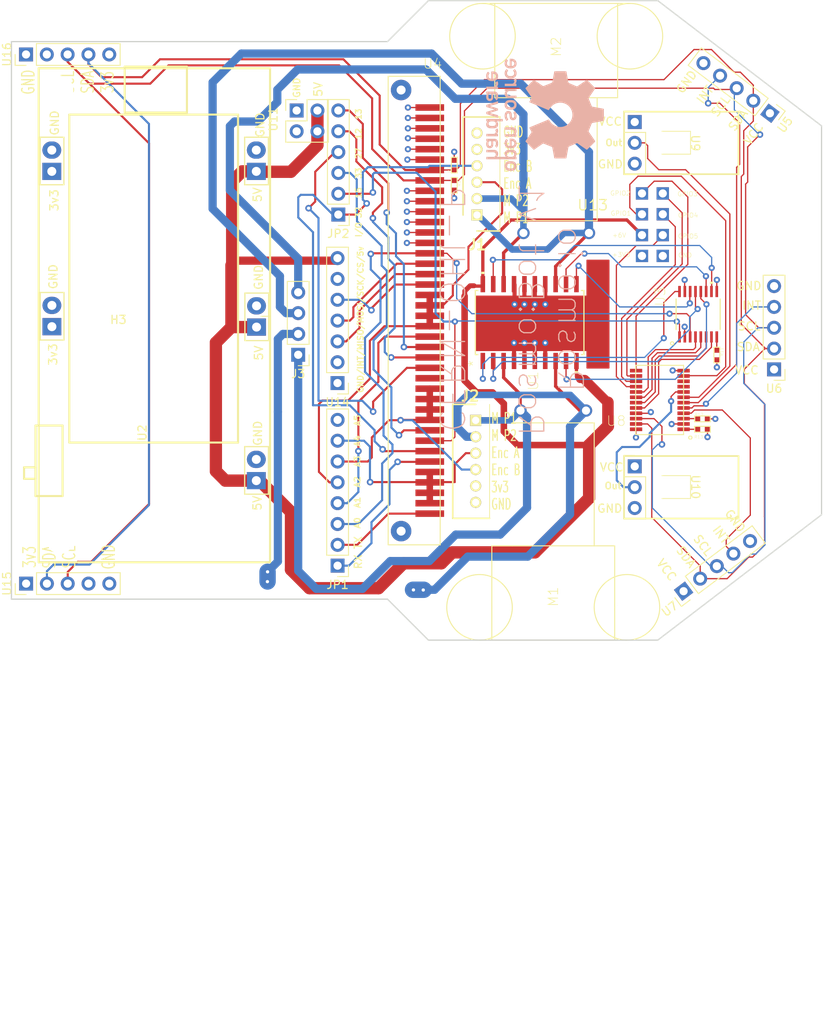
<source format=kicad_pcb>
(kicad_pcb (version 20171130) (host pcbnew "(5.1.4-0-10_14)")
  (layers (0 F.Cu signal) (31 B.Cu signal hide) (34 B.Paste user) (35 F.Paste user) (36 B.SilkS user) (37 F.SilkS user) (38 B.Mask user) (39 F.Mask user) (44 Edge.Cuts user))
  (net 0 "")
  (net 1 "A2")
  (net 2 "IO33")
  (net 3 "A4")
  (net 4 "/MR2")
  (net 5 "GND")
  (net 6 "+3V3")
  (net 7 "+5V")
  (net 8 "/MR1")
  (net 9 "A3")
  (net 10 "IO16")
  (net 11 "IO17")
  (net 12 "Net-(R12-PadP$1)")
  (net 13 "Net-(R13-PadP$1)")
  (net 14 "/IO1")
  (net 15 "/IO2")
  (net 16 "/IO3")
  (net 17 "/IO4")
  (net 18 "/IO5")
  (net 19 "Net-(U1-Pad1)")
  (net 20 "Net-(U1-Pad2)")
  (net 21 "Net-(U1-Pad9)")
  (net 22 "Net-(U1-Pad11)")
  (net 23 "Net-(U1-Pad12)")
  (net 24 "Net-(U1-Pad19)")
  (net 25 "A0")
  (net 26 "A1")
  (net 27 "/INPUT_1")
  (net 28 "/INPUT_2")
  (net 29 "/INPUT_3")
  (net 30 "/INPUT_4")
  (net 32 "/ML2")
  (net 33 "/ML1")
  (net 34 "Net-(R11-PadP$1)")
  (net 35 "IO32")
  (net 36 "IO15")
  (net 37 "IO27")
  (net 38 "IO12")
  (net 39 "IO13")
  (net 40 "SDA")
  (net 41 "SCL")
  (net 42 "/IO21")
  (net 43 "SCK")
  (net 44 "MISO")
  (net 45 "/XS3")
  (net 46 "/XS2")
  (net 47 "/XS1")
  (net 48 "/NW")
  (net 49 "/NE")
  (net 50 "/SW")
  (net 51 "/SE")
  (net 52 "MOSI")
  (module "FP_bkp:SO-20" (layer "F.Cu") (at 163.3581 105.2686 90)
    (fp_text reference "U1" (at -8.3566 0.4445 90) (layer "F.SilkS") (effects (font (size 1.198372 1.198372) (thickness 0.071628)) (justify left)))
    (fp_text value "L293DD" hide)
    (fp_text user "*" (at -5.5118 -6.1468 90) (layer "F.SilkS") (effects (font (size 1.1938 1.1938) (thickness 0.0762)) (justify left bottom)))
    (pad "1" smd rect (at -4.6863 -5.715 90) (size 1.9812 0.5588) (layers "F.Cu" "F.Paste" "F.Mask") (net 19 "Net-(U1-Pad1)"))
    (pad "2" smd rect (at -4.6863 -4.445 90) (size 1.9812 0.5588) (layers "F.Cu" "F.Paste" "F.Mask") (net 20 "Net-(U1-Pad2)"))
    (pad "3" smd rect (at -4.6863 -3.175 90) (size 1.9812 0.5588) (layers "F.Cu" "F.Paste" "F.Mask") (net 33 "/ML1"))
    (pad "4" smd rect (at -4.6863 -1.905 90) (size 1.9812 0.5588) (layers "F.Cu" "F.Paste" "F.Mask") (net 5 "GND"))
    (pad "5" smd rect (at -4.6863 -0.635 90) (size 1.9812 0.5588) (layers "F.Cu" "F.Paste" "F.Mask") (net 5 "GND"))
    (pad "6" smd rect (at -4.6863 0.635 90) (size 1.9812 0.5588) (layers "F.Cu" "F.Paste" "F.Mask") (net 5 "GND"))
    (pad "7" smd rect (at -4.6863 1.905 90) (size 1.9812 0.5588) (layers "F.Cu" "F.Paste" "F.Mask") (net 5 "GND"))
    (pad "8" smd rect (at -4.6863 3.175 90) (size 1.9812 0.5588) (layers "F.Cu" "F.Paste" "F.Mask") (net 32 "/ML2"))
    (pad "9" smd rect (at -4.6863 4.445 90) (size 1.9812 0.5588) (layers "F.Cu" "F.Paste" "F.Mask") (net 21 "Net-(U1-Pad9)"))
    (pad "10" smd rect (at -4.6863 5.715 90) (size 1.9812 0.5588) (layers "F.Cu" "F.Paste" "F.Mask") (net 7 "+5V"))
    (pad "11" smd rect (at 4.6863 5.715 90) (size 1.9812 0.5588) (layers "F.Cu" "F.Paste" "F.Mask") (net 22 "Net-(U1-Pad11)"))
    (pad "12" smd rect (at 4.6863 4.445 90) (size 1.9812 0.5588) (layers "F.Cu" "F.Paste" "F.Mask") (net 23 "Net-(U1-Pad12)"))
    (pad "13" smd rect (at 4.6863 3.175 90) (size 1.9812 0.5588) (layers "F.Cu" "F.Paste" "F.Mask") (net 8 "/MR1"))
    (pad "14" smd rect (at 4.6863 1.905 90) (size 1.9812 0.5588) (layers "F.Cu" "F.Paste" "F.Mask") (net 5 "GND"))
    (pad "15" smd rect (at 4.6863 0.635 90) (size 1.9812 0.5588) (layers "F.Cu" "F.Paste" "F.Mask") (net 5 "GND"))
    (pad "16" smd rect (at 4.6863 -0.635 90) (size 1.9812 0.5588) (layers "F.Cu" "F.Paste" "F.Mask") (net 5 "GND"))
    (pad "17" smd rect (at 4.6863 -1.905 90) (size 1.9812 0.5588) (layers "F.Cu" "F.Paste" "F.Mask") (net 5 "GND"))
    (pad "18" smd rect (at 4.6863 -3.175 90) (size 1.9812 0.5588) (layers "F.Cu" "F.Paste" "F.Mask") (net 4 "/MR2"))
    (pad "19" smd rect (at 4.6863 -4.445 90) (size 1.9812 0.5588) (layers "F.Cu" "F.Paste" "F.Mask") (net 24 "Net-(U1-Pad19)"))
    (pad "20" smd rect (at 4.6863 -5.715 90) (size 1.9812 0.5588) (layers "F.Cu" "F.Paste" "F.Mask") (net 7 "+5V"))
  )
  (module "FP_bkp:24-TSSOP" (layer "F.Cu") (at 182.1541 118.2861 180)
    (fp_text reference "U8" (at 6.985 1.016) (layer "F.SilkS") (effects (font (size 1.198372 1.198372) (thickness 0.071628)) (justify right)))
    (fp_text value "TCA9539PWR" hide)
    (pad "1" smd rect (at 0 0 180) (size 1.5 0.45) (layers "F.Cu" "F.Paste" "F.Mask") (net 13 "Net-(R13-PadP$1)"))
    (pad "2" smd rect (at 0 0.65 180) (size 1.5 0.45) (layers "F.Cu" "F.Paste" "F.Mask") (net 5 "GND"))
    (pad "3" smd rect (at 0 1.3 180) (size 1.5 0.45) (layers "F.Cu" "F.Paste" "F.Mask") (net 12 "Net-(R12-PadP$1)"))
    (pad "4" smd rect (at 0 1.95 180) (size 1.5 0.45) (layers "F.Cu" "F.Paste" "F.Mask") (net 47 "/XS1"))
    (pad "5" smd rect (at 0 2.6 180) (size 1.5 0.45) (layers "F.Cu" "F.Paste" "F.Mask") (net 46 "/XS2"))
    (pad "6" smd rect (at 0 3.25 180) (size 1.5 0.45) (layers "F.Cu" "F.Paste" "F.Mask") (net 45 "/XS3"))
    (pad "7" smd rect (at 0 3.9 180) (size 1.5 0.45) (layers "F.Cu" "F.Paste" "F.Mask") (net 48 "/NW"))
    (pad "8" smd rect (at 0 4.55 180) (size 1.5 0.45) (layers "F.Cu" "F.Paste" "F.Mask") (net 49 "/NE"))
    (pad "9" smd rect (at 0 5.2 180) (size 1.5 0.45) (layers "F.Cu" "F.Paste" "F.Mask") (net 50 "/SW"))
    (pad "10" smd rect (at 0 5.85 180) (size 1.5 0.45) (layers "F.Cu" "F.Paste" "F.Mask") (net 51 "/SE"))
    (pad "11" smd rect (at 0 6.5 180) (size 1.5 0.45) (layers "F.Cu" "F.Paste" "F.Mask") (net 14 "/IO1"))
    (pad "12" smd rect (at 0 7.15 180) (size 1.5 0.45) (layers "F.Cu" "F.Paste" "F.Mask") (net 5 "GND"))
    (pad "13" smd rect (at 5.8 7.15 180) (size 1.5 0.45) (layers "F.Cu" "F.Paste" "F.Mask") (net 15 "/IO2"))
    (pad "14" smd rect (at 5.8 6.5 180) (size 1.5 0.45) (layers "F.Cu" "F.Paste" "F.Mask") (net 16 "/IO3"))
    (pad "15" smd rect (at 5.8 5.85 180) (size 1.5 0.45) (layers "F.Cu" "F.Paste" "F.Mask") (net 17 "/IO4"))
    (pad "16" smd rect (at 5.8 5.2 180) (size 1.5 0.45) (layers "F.Cu" "F.Paste" "F.Mask") (net 18 "/IO5"))
    (pad "17" smd rect (at 5.8 4.55 180) (size 1.5 0.45) (layers "F.Cu" "F.Paste" "F.Mask") (net 27 "/INPUT_1"))
    (pad "18" smd rect (at 5.8 3.9 180) (size 1.5 0.45) (layers "F.Cu" "F.Paste" "F.Mask") (net 28 "/INPUT_2"))
    (pad "19" smd rect (at 5.8 3.25 180) (size 1.5 0.45) (layers "F.Cu" "F.Paste" "F.Mask") (net 29 "/INPUT_3"))
    (pad "20" smd rect (at 5.8 2.6 180) (size 1.5 0.45) (layers "F.Cu" "F.Paste" "F.Mask") (net 30 "/INPUT_4"))
    (pad "21" smd rect (at 5.8 1.95 180) (size 1.5 0.45) (layers "F.Cu" "F.Paste" "F.Mask") (net 5 "GND"))
    (pad "22" smd rect (at 5.8 1.3 180) (size 1.5 0.45) (layers "F.Cu" "F.Paste" "F.Mask") (net 41 "SCL"))
    (pad "23" smd rect (at 5.8 0.65 180) (size 1.5 0.45) (layers "F.Cu" "F.Paste" "F.Mask") (net 40 "SDA"))
    (pad "24" smd rect (at 5.8 0 180) (size 1.5 0.45) (layers "F.Cu" "F.Paste" "F.Mask") (net 6 "+3V3"))
  )
  (module "FP_bkp:MountingHole_3.5mm" (layer "F.Cu") (at 196.0011 124.5036)
    (fp_text reference "H2" (at -0.0311 -0.0536) (layer "F.SilkS"))
    (fp_text value "MountingHole")
    (pad "" np_thru_hole circle (at 0 0) (size 3.5 3.5) (drill 3.5) (layers *.Cu *.Mask))
  )
  (module "FP_bkp:PinHeader_1x05_P2.54mm_Vertical" (layer "F.Cu") (at 101.88 137.11 90)
    (fp_text reference "U15" (at 0 -2.33 90) (layer "F.SilkS"))
    (fp_text value "Conn_01x05_2")
    (pad "1" thru_hole rect (at 0 0 90) (size 1.7 1.7) (drill 1) (layers *.Cu *.Mask) (net 6 "+3V3"))
    (pad "2" thru_hole oval (at 0 2.54 90) (size 1.7 1.7) (drill 1) (layers *.Cu *.Mask) (net 40 "SDA"))
    (pad "3" thru_hole oval (at 0 5.08 90) (size 1.7 1.7) (drill 1) (layers *.Cu *.Mask) (net 41 "SCL"))
    (pad "4" thru_hole oval (at 0 7.62 90) (size 1.7 1.7) (drill 1) (layers *.Cu *.Mask))
    (pad "5" thru_hole oval (at 0 10.16 90) (size 1.7 1.7) (drill 1) (layers *.Cu *.Mask) (net 5 "GND"))
  )
  (module "FP_bkp:PinHeader_1x05_P2.54mm_Vertical" (layer "F.Cu") (at 182.1541 138.0346 127)
    (fp_text reference "U7" (at -0.717817 -2.662157 37) (layer "F.SilkS"))
    (fp_text value "VL53L1X Left")
    (fp_text user "SCL" (at 3.048 5.2578 307 unlocked) (layer "F.SilkS"))
    (fp_text user "INT" (at 2.7432 7.7978 307 unlocked) (layer "F.SilkS"))
    (fp_text user "VCC" (at 3.3274 -0.1016 307 unlocked) (layer "F.SilkS"))
    (fp_text user "SDA" (at 3.1496 2.7432 307 unlocked) (layer "F.SilkS"))
    (fp_text user "GND" (at 3.0734 10.1854 307 unlocked) (layer "F.SilkS"))
    (pad "1" thru_hole rect (at 0 0 127) (size 1.7 1.7) (drill 1) (layers *.Cu *.Mask) (net 6 "+3V3"))
    (pad "2" thru_hole oval (at 0 2.54 127) (size 1.7 1.7) (drill 1) (layers *.Cu *.Mask) (net 40 "SDA"))
    (pad "3" thru_hole oval (at 0 5.08 127) (size 1.7 1.7) (drill 1) (layers *.Cu *.Mask) (net 41 "SCL"))
    (pad "4" thru_hole oval (at 0 7.62 127) (size 1.7 1.7) (drill 1) (layers *.Cu *.Mask) (net 47 "/XS1"))
    (pad "5" thru_hole oval (at 0 10.16 127) (size 1.7 1.7) (drill 1) (layers *.Cu *.Mask) (net 5 "GND"))
  )
  (module "FP_bkp:MountingHole_3.5mm" (layer "F.Cu") (at 110.0011 105.0036)
    (fp_text reference "H3" (at 3.1389 -0.0736) (layer "F.SilkS"))
    (fp_text value "MountingHole")
    (pad "" np_thru_hole circle (at 0 0) (size 3.5 3.5) (drill 3.5) (layers *.Cu *.Mask))
  )
  (module "FP_bkp:PinHeader_1x06_P2.54mm_Vertical" (layer "F.Cu") (at 140 92.1 180)
    (fp_text reference "JP2" (at 0 -2.33) (layer "F.SilkS"))
    (fp_text value "Conn_01x06")
    (pad "1" thru_hole rect (at 0 0 180) (size 1.7 1.7) (drill 1) (layers *.Cu *.Mask) (net 35 "IO32"))
    (pad "2" thru_hole oval (at 0 2.54 180) (size 1.7 1.7) (drill 1) (layers *.Cu *.Mask) (net 36 "IO15"))
    (pad "3" thru_hole oval (at 0 5.08 180) (size 1.7 1.7) (drill 1) (layers *.Cu *.Mask) (net 2 "IO33"))
    (pad "4" thru_hole oval (at 0 7.62 180) (size 1.7 1.7) (drill 1) (layers *.Cu *.Mask) (net 37 "IO27"))
    (pad "5" thru_hole oval (at 0 10.16 180) (size 1.7 1.7) (drill 1) (layers *.Cu *.Mask) (net 38 "IO12"))
    (pad "6" thru_hole oval (at 0 12.7 180) (size 1.7 1.7) (drill 1) (layers *.Cu *.Mask) (net 39 "IO13"))
  )
  (module "FP_bkp:SparkFun QRE1113" (layer "F.Cu") (at 174.92 121.51 -90)
    (fp_text reference "U10" (at 3.81 -8.69 -90 unlocked) (layer "F.SilkS"))
    (fp_text value "NE")
    (fp_text user "Out" (at 4.14 0.27) (layer "F.SilkS") (effects (font (size 0.8 0.8)) (justify right bottom)))
    (fp_text user "VCC" (at 1.41 1.55 unlocked) (layer "F.SilkS"))
    (fp_text user "GND" (at 6.44 1.78 unlocked) (layer "F.SilkS"))
    (pad "" np_thru_hole circle (at 3.851 -11.399 270) (size 3.302 3.302) (drill 3.302) (layers *.Cu *.Mask))
    (pad "+3V3" thru_hole rect (at 1.3 -1.27) (size 1.7 1.7) (drill 1) (layers *.Cu *.Mask) (net 6 "+3V3"))
    (pad "GND" thru_hole oval (at 6.38 -1.27) (size 1.7 1.7) (drill 1) (layers *.Cu *.Mask) (net 5 "GND"))
    (pad "SIGNAL" thru_hole oval (at 3.84 -1.27) (size 1.7 1.7) (drill 1) (layers *.Cu *.Mask) (net 49 "/NE"))
  )
  (module "FP_bkp:PinHeader_1x05_P2.54mm_Vertical" (layer "F.Cu") (at 192.6951 79.7416 -127)
    (fp_text reference "U5" (at 0 -2.33 -127) (layer "F.SilkS"))
    (fp_text value "VL53L1X Right")
    (fp_text user "SDA" (at 3.015674 2.592199 53 unlocked) (layer "F.SilkS"))
    (fp_text user "VCC" (at 3.205947 0.06976 53 unlocked) (layer "F.SilkS"))
    (fp_text user "GND" (at 3.065444 10.418106 53 unlocked) (layer "F.SilkS"))
    (fp_text user "SCL" (at 2.931873 5.322396 53 unlocked) (layer "F.SilkS"))
    (fp_text user "INT" (at 2.951214 7.674358 53 unlocked) (layer "F.SilkS"))
    (pad "1" thru_hole rect (at 0 0 233) (size 1.7 1.7) (drill 1) (layers *.Cu *.Mask) (net 6 "+3V3"))
    (pad "2" thru_hole oval (at 0 2.54 233) (size 1.7 1.7) (drill 1) (layers *.Cu *.Mask) (net 40 "SDA"))
    (pad "3" thru_hole oval (at 0 5.08 233) (size 1.7 1.7) (drill 1) (layers *.Cu *.Mask) (net 41 "SCL"))
    (pad "4" thru_hole oval (at 0 7.62 233) (size 1.7 1.7) (drill 1) (layers *.Cu *.Mask) (net 45 "/XS3"))
    (pad "5" thru_hole oval (at 0 10.16 233) (size 1.7 1.7) (drill 1) (layers *.Cu *.Mask) (net 5 "GND"))
  )
  (module "FP_bkp:SHDR6W50P0X200_1X6_1390X450X600P" (layer "F.Cu") (at 156.93 92.15 -90)
    (fp_text reference "J1" (at 3.63 -0.04 180) (layer "F.SilkS") (effects (font (size 1.27 1.27) (thickness 0.254))))
    (fp_text value "Right Motor" hide)
    (pad "1" thru_hole rect (at 0 0) (size 1.35 1.35) (drill 0.9) (layers *.Cu *.Mask "F.SilkS") (net 8 "/MR1"))
    (pad "2" thru_hole circle (at -2 0) (size 1.35 1.35) (drill 0.9) (layers *.Cu *.Mask "F.SilkS") (net 4 "/MR2"))
    (pad "3" thru_hole circle (at -4 0) (size 1.35 1.35) (drill 0.9) (layers *.Cu *.Mask "F.SilkS") (net 1 "A2"))
    (pad "4" thru_hole circle (at -6 0) (size 1.35 1.35) (drill 0.9) (layers *.Cu *.Mask "F.SilkS") (net 35 "IO32"))
    (pad "5" thru_hole circle (at -8 0) (size 1.35 1.35) (drill 0.9) (layers *.Cu *.Mask "F.SilkS") (net 6 "+3V3"))
    (pad "6" thru_hole circle (at -10 0) (size 1.35 1.35) (drill 0.9) (layers *.Cu *.Mask "F.SilkS") (net 5 "GND"))
  )
  (module "FP_bkp:N20-MOTOR-BRACKET" (layer "F.Cu") (at 157.2411 140.0036 90)
    (fp_text reference "M1" (at 0 9 90) (layer "F.SilkS") (effects (font (size 1.176528 1.176528) (thickness 0.093472)) (justify left)))
    (fp_text value "N20_MOTOR" hide)
    (pad "" np_thru_hole circle (at 0 0 90) (size 2.5 2.5) (drill 2.5) (layers *.Cu *.Mask))
    (pad "" np_thru_hole circle (at 0 18 90) (size 2.5 2.5) (drill 2.5) (layers *.Cu *.Mask))
    (pad "1" thru_hole circle (at 24 5 90) (size 1.508 1.508) (drill 1) (layers *.Cu *.Mask) (net 33 "/ML1"))
    (pad "2" thru_hole circle (at 24 13 90) (size 1.508 1.508) (drill 1) (layers *.Cu *.Mask) (net 32 "/ML2"))
  )
  (module "FP_bkp:RES_0402" (layer "F.Cu") (at 154.1506 87.9331 -90)
    (fp_text reference "R10" (at -0.3582 -0.597 90) (layer "F.SilkS") (effects (font (size 0.37056 0.37056) (thickness 0.02944)) (justify right)))
    (fp_text value "10k" hide)
    (pad "P$1" smd rect (at 0 0 270) (size 0.635 0.61) (layers "F.Cu" "F.Paste" "F.Mask") (net 41 "SCL"))
    (pad "P$2" smd rect (at 1.194 0 270) (size 0.635 0.61) (layers "F.Cu" "F.Paste" "F.Mask") (net 6 "+3V3"))
  )
  (module "FP_bkp:PinHeader_1x05_P2.54mm_Vertical" (layer "F.Cu") (at 193.2031 110.9836 180)
    (fp_text reference "U6" (at 0 -2.33 180) (layer "F.SilkS"))
    (fp_text value "VL53L1X Center")
    (fp_text user "GND" (at 3.0734 10.1854 unlocked) (layer "F.SilkS"))
    (fp_text user "SDA" (at 3.1496 2.7432 unlocked) (layer "F.SilkS"))
    (fp_text user "INT" (at 2.7432 7.7978 unlocked) (layer "F.SilkS"))
    (fp_text user "SCL" (at 3.048 5.2578 unlocked) (layer "F.SilkS"))
    (fp_text user "VCC" (at 3.3274 -0.1016 unlocked) (layer "F.SilkS"))
    (pad "1" thru_hole rect (at 0 0 180) (size 1.7 1.7) (drill 1) (layers *.Cu *.Mask) (net 6 "+3V3"))
    (pad "2" thru_hole oval (at 0 2.54 180) (size 1.7 1.7) (drill 1) (layers *.Cu *.Mask) (net 40 "SDA"))
    (pad "3" thru_hole oval (at 0 5.08 180) (size 1.7 1.7) (drill 1) (layers *.Cu *.Mask) (net 41 "SCL"))
    (pad "4" thru_hole oval (at 0 7.62 180) (size 1.7 1.7) (drill 1) (layers *.Cu *.Mask) (net 46 "/XS2"))
    (pad "5" thru_hole oval (at 0 10.16 180) (size 1.7 1.7) (drill 1) (layers *.Cu *.Mask) (net 5 "GND"))
  )
  (module "FP_bkp:PinHeader_1x08_P2.54mm_Vertical" (layer "F.Cu") (at 139.91 134.92 180)
    (fp_text reference "JP1" (at 0 -2.33) (layer "F.SilkS"))
    (fp_text value "Conn_01x08")
    (pad "1" thru_hole rect (at 0 0 180) (size 1.7 1.7) (drill 1) (layers *.Cu *.Mask) (net 10 "IO16"))
    (pad "2" thru_hole oval (at 0 2.54 180) (size 1.7 1.7) (drill 1) (layers *.Cu *.Mask) (net 11 "IO17"))
    (pad "3" thru_hole oval (at 0 5.08 180) (size 1.7 1.7) (drill 1) (layers *.Cu *.Mask) (net 25 "A0"))
    (pad "4" thru_hole oval (at 0 7.62 180) (size 1.7 1.7) (drill 1) (layers *.Cu *.Mask) (net 26 "A1"))
    (pad "5" thru_hole oval (at 0 10.16 180) (size 1.7 1.7) (drill 1) (layers *.Cu *.Mask) (net 1 "A2"))
    (pad "6" thru_hole oval (at 0 12.7 180) (size 1.7 1.7) (drill 1) (layers *.Cu *.Mask) (net 9 "A3"))
    (pad "7" thru_hole oval (at 0 15.24 180) (size 1.7 1.7) (drill 1) (layers *.Cu *.Mask) (net 3 "A4"))
    (pad "8" thru_hole oval (at 0 17.78 180) (size 1.7 1.7) (drill 1) (layers *.Cu *.Mask))
  )
  (module "FP_bkp:RES_0402" (layer "F.Cu") (at 183.8686 118.2861)
    (fp_text reference "R13" (at -0.4217 0.927) (layer "F.SilkS") (effects (font (size 0.37056 0.37056) (thickness 0.02944)) (justify left)))
    (fp_text value "10k" hide)
    (pad "P$1" smd rect (at 0 0) (size 0.635 0.61) (layers "F.Cu" "F.Paste" "F.Mask") (net 13 "Net-(R13-PadP$1)"))
    (pad "P$2" smd rect (at 1.194 0) (size 0.635 0.61) (layers "F.Cu" "F.Paste" "F.Mask") (net 6 "+3V3"))
  )
  (module "FP_bkp:SHDR6W50P0X200_1X6_1390X450X600P" (layer "F.Cu") (at 156.77 117.2 90)
    (fp_text reference "J2" (at 2.98 -0.68 180) (layer "F.SilkS") (effects (font (size 1.27 1.27) (thickness 0.254))))
    (fp_text value "Left Motor" hide)
    (pad "1" thru_hole rect (at 0 0 180) (size 1.35 1.35) (drill 0.9) (layers *.Cu *.Mask "F.SilkS") (net 33 "/ML1"))
    (pad "2" thru_hole circle (at -2 0 180) (size 1.35 1.35) (drill 0.9) (layers *.Cu *.Mask "F.SilkS") (net 32 "/ML2"))
    (pad "3" thru_hole circle (at -4 0 180) (size 1.35 1.35) (drill 0.9) (layers *.Cu *.Mask "F.SilkS") (net 3 "A4"))
    (pad "4" thru_hole circle (at -6 0 180) (size 1.35 1.35) (drill 0.9) (layers *.Cu *.Mask "F.SilkS") (net 9 "A3"))
    (pad "5" thru_hole circle (at -8 0 180) (size 1.35 1.35) (drill 0.9) (layers *.Cu *.Mask "F.SilkS") (net 6 "+3V3"))
    (pad "6" thru_hole circle (at -10 0 180) (size 1.35 1.35) (drill 0.9) (layers *.Cu *.Mask "F.SilkS") (net 5 "GND"))
  )
  (module "FP_bkp:CYCLONE_MICROBIT_VERTICAL" (layer "F.Cu") (at 151.1661 79.0431 -90)
    (fp_text reference "U4" (at -5.334 -1.5875) (layer "F.SilkS") (effects (font (size 1.176528 1.176528) (thickness 0.093472)) (justify right)))
    (fp_text value "BBC Micro:bit" hide)
    (pad "1" thru_hole circle (at -2.135 3.5 270) (size 2.5 2.5) (drill 1.1) (layers *.Cu *.Mask))
    (pad "2" thru_hole circle (at 51.665 3.5 270) (size 2.5 2.5) (drill 1.1) (layers *.Cu *.Mask))
    (pad "3.3V@9" smd rect (at 10.16 0) (size 3.5 0.8) (layers "F.Cu" "F.Paste" "F.Mask") (net 6 "+3V3"))
    (pad "3.3V@10" smd rect (at 11.43 0) (size 3.5 0.8) (layers "F.Cu" "F.Paste" "F.Mask") (net 6 "+3V3"))
    (pad "3.3V@11" smd rect (at 12.7 0) (size 3.5 0.8) (layers "F.Cu" "F.Paste" "F.Mask") (net 6 "+3V3"))
    (pad "3.3V@12" smd rect (at 13.97 0) (size 3.5 0.8) (layers "F.Cu" "F.Paste" "F.Mask") (net 6 "+3V3"))
    (pad "3.3V@13" smd rect (at 15.24 0) (size 3.5 0.8) (layers "F.Cu" "F.Paste" "F.Mask") (net 6 "+3V3"))
    (pad "3.3V@14" smd rect (at 16.51 0) (size 3.5 0.8) (layers "F.Cu" "F.Paste" "F.Mask") (net 6 "+3V3"))
    (pad "GND@1" smd rect (at 0 0) (size 3.5 0.8) (layers "F.Cu" "F.Paste" "F.Mask") (net 5 "GND"))
    (pad "GND@2" smd rect (at 1.27 0) (size 3.5 0.8) (layers "F.Cu" "F.Paste" "F.Mask") (net 5 "GND"))
    (pad "GND@3" smd rect (at 2.54 0) (size 3.5 0.8) (layers "F.Cu" "F.Paste" "F.Mask") (net 5 "GND"))
    (pad "GND@4" smd rect (at 3.81 0) (size 3.5 0.8) (layers "F.Cu" "F.Paste" "F.Mask") (net 5 "GND"))
    (pad "GND@5" smd rect (at 5.08 0) (size 3.5 0.8) (layers "F.Cu" "F.Paste" "F.Mask") (net 5 "GND"))
    (pad "GND@6" smd rect (at 6.35 0) (size 3.5 0.8) (layers "F.Cu" "F.Paste" "F.Mask") (net 5 "GND"))
    (pad "P0_ANALOG_IN@36" smd rect (at 44.45 0) (size 3.5 0.8) (layers "F.Cu" "F.Paste" "F.Mask") (net 3 "A4"))
    (pad "P0_ANALOG_IN@37" smd rect (at 45.72 0) (size 3.5 0.8) (layers "F.Cu" "F.Paste" "F.Mask") (net 3 "A4"))
    (pad "P0_ANALOG_IN@38" smd rect (at 46.99 0) (size 3.5 0.8) (layers "F.Cu" "F.Paste" "F.Mask") (net 3 "A4"))
    (pad "P0_ANALOG_IN@39" smd rect (at 48.26 0) (size 3.5 0.8) (layers "F.Cu" "F.Paste" "F.Mask") (net 3 "A4"))
    (pad "P1_ANALOG_IN@28" smd rect (at 34.29 0) (size 3.5 0.8) (layers "F.Cu" "F.Paste" "F.Mask") (net 9 "A3"))
    (pad "P1_ANALOG_IN@29" smd rect (at 35.56 0) (size 3.5 0.8) (layers "F.Cu" "F.Paste" "F.Mask") (net 9 "A3"))
    (pad "P1_ANALOG_IN@30" smd rect (at 36.83 0) (size 3.5 0.8) (layers "F.Cu" "F.Paste" "F.Mask") (net 9 "A3"))
    (pad "P1_ANALOG_IN@31" smd rect (at 38.1 0) (size 3.5 0.8) (layers "F.Cu" "F.Paste" "F.Mask") (net 9 "A3"))
    (pad "P2_ANALOG_IN@19" smd rect (at 22.86 0) (size 3.5 0.8) (layers "F.Cu" "F.Paste" "F.Mask") (net 1 "A2"))
    (pad "P2_ANALOG_IN@20" smd rect (at 24.13 0) (size 3.5 0.8) (layers "F.Cu" "F.Paste" "F.Mask") (net 1 "A2"))
    (pad "P2_ANALOG_IN@21" smd rect (at 25.4 0) (size 3.5 0.8) (layers "F.Cu" "F.Paste" "F.Mask") (net 1 "A2"))
    (pad "P2_ANALOG_IN@22" smd rect (at 26.67 0) (size 3.5 0.8) (layers "F.Cu" "F.Paste" "F.Mask") (net 1 "A2"))
    (pad "P3_LED_COL_1_ANALOG_IN" smd rect (at 49.53 0) (size 3.5 0.8) (layers "F.Cu" "F.Paste" "F.Mask") (net 11 "IO17"))
    (pad "P4_LED_COL_2_ANALOG_IN" smd rect (at 43.18 0) (size 3.5 0.8) (layers "F.Cu" "F.Paste" "F.Mask") (net 10 "IO16"))
    (pad "P5_BUTTON_A" smd rect (at 41.91 0) (size 3.5 0.8) (layers "F.Cu" "F.Paste" "F.Mask") (net 35 "IO32"))
    (pad "P6_LED_COL_9" smd rect (at 40.64 0) (size 3.5 0.8) (layers "F.Cu" "F.Paste" "F.Mask") (net 36 "IO15"))
    (pad "P7_LED_COL8" smd rect (at 39.37 0) (size 3.5 0.8) (layers "F.Cu" "F.Paste" "F.Mask") (net 2 "IO33"))
    (pad "P8" smd rect (at 33.02 0) (size 3.5 0.8) (layers "F.Cu" "F.Paste" "F.Mask") (net 42 "/IO21"))
    (pad "P9_LED_COL_7" smd rect (at 31.75 0) (size 3.5 0.8) (layers "F.Cu" "F.Paste" "F.Mask") (net 37 "IO27"))
    (pad "P10_LED_COL_3_ANALOG_IN" smd rect (at 30.48 0) (size 3.5 0.8) (layers "F.Cu" "F.Paste" "F.Mask") (net 38 "IO12"))
    (pad "P11_BUTTON_B" smd rect (at 29.21 0) (size 3.5 0.8) (layers "F.Cu" "F.Paste" "F.Mask") (net 39 "IO13"))
    (pad "P13_SCK" smd rect (at 21.59 0) (size 3.5 0.8) (layers "F.Cu" "F.Paste" "F.Mask") (net 43 "SCK"))
    (pad "P14_MISO" smd rect (at 20.32 0) (size 3.5 0.8) (layers "F.Cu" "F.Paste" "F.Mask") (net 44 "MISO"))
    (pad "P15_MOSI" smd rect (at 19.05 0) (size 3.5 0.8) (layers "F.Cu" "F.Paste" "F.Mask") (net 52 "MOSI"))
    (pad "P16" smd rect (at 17.78 0) (size 3.5 0.8) (layers "F.Cu" "F.Paste" "F.Mask") (net 25 "A0"))
    (pad "P20_SDA" smd rect (at 7.62 0) (size 3.5 0.8) (layers "F.Cu" "F.Paste" "F.Mask") (net 40 "SDA"))
    (pad "P21_SCL" smd rect (at 8.89 0) (size 3.5 0.8) (layers "F.Cu" "F.Paste" "F.Mask") (net 41 "SCL"))
    (pad "RESERVED" smd rect (at 27.94 0) (size 3.5 0.8) (layers "F.Cu" "F.Paste" "F.Mask") (net 26 "A1"))
  )
  (module "FP_bkp:N20-MOTOR-BRACKET" (layer "F.Cu") (at 175.6011 70.3436 -90)
    (fp_text reference "M2" (at 0 9 90) (layer "F.SilkS") (effects (font (size 1.176528 1.176528) (thickness 0.093472)) (justify right)))
    (fp_text value "N20_MOTOR" hide)
    (pad "" np_thru_hole circle (at 0 18 270) (size 2.5 2.5) (drill 2.5) (layers *.Cu *.Mask))
    (pad "" np_thru_hole circle (at 0 0 270) (size 2.5 2.5) (drill 2.5) (layers *.Cu *.Mask))
    (pad "1" thru_hole circle (at 24 5 270) (size 1.508 1.508) (drill 1) (layers *.Cu *.Mask) (net 8 "/MR1"))
    (pad "2" thru_hole circle (at 24 13 270) (size 1.508 1.508) (drill 1) (layers *.Cu *.Mask) (net 4 "/MR2"))
  )
  (module "FP_bkp:MountingHole_3.5mm" (layer "F.Cu") (at 196.0011 85.5036)
    (fp_text reference "H1" (at 0.0289 -0.1936) (layer "F.SilkS"))
    (fp_text value "MountingHole")
    (pad "" np_thru_hole circle (at 0 0) (size 3.5 3.5) (drill 3.5) (layers *.Cu *.Mask))
  )
  (module "FP_bkp:RES_0402" (layer "F.Cu") (at 154.1506 86.6631 90)
    (fp_text reference "R9" (at -0.3582 -0.597 90) (layer "F.SilkS") (effects (font (size 0.37056 0.37056) (thickness 0.02944)) (justify left)))
    (fp_text value "10k" hide)
    (pad "P$1" smd rect (at 0 0 90) (size 0.635 0.61) (layers "F.Cu" "F.Paste" "F.Mask") (net 40 "SDA"))
    (pad "P$2" smd rect (at 1.194 0 90) (size 0.635 0.61) (layers "F.Cu" "F.Paste" "F.Mask") (net 6 "+3V3"))
  )
  (module "FP_bkp:PinHeader_1x04_P2.54mm_Vertical" (layer "F.Cu") (at 135.1 109.2 180)
    (fp_text reference "J3" (at 0 -2.33) (layer "F.SilkS"))
    (fp_text value "Motor Connector2")
    (pad "1" thru_hole rect (at 0 0 180) (size 1.7 1.7) (drill 1) (layers *.Cu *.Mask) (net 33 "/ML1"))
    (pad "2" thru_hole oval (at 0 2.54 180) (size 1.7 1.7) (drill 1) (layers *.Cu *.Mask) (net 32 "/ML2"))
    (pad "3" thru_hole oval (at 0 5.08 180) (size 1.7 1.7) (drill 1) (layers *.Cu *.Mask) (net 8 "/MR1"))
    (pad "4" thru_hole oval (at 0 7.62 180) (size 1.7 1.7) (drill 1) (layers *.Cu *.Mask) (net 4 "/MR2"))
  )
  (module "FP_bkp:PW16-L" (layer "F.Cu") (at 183.9321 104.2526 90)
    (fp_text reference "U3" (at 0.9026 -4.6221 90) (layer "F.SilkS") (effects (font (size 1.198372 1.198372) (thickness 0.071628)) (justify left)))
    (fp_text value "TXB0106PWRPW16-L" hide)
    (pad "1" smd rect (at -2.7694 -2.275 90) (size 1.3652 0.3248) (layers "F.Cu" "F.Paste" "F.Mask") (net 36 "IO15"))
    (pad "2" smd rect (at -2.7694 -1.625 90) (size 1.3652 0.3248) (layers "F.Cu" "F.Paste" "F.Mask") (net 6 "+3V3"))
    (pad "3" smd rect (at -2.7694 -0.975 90) (size 1.3652 0.3248) (layers "F.Cu" "F.Paste" "F.Mask") (net 25 "A0"))
    (pad "4" smd rect (at -2.7694 -0.325 90) (size 1.3652 0.3248) (layers "F.Cu" "F.Paste" "F.Mask") (net 27 "/INPUT_1"))
    (pad "5" smd rect (at -2.7694 0.324996 90) (size 1.3652 0.3248) (layers "F.Cu" "F.Paste" "F.Mask") (net 28 "/INPUT_2"))
    (pad "6" smd rect (at -2.7694 0.975 90) (size 1.3652 0.3248) (layers "F.Cu" "F.Paste" "F.Mask") (net 29 "/INPUT_3"))
    (pad "7" smd rect (at -2.7694 1.624996 90) (size 1.3652 0.3248) (layers "F.Cu" "F.Paste" "F.Mask") (net 30 "/INPUT_4"))
    (pad "8" smd rect (at -2.7694 2.275 90) (size 1.3652 0.3248) (layers "F.Cu" "F.Paste" "F.Mask") (net 34 "Net-(R11-PadP$1)"))
    (pad "9" smd rect (at 2.7694 2.275 90) (size 1.3652 0.3248) (layers "F.Cu" "F.Paste" "F.Mask") (net 5 "GND"))
    (pad "10" smd rect (at 2.7694 1.625 90) (size 1.3652 0.3248) (layers "F.Cu" "F.Paste" "F.Mask") (net 24 "Net-(U1-Pad19)"))
    (pad "11" smd rect (at 2.7694 0.975 90) (size 1.3652 0.3248) (layers "F.Cu" "F.Paste" "F.Mask") (net 23 "Net-(U1-Pad12)"))
    (pad "12" smd rect (at 2.7694 0.325 90) (size 1.3652 0.3248) (layers "F.Cu" "F.Paste" "F.Mask") (net 21 "Net-(U1-Pad9)"))
    (pad "13" smd rect (at 2.7694 -0.324996 90) (size 1.3652 0.3248) (layers "F.Cu" "F.Paste" "F.Mask") (net 20 "Net-(U1-Pad2)"))
    (pad "14" smd rect (at 2.7694 -0.975 90) (size 1.3652 0.3248) (layers "F.Cu" "F.Paste" "F.Mask") (net 22 "Net-(U1-Pad11)"))
    (pad "15" smd rect (at 2.7694 -1.624996 90) (size 1.3652 0.3248) (layers "F.Cu" "F.Paste" "F.Mask") (net 7 "+5V"))
    (pad "16" smd rect (at 2.7694 -2.275 90) (size 1.3652 0.3248) (layers "F.Cu" "F.Paste" "F.Mask") (net 19 "Net-(U1-Pad1)"))
  )
  (module "FP_bkp:16340 Battery Module" (layer "F.Cu") (at 131.66505 134.502 90)
    (fp_text reference "U2" (at 15.7908 -15.59 90 unlocked) (layer "F.SilkS"))
    (fp_text value "16340_Battery_Module")
    (fp_text user "5V" (at 44.8166 -1.5269 90) (layer "F.SilkS"))
    (fp_text user "GND" (at 53.58 -26.3 90 unlocked) (layer "F.SilkS"))
    (fp_text user "3v3" (at 25.35 -26.5 90 unlocked) (layer "F.SilkS"))
    (fp_text user "3v3" (at 44.15 -26.35 90 unlocked) (layer "F.SilkS"))
    (fp_text user "5V" (at 25.5212 -1.3715 90) (layer "F.SilkS"))
    (fp_text user "5V" (at 7.2092 -1.5509 90) (layer "F.SilkS"))
    (fp_text user "GND" (at 34.7512 -1.3915 90) (layer "F.SilkS"))
    (fp_text user "GND" (at 53.3266 -1.2069 90) (layer "F.SilkS"))
    (fp_text user "GND" (at 15.7292 -1.4909 90) (layer "F.SilkS"))
    (fp_text user "GND" (at 34.83 -26.47 90 unlocked) (layer "F.SilkS"))
    (pad "" np_thru_hole oval (at 57.627 -25.627 90) (size 3.2 3.2) (drill oval 3.2) (layers F&B.Cu *.Mask) (clearance 1))
    (pad "" np_thru_hole oval (at 57.627 -2.627 90) (size 3.2 3.2) (drill oval 3.2) (layers F&B.Cu *.Mask) (clearance 1))
    (pad "" np_thru_hole oval (at 2.627 -25.627 90) (size 3.2 3.2) (drill oval 3.2) (layers F&B.Cu *.Mask) (clearance 1))
    (pad "" np_thru_hole oval (at 2.627 -2.627 90) (size 3.2 3.2) (drill oval 3.2) (layers F&B.Cu *.Mask) (clearance 1))
    (pad "1" thru_hole rect (at 9.952 -1.678 180) (size 2.3 2.1) (drill 1.1) (layers *.Cu *.Mask) (net 7 "+5V"))
    (pad "1" thru_hole rect (at 47.672 -1.68 180) (size 2.3 2.1) (drill 1.1) (layers *.Cu *.Mask) (net 7 "+5V"))
    (pad "1" thru_hole rect (at 28.68 -1.65 180) (size 2.3 2.1) (drill 1.1) (layers *.Cu *.Mask) (net 7 "+5V"))
    (pad "2" thru_hole oval (at 12.5432 -1.678 180) (size 2.3 2.1) (drill 1.1) (layers *.Cu *.Mask) (net 5 "GND"))
    (pad "2" thru_hole oval (at 50.2666 -1.68 180) (size 2.3 2.1) (drill 1.1) (layers *.Cu *.Mask) (net 5 "GND"))
    (pad "2" thru_hole oval (at 31.2712 -1.65 180) (size 2.3 2.1) (drill 1.1) (layers *.Cu *.Mask) (net 5 "GND"))
    (pad "3" thru_hole rect (at 28.732 -26.638 180) (size 2.3 2.1) (drill 1.1) (layers *.Cu *.Mask) (net 6 "+3V3"))
    (pad "3" thru_hole rect (at 47.672 -26.648 180) (size 2.3 2.1) (drill 1.1) (layers *.Cu *.Mask) (net 6 "+3V3"))
    (pad "4" thru_hole oval (at 50.2666 -26.648 180) (size 2.3 2.1) (drill 1.1) (layers *.Cu *.Mask) (net 5 "GND"))
    (pad "4" thru_hole oval (at 31.3266 -26.638 180) (size 2.3 2.1) (drill 1.1) (layers *.Cu *.Mask) (net 5 "GND"))
  )
  (module "FP_bkp:RES_0402" (layer "F.Cu") (at 183.8686 117.0161)
    (fp_text reference "R12" (at -0.381 -0.508) (layer "F.SilkS") (effects (font (size 0.37056 0.37056) (thickness 0.02944)) (justify left)))
    (fp_text value "10k" hide)
    (pad "P$1" smd rect (at 0 0) (size 0.635 0.61) (layers "F.Cu" "F.Paste" "F.Mask") (net 12 "Net-(R12-PadP$1)"))
    (pad "P$2" smd rect (at 1.194 0) (size 0.635 0.61) (layers "F.Cu" "F.Paste" "F.Mask") (net 6 "+3V3"))
  )
  (module "FP_bkp:SUMO_IO" (layer "F.Cu") (at 177.0741 97.1406 90)
    (fp_text reference "U13" (at 6.1906 -6.0141) (layer "F.SilkS") (effects (font (size 1.27 1.27))))
    (fp_text value "SUMO_IO" hide)
    (fp_text user "+3V3" (at -0.1694 -3.6841 180) (layer "F.SilkS") (effects (font (size 0.552 0.552) (thickness 0.048)) (justify left bottom)))
    (fp_text user "GPIO5" (at 2.0806 4.3559 180) (layer "F.SilkS") (effects (font (size 0.552 0.552) (thickness 0.048)) (justify left bottom)))
    (fp_text user "GPIO1" (at 4.8706 -3.8441 180) (layer "F.SilkS") (effects (font (size 0.552 0.552) (thickness 0.048)) (justify left bottom)))
    (fp_text user "GPIO3" (at 7.2306 4.2959 180) (layer "F.SilkS") (effects (font (size 0.552 0.552) (thickness 0.048)) (justify left bottom)))
    (fp_text user "GND" (at -0.2394 4.3859 180) (layer "F.SilkS") (effects (font (size 0.552 0.552) (thickness 0.048)) (justify left bottom)))
    (fp_text user "GPIO4" (at 4.6306 4.3559 180) (layer "F.SilkS") (effects (font (size 0.552 0.552) (thickness 0.048)) (justify left bottom)))
    (fp_text user "GPIO2" (at 7.3206 -3.9041 180) (layer "F.SilkS") (effects (font (size 0.552 0.552) (thickness 0.048)) (justify left bottom)))
    (fp_text user "+6V" (at 2.1906 -3.6541 180) (layer "F.SilkS") (effects (font (size 0.552 0.552) (thickness 0.048)) (justify left bottom)))
    (pad "3V3" thru_hole rect (at 0 0 90) (size 1.508 1.508) (drill 1) (layers *.Cu *.Mask) (net 6 "+3V3"))
    (pad "6V" thru_hole rect (at 2.54 0 90) (size 1.508 1.508) (drill 1) (layers *.Cu *.Mask) (net 7 "+5V"))
    (pad "GND" thru_hole rect (at 0 2.54 90) (size 1.508 1.508) (drill 1) (layers *.Cu *.Mask) (net 5 "GND"))
    (pad "GPIO1" thru_hole rect (at 5.08 0 90) (size 1.508 1.508) (drill 1) (layers *.Cu *.Mask) (net 14 "/IO1"))
    (pad "GPIO2" thru_hole rect (at 7.62 0 90) (size 1.508 1.508) (drill 1) (layers *.Cu *.Mask) (net 15 "/IO2"))
    (pad "GPIO3" thru_hole rect (at 7.62 2.54 90) (size 1.508 1.508) (drill 1) (layers *.Cu *.Mask) (net 16 "/IO3"))
    (pad "GPIO4" thru_hole rect (at 5.08 2.54 90) (size 1.508 1.508) (drill 1) (layers *.Cu *.Mask) (net 17 "/IO4"))
    (pad "GPIO5" thru_hole rect (at 2.54 2.54 90) (size 1.508 1.508) (drill 1) (layers *.Cu *.Mask) (net 18 "/IO5"))
  )
  (module "FP_bkp:PinHeader_1x05_P2.54mm_Vertical" (layer "F.Cu") (at 101.87 72.57 90)
    (fp_text reference "U16" (at 0 -2.33 90) (layer "F.SilkS"))
    (fp_text value "Conn_01x05_2")
    (pad "1" thru_hole rect (at 0 0 90) (size 1.7 1.7) (drill 1) (layers *.Cu *.Mask) (net 5 "GND"))
    (pad "2" thru_hole oval (at 0 2.54 90) (size 1.7 1.7) (drill 1) (layers *.Cu *.Mask))
    (pad "3" thru_hole oval (at 0 5.08 90) (size 1.7 1.7) (drill 1) (layers *.Cu *.Mask) (net 41 "SCL"))
    (pad "4" thru_hole oval (at 0 7.62 90) (size 1.7 1.7) (drill 1) (layers *.Cu *.Mask) (net 40 "SDA"))
    (pad "5" thru_hole oval (at 0 10.16 90) (size 1.7 1.7) (drill 1) (layers *.Cu *.Mask) (net 6 "+3V3"))
  )
  (module "FP_bkp:SparkFun QRE1113" (layer "F.Cu") (at 174.92 79.51 -90)
    (fp_text reference "U9" (at 3.86 -8.67 -90 unlocked) (layer "F.SilkS"))
    (fp_text value "NW")
    (fp_text user "VCC" (at 1.24 1.73 unlocked) (layer "F.SilkS"))
    (fp_text user "GND" (at 6.45 1.71 unlocked) (layer "F.SilkS"))
    (fp_text user "Out" (at 4.29 0.17) (layer "F.SilkS") (effects (font (size 0.8 0.8)) (justify right bottom)))
    (pad "" np_thru_hole circle (at 3.851 -11.399 270) (size 3.302 3.302) (drill 3.302) (layers *.Cu *.Mask))
    (pad "+3V3" thru_hole rect (at 1.3 -1.27) (size 1.7 1.7) (drill 1) (layers *.Cu *.Mask) (net 6 "+3V3"))
    (pad "GND" thru_hole oval (at 6.38 -1.27) (size 1.7 1.7) (drill 1) (layers *.Cu *.Mask) (net 5 "GND"))
    (pad "SIGNAL" thru_hole oval (at 3.84 -1.27) (size 1.7 1.7) (drill 1) (layers *.Cu *.Mask) (net 48 "/NW"))
  )
  (module "FP_bkp:PinHeader_1x07_P2.54mm_Vertical" (layer "F.Cu") (at 139.9 112.65 180)
    (fp_text reference "U14" (at 0 -2.33) (layer "F.SilkS"))
    (fp_text value "Conn_01x07")
    (pad "1" thru_hole rect (at 0 0 180) (size 1.7 1.7) (drill 1) (layers *.Cu *.Mask) (net 5 "GND"))
    (pad "2" thru_hole oval (at 0 2.54 180) (size 1.7 1.7) (drill 1) (layers *.Cu *.Mask))
    (pad "3" thru_hole oval (at 0 5.08 180) (size 1.7 1.7) (drill 1) (layers *.Cu *.Mask) (net 44 "MISO"))
    (pad "4" thru_hole oval (at 0 7.62 180) (size 1.7 1.7) (drill 1) (layers *.Cu *.Mask) (net 52 "MOSI"))
    (pad "5" thru_hole oval (at 0 10.16 180) (size 1.7 1.7) (drill 1) (layers *.Cu *.Mask) (net 43 "SCK"))
    (pad "6" thru_hole oval (at 0 12.7 180) (size 1.7 1.7) (drill 1) (layers *.Cu *.Mask))
    (pad "7" thru_hole oval (at 0 15.24 180) (size 1.7 1.7) (drill 1) (layers *.Cu *.Mask) (net 7 "+5V"))
  )
  (module "FP_bkp:RES_0402" (layer "F.Cu") (at 186.2181 108.6341 -90)
    (fp_text reference "R11" (at -0.3582 -0.597 90) (layer "F.SilkS") (effects (font (size 0.37056 0.37056) (thickness 0.02944)) (justify right)))
    (fp_text value "10k" hide)
    (pad "P$1" smd rect (at 0 0 270) (size 0.635 0.61) (layers "F.Cu" "F.Paste" "F.Mask") (net 34 "Net-(R11-PadP$1)"))
    (pad "P$2" smd rect (at 1.194 0 270) (size 0.635 0.61) (layers "F.Cu" "F.Paste" "F.Mask") (net 6 "+3V3"))
  )
  (module "FP_bkp:PinHeader_2x02_P2.54mm_Vertical" (layer "F.Cu") (at 134.91 79.405)
    (fp_text reference "U11" (at -2.85 1.075 90) (layer "F.SilkS"))
    (fp_text value "Conn_02x02_Top_Bottom")
    (pad "1" thru_hole rect (at 0 0) (size 1.7 1.7) (drill 1) (layers *.Cu *.Mask) (net 5 "GND"))
    (pad "2" thru_hole oval (at 2.54 0) (size 1.7 1.7) (drill 1) (layers *.Cu *.Mask) (net 7 "+5V"))
    (pad "3" thru_hole oval (at 0 2.54) (size 1.7 1.7) (drill 1) (layers *.Cu *.Mask) (net 5 "GND"))
    (pad "4" thru_hole oval (at 2.54 2.54) (size 1.7 1.7) (drill 1) (layers *.Cu *.Mask) (net 7 "+5V"))
  )
  (gr_poly (pts (xy 159.512382 81.861694) (xy 159.510929 81.840747) (xy 159.508537 81.820232) (xy 159.505232 81.800131) (xy 159.501037 81.780428) (xy 159.495978 81.761105) (xy 159.490078 81.742147) (xy 159.483364 81.723535) (xy 159.475859 81.705254) (xy 159.467588 81.687286) (xy 159.458575 81.669615) (xy 159.448846 81.652223) (xy 159.438424 81.635094) (xy 159.427335 81.618211) (xy 159.415604 81.601557) (xy 159.403254 81.585116) (xy 159.155842 81.793078) (xy 159.164991 81.805508) (xy 159.17343 81.817544) (xy 159.181174 81.829249) (xy 159.18824 81.840692) (xy 159.194646 81.851936) (xy 159.200408 81.863049) (xy 159.205542 81.874096) (xy 159.210065 81.885143) (xy 159.213993 81.896256) (xy 159.217344 81.907501) (xy 159.220134 81.918944) (xy 159.222379 81.930651) (xy 159.224096 81.942687) (xy 159.225302 81.95512) (xy 159.226014 81.968013) (xy 159.226247 81.981435) (xy 159.225185 82.007727) (xy 159.22197 82.033756) (xy 159.216563 82.059324) (xy 159.208922 82.084234) (xy 159.204252 82.09638) (xy 159.199008 82.108288) (xy 159.193186 82.119932) (xy 159.18678 82.131287) (xy 159.179785 82.14233) (xy 159.172196 82.153035) (xy 159.164008 82.163378) (xy 159.155217 82.173334) (xy 159.145816 82.182878) (xy 159.135801 82.191985) (xy 159.125168 82.200631) (xy 159.113909 82.208791) (xy 159.102022 82.21644) (xy 159.0895 82.223554) (xy 159.076339 82.230107) (xy 159.062533 82.236076) (xy 159.048078 82.241435) (xy 159.032967 82.24616) (xy 159.017197 82.250225) (xy 159.000763 82.253607) (xy 158.983658 82.256281) (xy 158.965878 82.258221) (xy 158.947419 82.259403) (xy 158.928274 82.259803) (xy 158.070786 82.259803) (xy 158.070786 82.546505) (xy 159.495965 82.546505) (xy 159.495965 82.259803) (xy 159.344199 82.259803) (xy 159.344199 82.254167) (xy 159.364616 82.236847) (xy 159.383716 82.218627) (xy 159.401502 82.199533) (xy 159.417971 82.179588) (xy 159.433124 82.15882) (xy 159.44696 82.137251) (xy 159.45948 82.114908) (xy 159.470683 82.091816) (xy 159.480569 82.067999) (xy 159.489138 82.043482) (xy 159.496389 82.01829) (xy 159.502322 81.992449) (xy 159.506937 81.965984) (xy 159.510234 81.938919) (xy 159.512212 81.911279) (xy 159.512871 81.883089)) (layer "B.SilkS") (width 0.006))
  (gr_poly (pts (xy 159.512271 75.20113) (xy 159.510242 75.172038) (xy 159.506882 75.143277) (xy 159.502208 75.114891) (xy 159.49624 75.08692) (xy 159.488996 75.059408) (xy 159.480492 75.032397) (xy 159.470748 75.005928) (xy 159.45978 74.980044) (xy 159.447608 74.954787) (xy 159.434249 74.930199) (xy 159.419721 74.906323) (xy 159.404043 74.8832) (xy 159.387231 74.860873) (xy 159.369305 74.839383) (xy 159.350282 74.818774) (xy 159.330181 74.799087) (xy 159.309018 74.780365) (xy 159.286813 74.762649) (xy 159.263583 74.745982) (xy 159.239346 74.730406) (xy 159.214121 74.715963) (xy 159.187925 74.702695) (xy 159.160776 74.690645) (xy 159.132692 74.679855) (xy 159.103692 74.670367) (xy 159.073793 74.662222) (xy 159.043013 74.655464) (xy 159.011371 74.650134) (xy 158.978884 74.646275) (xy 158.94557 74.643928) (xy 158.911448 74.643137) (xy 158.675148 74.643137) (xy 158.675148 75.531264) (xy 158.653622 75.530847) (xy 158.632772 75.529607) (xy 158.612597 75.52756) (xy 158.593098 75.524723) (xy 158.574275 75.521112) (xy 158.55613 75.516744) (xy 158.538662 75.511635) (xy 158.521872 75.505801) (xy 158.505762 75.49926) (xy 158.49033 75.492026) (xy 158.475579 75.484118) (xy 158.461508 75.47555) (xy 158.448118 75.466341) (xy 158.43541 75.456505) (xy 158.423383 75.446059) (xy 158.41204 75.435021) (xy 158.401379 75.423406) (xy 158.391402 75.41123) (xy 158.38211 75.398511) (xy 158.373503 75.385264) (xy 158.36558 75.371506) (xy 158.358344 75.357254) (xy 158.351795 75.342524) (xy 158.345932 75.327331) (xy 158.340757 75.311694) (xy 158.336271 75.295627) (xy 158.332473 75.279148) (xy 158.329364 75.262274) (xy 158.326945 75.245019) (xy 158.325217 75.227401) (xy 158.32418 75.209437) (xy 158.323834 75.191142) (xy 158.324422 75.170527) (xy 158.326173 75.149772) (xy 158.329068 75.128939) (xy 158.333086 75.108088) (xy 158.338207 75.087284) (xy 158.344411 75.066587) (xy 158.351678 75.046059) (xy 158.359989 75.025764) (xy 158.369323 75.005763) (xy 158.37966 74.986117) (xy 158.39098 74.96689) (xy 158.403263 74.948143) (xy 158.41649 74.929938) (xy 158.430639 74.912338) (xy 158.445692 74.895404) (xy 158.461629 74.879199) (xy 158.284464 74.671157) (xy 158.255008 74.697999) (xy 158.22775 74.725778) (xy 158.20265 74.754444) (xy 158.179666 74.783949) (xy 158.158758 74.814244) (xy 158.139884 74.845278) (xy 158.123002 74.877003) (xy 158.108072 74.90937) (xy 158.095053 74.94233) (xy 158.083903 74.975833) (xy 158.074582 75.00983) (xy 158.067048 75.044272) (xy 158.061259 75.079109) (xy 158.057175 75.114294) (xy 158.054755 75.149776) (xy 158.053958 75.185506) (xy 158.05568 75.240798) (xy 158.061144 75.296641) (xy 158.070793 75.352465) (xy 158.085072 75.407703) (xy 158.104426 75.461787) (xy 158.116144 75.488219) (xy 158.129298 75.514149) (xy 158.143943 75.539506) (xy 158.160135 75.564219) (xy 158.177928 75.588218) (xy 158.197379 75.611432) (xy 158.218543 75.633788) (xy 158.241476 75.655217) (xy 158.266233 75.675647) (xy 158.29287 75.695007) (xy 158.321443 75.713227) (xy 158.352006 75.730235) (xy 158.384616 75.74596) (xy 158.419328 75.760332) (xy 158.456198 75.773278) (xy 158.495281 75.784729) (xy 158.536632 75.794613) (xy 158.580308 75.802859) (xy 158.626364 75.809396) (xy 158.674856 75.814153) (xy 158.725838 75.81706) (xy 158.779367 75.818045) (xy 158.830189 75.817141) (xy 158.878856 75.814473) (xy 158.911369 75.811422) (xy 158.911369 75.531264) (xy 158.911369 74.92976) (xy 158.931365 74.930877) (xy 158.950766 74.932658) (xy 158.969569 74.935089) (xy 158.987771 74.938157) (xy 159.005371 74.94185) (xy 159.022366 74.946155) (xy 159.038752 74.951059) (xy 159.054527 74.956549) (xy 159.069689 74.962611) (xy 159.084236 74.969234) (xy 159.098163 74.976404) (xy 159.11147 74.984108) (xy 159.124153 74.992333) (xy 159.136209 75.001067) (xy 159.147637 75.010297) (xy 159.158433 75.020009) (xy 159.168595 75.030191) (xy 159.17812 75.040829) (xy 159.187006 75.051912) (xy 159.195249 75.063426) (xy 159.202849 75.075358) (xy 159.209801 75.087695) (xy 159.216103 75.100424) (xy 159.221753 75.113533) (xy 159.226748 75.127008) (xy 159.231086 75.140837) (xy 159.234763 75.155006) (xy 159.237777 75.169503) (xy 159.240127 75.184315) (xy 159.241808 75.199429) (xy 159.242818 75.214833) (xy 159.243156 75.230512) (xy 159.242818 75.246199) (xy 159.241808 75.261625) (xy 159.240127 75.276775) (xy 159.237777 75.291634) (xy 159.234763 75.306189) (xy 159.231086 75.320425) (xy 159.226748 75.334327) (xy 159.221753 75.347881) (xy 159.216103 75.361073) (xy 159.209801 75.373888) (xy 159.202849 75.386312) (xy 159.19525 75.39833) (xy 159.187006 75.409928) (xy 159.17812 75.421091) (xy 159.168595 75.431805) (xy 159.158433 75.442056) (xy 159.147637 75.451829) (xy 159.13621 75.461109) (xy 159.124153 75.469883) (xy 159.11147 75.478136) (xy 159.098164 75.485853) (xy 159.084236 75.49302) (xy 159.06969 75.499623) (xy 159.054528 75.505646) (xy 159.038752 75.511077) (xy 159.022366 75.515899) (xy 159.005372 75.5201) (xy 158.987772 75.523663) (xy 158.969569 75.526576) (xy 158.950766 75.528823) (xy 158.931365 75.530391) (xy 158.911369 75.531264) (xy 158.911369 75.811422) (xy 158.925403 75.810105) (xy 158.969866 75.804099) (xy 159.012281 75.796521) (xy 159.052683 75.787433) (xy 159.091108 75.776901) (xy 159.12759 75.764986) (xy 159.162166 75.751754) (xy 159.194872 75.737268) (xy 159.225742 75.721592) (xy 159.254812 75.70479) (xy 159.282117 75.686925) (xy 159.307694 75.668062) (xy 159.331578 75.648263) (xy 159.353804 75.627594) (xy 159.374408 75.606118) (xy 159.393425 75.583898) (xy 159.410891 75.560999) (xy 159.426841 75.537484) (xy 159.441311 75.513418) (xy 159.454337 75.488863) (xy 159.465953 75.463884) (xy 159.476196 75.438544) (xy 159.4851 75.412908) (xy 159.492703 75.38704) (xy 159.499038 75.361002) (xy 159.504141 75.334859) (xy 159.510796 75.282513) (xy 159.512951 75.230512)) (layer "B.SilkS") (width 0.006))
  (gr_poly (pts (xy 158.498063 79.711072) (xy 158.498063 79.705436) (xy 159.495965 79.382221) (xy 159.495965 79.174179) (xy 158.498063 78.850965) (xy 158.498063 78.84517) (xy 159.495965 78.572676) (xy 159.495965 78.268987) (xy 158.070786 78.724282) (xy 158.070786 78.977409) (xy 159.06877 79.275383) (xy 159.06877 79.281018) (xy 158.070786 79.578991) (xy 158.070786 79.83196) (xy 159.495965 80.287334) (xy 159.495965 79.983804)) (layer "B.SilkS") (width 0.006))
  (gr_poly (pts (xy 161.763426 83.39898) (xy 161.761396 83.369887) (xy 161.758036 83.341125) (xy 161.753363 83.312737) (xy 161.747395 83.284765) (xy 161.740149 83.257251) (xy 161.731645 83.230237) (xy 161.7219 83.203765) (xy 161.710931 83.177878) (xy 161.698758 83.152618) (xy 161.685397 83.128027) (xy 161.670868 83.104147) (xy 161.655187 83.081021) (xy 161.638373 83.05869) (xy 161.620444 83.037197) (xy 161.601417 83.016584) (xy 161.581311 82.996893) (xy 161.560145 82.978167) (xy 161.537934 82.960448) (xy 161.514699 82.943777) (xy 161.490456 82.928198) (xy 161.465224 82.913752) (xy 161.43902 82.900481) (xy 161.411863 82.888428) (xy 161.383771 82.877635) (xy 161.354761 82.868144) (xy 161.324852 82.859998) (xy 161.294061 82.853238) (xy 161.262407 82.847906) (xy 161.229907 82.844046) (xy 161.19658 82.841699) (xy 161.162443 82.840907) (xy 160.926304 82.840907) (xy 160.926304 83.729193) (xy 160.904764 83.728776) (xy 160.8839 83.727535) (xy 160.863712 83.725487) (xy 160.844201 83.722649) (xy 160.825368 83.719036) (xy 160.807212 83.714666) (xy 160.789735 83.709555) (xy 160.772937 83.703719) (xy 160.756818 83.697174) (xy 160.74138 83.689938) (xy 160.726622 83.682026) (xy 160.712544 83.673455) (xy 160.699149 83.664242) (xy 160.686436 83.654402) (xy 160.674405 83.643953) (xy 160.663057 83.632911) (xy 160.652393 83.621292) (xy 160.642414 83.609113) (xy 160.633119 83.59639) (xy 160.624509 83.58314) (xy 160.616585 83.569379) (xy 160.609347 83.555123) (xy 160.602796 83.540389) (xy 160.596933 83.525194) (xy 160.591757 83.509554) (xy 160.58727 83.493485) (xy 160.583471 83.477004) (xy 160.580362 83.460127) (xy 160.577944 83.442871) (xy 160.576215 83.425252) (xy 160.575178 83.407287) (xy 160.574832 83.388992) (xy 160.575422 83.36835) (xy 160.577178 83.347573) (xy 160.580079 83.326723) (xy 160.584106 83.30586) (xy 160.589236 83.285047) (xy 160.59545 83.264346) (xy 160.602727 83.243818) (xy 160.611046 83.223525) (xy 160.620386 83.203528) (xy 160.630727 83.18389) (xy 160.642048 83.164673) (xy 160.654328 83.145937) (xy 160.667546 83.127745) (xy 160.681683 83.110158) (xy 160.696716 83.093239) (xy 160.712626 83.077048) (xy 160.53562 82.869006) (xy 160.506163 82.895848) (xy 160.478906 82.923628) (xy 160.453806 82.952295) (xy 160.430822 82.981801) (xy 160.409914 83.012096) (xy 160.39104 83.043132) (xy 160.374158 83.07486) (xy 160.359229 83.10723) (xy 160.34621 83.140194) (xy 160.33506 83.173702) (xy 160.325739 83.207706) (xy 160.318204 83.242155) (xy 160.312416 83.277002) (xy 160.308332 83.312197) (xy 160.305912 83.347691) (xy 160.305115 83.383436) (xy 160.306837 83.438714) (xy 160.3123 83.494545) (xy 160.321949 83.550358) (xy 160.336226 83.605587) (xy 160.355577 83.659664) (xy 160.367294 83.686092) (xy 160.380446 83.712019) (xy 160.395089 83.737373) (xy 160.411278 83.762084) (xy 160.429068 83.786081) (xy 160.448515 83.809292) (xy 160.469675 83.831647) (xy 160.492604 83.853074) (xy 160.517356 83.873503) (xy 160.543987 83.892862) (xy 160.572554 83.911081) (xy 160.60311 83.928088) (xy 160.635713 83.943813) (xy 160.670417 83.958183) (xy 160.707277 83.97113) (xy 160.746351 83.98258) (xy 160.787692 83.992464) (xy 160.831357 84.00071) (xy 160.877401 84.007247) (xy 160.92588 84.012004) (xy 160.976849 84.014911) (xy 161.030364 84.015895) (xy 161.081186 84.014992) (xy 161.129854 84.012325) (xy 161.162363 84.009275) (xy 161.162363 83.729193) (xy 161.162363 83.12761) (xy 161.182373 83.128734) (xy 161.201786 83.130521) (xy 161.2206 83.132957) (xy 161.238812 83.13603) (xy 161.256419 83.139727) (xy 161.273419 83.144035) (xy 161.28981 83.148941) (xy 161.305589 83.154432) (xy 161.320753 83.160496) (xy 161.335301 83.167119) (xy 161.349229 83.174289) (xy 161.362534 83.181993) (xy 161.375216 83.190218) (xy 161.38727 83.198951) (xy 161.398694 83.208179) (xy 161.409487 83.217889) (xy 161.419645 83.228069) (xy 161.429166 83.238705) (xy 161.438047 83.249786) (xy 161.446286 83.261297) (xy 161.45388 83.273226) (xy 161.460827 83.285561) (xy 161.467125 83.298288) (xy 161.47277 83.311394) (xy 161.47776 83.324867) (xy 161.482094 83.338693) (xy 161.485767 83.352861) (xy 161.488778 83.367357) (xy 161.491125 83.382167) (xy 161.492804 83.39728) (xy 161.493813 83.412683) (xy 161.49415 83.428362) (xy 161.493813 83.444049) (xy 161.492804 83.459474) (xy 161.491125 83.474624) (xy 161.488779 83.489484) (xy 161.485767 83.504039) (xy 161.482094 83.518275) (xy 161.477761 83.532178) (xy 161.47277 83.545732) (xy 161.467125 83.558925) (xy 161.460828 83.571741) (xy 161.45388 83.584165) (xy 161.446286 83.596184) (xy 161.438047 83.607783) (xy 161.429166 83.618948) (xy 161.419645 83.629663) (xy 161.409487 83.639916) (xy 161.398695 83.649691) (xy 161.38727 83.658974) (xy 161.375216 83.66775) (xy 161.362535 83.676006) (xy 161.349229 83.683726) (xy 161.335301 83.690896) (xy 161.320754 83.697502) (xy 161.305589 83.70353) (xy 161.289811 83.708965) (xy 161.27342 83.713792) (xy 161.256419 83.717998) (xy 161.238812 83.721567) (xy 161.2206 83.724485) (xy 161.201786 83.726739) (xy 161.182373 83.728313) (xy 161.162363 83.729193) (xy 161.162363 84.009275) (xy 161.176403 84.007957) (xy 161.22087 84.001953) (xy 161.263288 83.994377) (xy 161.303694 83.985291) (xy 161.342123 83.97476) (xy 161.378611 83.962848) (xy 161.413193 83.949618) (xy 161.445905 83.935135) (xy 161.476781 83.919461) (xy 161.505858 83.902661) (xy 161.533171 83.884799) (xy 161.558755 83.865938) (xy 161.582646 83.846142) (xy 161.60488 83.825475) (xy 161.625491 83.804) (xy 161.644515 83.781782) (xy 161.661988 83.758884) (xy 161.677946 83.73537) (xy 161.692423 83.711303) (xy 161.705455 83.686749) (xy 161.717077 83.661769) (xy 161.727326 83.636428) (xy 161.736236 83.610791) (xy 161.743843 83.584919) (xy 161.750182 83.558878) (xy 161.755289 83.532732) (xy 161.761949 83.480376) (xy 161.764106 83.428362)) (layer "B.SilkS") (width 0.006))
  (gr_poly (pts (xy 161.763426 73.654283) (xy 161.761396 73.625202) (xy 161.758036 73.59645) (xy 161.753363 73.568069) (xy 161.747395 73.540103) (xy 161.740149 73.512592) (xy 161.731645 73.48558) (xy 161.7219 73.45911) (xy 161.710931 73.433222) (xy 161.698758 73.40796) (xy 161.685397 73.383366) (xy 161.670868 73.359482) (xy 161.655187 73.33635) (xy 161.638373 73.314013) (xy 161.620444 73.292514) (xy 161.601417 73.271894) (xy 161.581311 73.252195) (xy 161.560145 73.233461) (xy 161.537934 73.215734) (xy 161.514699 73.199055) (xy 161.490456 73.183467) (xy 161.465224 73.169012) (xy 161.43902 73.155734) (xy 161.411863 73.143673) (xy 161.383771 73.132873) (xy 161.354761 73.123376) (xy 161.324852 73.115223) (xy 161.294061 73.108458) (xy 161.262407 73.103123) (xy 161.229907 73.099259) (xy 161.19658 73.09691) (xy 161.162443 73.096118) (xy 160.926304 73.096118) (xy 160.926304 73.984404) (xy 160.904764 73.983987) (xy 160.8839 73.982746) (xy 160.863712 73.9807) (xy 160.844201 73.977863) (xy 160.825368 73.974252) (xy 160.807212 73.969884) (xy 160.789735 73.964775) (xy 160.772937 73.958941) (xy 160.756818 73.9524) (xy 160.74138 73.945166) (xy 160.726622 73.937258) (xy 160.712544 73.92869) (xy 160.699149 73.91948) (xy 160.686436 73.909645) (xy 160.674405 73.899199) (xy 160.663057 73.888161) (xy 160.652393 73.876546) (xy 160.642414 73.86437) (xy 160.633119 73.851651) (xy 160.624509 73.838404) (xy 160.616585 73.824646) (xy 160.609347 73.810394) (xy 160.602796 73.795663) (xy 160.596933 73.780471) (xy 160.591757 73.764833) (xy 160.58727 73.748767) (xy 160.583471 73.732288) (xy 160.580362 73.715413) (xy 160.577944 73.698158) (xy 160.576215 73.68054) (xy 160.575178 73.662576) (xy 160.574832 73.644281) (xy 160.575422 73.62364) (xy 160.577178 73.602866) (xy 160.580079 73.582019) (xy 160.584106 73.561161) (xy 160.589236 73.540353) (xy 160.59545 73.519656) (xy 160.602727 73.499133) (xy 160.611046 73.478844) (xy 160.620386 73.458851) (xy 160.630727 73.439215) (xy 160.642048 73.419997) (xy 160.654328 73.40126) (xy 160.667546 73.383064) (xy 160.681683 73.365471) (xy 160.696716 73.348541) (xy 160.712626 73.332337) (xy 160.53562 73.124295) (xy 160.506163 73.151111) (xy 160.478906 73.178871) (xy 160.453806 73.207524) (xy 160.430822 73.237021) (xy 160.409914 73.267312) (xy 160.39104 73.298347) (xy 160.374158 73.330076) (xy 160.359229 73.36245) (xy 160.34621 73.395418) (xy 160.33506 73.42893) (xy 160.325739 73.462937) (xy 160.318204 73.497389) (xy 160.312416 73.532235) (xy 160.308332 73.567427) (xy 160.305912 73.602914) (xy 160.305115 73.638645) (xy 160.306837 73.693938) (xy 160.3123 73.749781) (xy 160.321949 73.805605) (xy 160.336226 73.860843) (xy 160.355577 73.914927) (xy 160.367294 73.941359) (xy 160.380446 73.967288) (xy 160.395089 73.992646) (xy 160.411278 74.017359) (xy 160.429068 74.041358) (xy 160.448515 74.064571) (xy 160.469675 74.086928) (xy 160.492604 74.108357) (xy 160.517356 74.128787) (xy 160.543987 74.148147) (xy 160.572554 74.166367) (xy 160.60311 74.183375) (xy 160.635713 74.1991) (xy 160.670417 74.213471) (xy 160.707277 74.226418) (xy 160.746351 74.237869) (xy 160.787692 74.247753) (xy 160.831357 74.255999) (xy 160.877401 74.262536) (xy 160.92588 74.267293) (xy 160.976849 74.2702) (xy 161.030364 74.271184) (xy 161.081186 74.270281) (xy 161.129854 74.267615) (xy 161.162363 74.264565) (xy 161.162363 73.984405) (xy 161.162363 73.3829) (xy 161.182373 73.384031) (xy 161.201786 73.385824) (xy 161.2206 73.388266) (xy 161.238812 73.391343) (xy 161.256419 73.395044) (xy 161.273419 73.399355) (xy 161.28981 73.404263) (xy 161.305589 73.409756) (xy 161.320753 73.415821) (xy 161.335301 73.422445) (xy 161.349229 73.429615) (xy 161.362534 73.437318) (xy 161.375216 73.445542) (xy 161.38727 73.454274) (xy 161.398694 73.463501) (xy 161.409487 73.473209) (xy 161.419645 73.483387) (xy 161.429166 73.494022) (xy 161.438047 73.5051) (xy 161.446286 73.516609) (xy 161.45388 73.528536) (xy 161.460827 73.540868) (xy 161.467125 73.553592) (xy 161.47277 73.566696) (xy 161.47776 73.580167) (xy 161.482094 73.593991) (xy 161.485767 73.608157) (xy 161.488778 73.622651) (xy 161.491125 73.63746) (xy 161.492804 73.652572) (xy 161.493813 73.667974) (xy 161.49415 73.683653) (xy 161.493813 73.69934) (xy 161.492804 73.714765) (xy 161.491125 73.729915) (xy 161.488779 73.744775) (xy 161.485767 73.75933) (xy 161.482094 73.773565) (xy 161.477761 73.787468) (xy 161.47277 73.801022) (xy 161.467125 73.814214) (xy 161.460828 73.827029) (xy 161.45388 73.839452) (xy 161.446286 73.85147) (xy 161.438047 73.863068) (xy 161.429166 73.874231) (xy 161.419645 73.884946) (xy 161.409487 73.895196) (xy 161.398695 73.904969) (xy 161.38727 73.91425) (xy 161.375216 73.923024) (xy 161.362535 73.931277) (xy 161.349229 73.938994) (xy 161.335301 73.946161) (xy 161.320754 73.952763) (xy 161.305589 73.958787) (xy 161.289811 73.964217) (xy 161.27342 73.96904) (xy 161.256419 73.973241) (xy 161.238812 73.976804) (xy 161.2206 73.979717) (xy 161.201786 73.981964) (xy 161.182373 73.983532) (xy 161.162363 73.984405) (xy 161.162363 74.264565) (xy 161.176403 74.263248) (xy 161.22087 74.257246) (xy 161.263288 74.249671) (xy 161.303694 74.240587) (xy 161.342123 74.230058) (xy 161.378611 74.218149) (xy 161.413193 74.204921) (xy 161.445905 74.19044) (xy 161.476781 74.174769) (xy 161.505858 74.157972) (xy 161.533171 74.140112) (xy 161.558755 74.121253) (xy 161.582646 74.101459) (xy 161.60488 74.080794) (xy 161.625491 74.059321) (xy 161.644515 74.037105) (xy 161.661988 74.014208) (xy 161.677946 73.990695) (xy 161.692423 73.966629) (xy 161.705455 73.942074) (xy 161.717077 73.917094) (xy 161.727326 73.891752) (xy 161.736236 73.866112) (xy 161.743843 73.840239) (xy 161.750182 73.814195) (xy 161.755289 73.788045) (xy 161.761949 73.735679) (xy 161.764106 73.683652)) (layer "B.SilkS") (width 0.006))
  (gr_poly (pts (xy 161.763064 80.0125) (xy 161.760451 79.968342) (xy 161.756157 79.925943) (xy 161.750232 79.885224) (xy 161.742724 79.846106) (xy 161.733683 79.80851) (xy 161.723159 79.772359) (xy 161.711201 79.737573) (xy 161.69786 79.704073) (xy 161.683184 79.671781) (xy 161.667222 79.640617) (xy 161.650026 79.610504) (xy 161.631643 79.581363) (xy 161.612123 79.553115) (xy 161.591517 79.52568) (xy 161.569874 79.498981) (xy 161.361991 79.675988) (xy 161.376424 79.697105) (xy 161.390228 79.718345) (xy 161.40336 79.73976) (xy 161.41578 79.761404) (xy 161.427445 79.783331) (xy 161.438315 79.805593) (xy 161.448346 79.828244) (xy 161.457499 79.851337) (xy 161.46573 79.874927) (xy 161.472999 79.899065) (xy 161.479264 79.923806) (xy 161.484483 79.949203) (xy 161.488615 79.975309) (xy 161.491618 80.002178) (xy 161.49345 80.029862) (xy 161.49407 80.058416) (xy 161.493857 80.075187) (xy 161.493224 80.091261) (xy 161.49218 80.106648) (xy 161.490734 80.12136) (xy 161.488894 80.135407) (xy 161.486669 80.1488) (xy 161.484068 80.16155) (xy 161.4811 80.173668) (xy 161.477774 80.185165) (xy 161.474098 80.19605) (xy 161.470081 80.206336) (xy 161.465732 80.216033) (xy 161.461061 80.225151) (xy 161.456075 80.233702) (xy 161.450783 80.241697) (xy 161.445195 80.249145) (xy 161.439319 80.256059) (xy 161.433164 80.262448) (xy 161.426738 80.268323) (xy 161.420052 80.273696) (xy 161.413112 80.278577) (xy 161.405929 80.282977) (xy 161.39851 80.286907) (xy 161.390866 80.290377) (xy 161.383003 80.293398) (xy 161.374933 80.295982) (xy 161.366662 80.298138) (xy 161.358201 80.299878) (xy 161.349557 80.301213) (xy 161.34074 80.302153) (xy 161.331758 80.302709) (xy 161.322621 80.302892) (xy 161.311039 80.302352) (xy 161.299532 80.300682) (xy 161.288172 80.297801) (xy 161.277034 80.293632) (xy 161.266192 80.288097) (xy 161.25572 80.281117) (xy 161.245692 80.272614) (xy 161.240867 80.267767) (xy 161.236181 80.26251) (xy 161.231643 80.256833) (xy 161.227262 80.250725) (xy 161.223047 80.244179) (xy 161.219008 80.237183) (xy 161.215154 80.229727) (xy 161.211494 80.221803) (xy 161.204793 80.204509) (xy 161.19898 80.185221) (xy 161.194128 80.163862) (xy 161.190311 80.140352) (xy 161.187603 80.114614) (xy 161.170855 79.878474) (xy 161.168543 79.851309) (xy 161.165312 79.825173) (xy 161.161184 79.800054) (xy 161.156177 79.775942) (xy 161.150314 79.752825) (xy 161.143615 79.730692) (xy 161.1361 79.709534) (xy 161.12779 79.689338) (xy 161.118706 79.670094) (xy 161.108869 79.651792) (xy 161.098298 79.63442) (xy 161.087015 79.617967) (xy 161.075041 79.602423) (xy 161.062395 79.587776) (xy 161.049099 79.574016) (xy 161.035174 79.561132) (xy 161.020639 79.549114) (xy 161.005516 79.537949) (xy 160.989825 79.527628) (xy 160.973588 79.518139) (xy 160.956823 79.509472) (xy 160.939553 79.501615) (xy 160.921798 79.494559) (xy 160.903579 79.488291) (xy 160.884915 79.482801) (xy 160.865829 79.478079) (xy 160.826469 79.470892) (xy 160.785664 79.466644) (xy 160.743579 79.465247) (xy 160.71783 79.465999) (xy 160.692781 79.468233) (xy 160.668439 79.471913) (xy 160.644814 79.477007) (xy 160.621911 79.483481) (xy 160.59974 79.491299) (xy 160.578307 79.500429) (xy 160.55762 79.510837) (xy 160.537688 79.522488) (xy 160.518517 79.535349) (xy 160.500116 79.549386) (xy 160.482491 79.564564) (xy 160.465652 79.580849) (xy 160.449605 79.598209) (xy 160.434358 79.616608) (xy 160.419919 79.636013) (xy 160.406295 79.656389) (xy 160.393495 79.677704) (xy 160.370395 79.72301) (xy 160.35068 79.771661) (xy 160.334411 79.823383) (xy 160.321651 79.877906) (xy 160.31246 79.934957) (xy 160.306901 79.994266) (xy 160.305034 80.055559) (xy 160.306023 80.098578) (xy 160.308994 80.141182) (xy 160.313951 80.18335) (xy 160.320896 80.225062) (xy 160.329836 80.266296) (xy 160.340772 80.307033) (xy 160.35371 80.347251) (xy 160.368653 80.38693) (xy 160.385605 80.426049) (xy 160.404571 80.464587) (xy 160.425553 80.502523) (xy 160.448556 80.539838) (xy 160.473585 80.57651) (xy 160.500642 80.612519) (xy 160.529732 80.647843) (xy 160.56086 80.682463) (xy 160.75755 80.482913) (xy 160.735564 80.459583) (xy 160.714972 80.435922) (xy 160.695775 80.411866) (xy 160.677979 80.387348) (xy 160.661587 80.362303) (xy 160.646602 80.336665) (xy 160.633027 80.310367) (xy 160.620867 80.283345) (xy 160.610124 80.255532) (xy 160.600802 80.226862) (xy 160.592905 80.197271) (xy 160.586436 80.166691) (xy 160.581398 80.135057) (xy 160.577796 80.102304) (xy 160.575632 80.068365) (xy 160.574909 80.033175) (xy 160.57509 80.018031) (xy 160.575632 80.003163) (xy 160.576536 79.988584) (xy 160.577799 79.974308) (xy 160.579422 79.960348) (xy 160.581405 79.946717) (xy 160.583747 79.933429) (xy 160.586447 79.920498) (xy 160.589506 79.907937) (xy 160.592921 79.895759) (xy 160.596694 79.883977) (xy 160.600824 79.872606) (xy 160.605309 79.861659) (xy 160.61015 79.851148) (xy 160.615346 79.841089) (xy 160.620897 79.831493) (xy 160.626802 79.822374) (xy 160.633061 79.813747) (xy 160.639673 79.805623) (xy 160.646637 79.798018) (xy 160.653954 79.790943) (xy 160.661623 79.784414) (xy 160.669643 79.778442) (xy 160.678013 79.773042) (xy 160.686734 79.768226) (xy 160.695805 79.76401) (xy 160.705225 79.760405) (xy 160.714995 79.757425) (xy 160.725112 79.755084) (xy 160.735577 79.753395) (xy 160.74639 79.752372) (xy 160.75755 79.752028) (xy 160.766834 79.752249) (xy 160.775715 79.752904) (xy 160.784202 79.753983) (xy 160.792305 79.755478) (xy 160.800031 79.757378) (xy 160.807389 79.759673) (xy 160.814389 79.762354) (xy 160.821038 79.765412) (xy 160.827345 79.768835) (xy 160.83332 79.772616) (xy 160.83897 79.776743) (xy 160.844305 79.781208) (xy 160.849333 79.786) (xy 160.854062 79.791109) (xy 160.858503 79.796527) (xy 160.862662 79.802243) (xy 160.86655 79.808248) (xy 160.870174 79.814531) (xy 160.876667 79.827896) (xy 160.882211 79.84226) (xy 160.886875 79.857544) (xy 160.890728 79.873672) (xy 160.893841 79.890565) (xy 160.896283 79.908146) (xy 160.898124 79.926336) (xy 160.920587 80.179384) (xy 160.925692 80.222894) (xy 160.933606 80.264792) (xy 160.938609 80.285085) (xy 160.944305 80.304913) (xy 160.950692 80.324256) (xy 160.957765 80.343092) (xy 160.965521 80.361402) (xy 160.973959 80.379164) (xy 160.983073 80.396359) (xy 160.992862 80.412965) (xy 161.003322 80.428962) (xy 161.01445 80.444329) (xy 161.026243 80.459045) (xy 161.038697 80.473091) (xy 161.051811 80.486445) (xy 161.065579 80.499087) (xy 161.08 80.510996) (xy 161.09507 80.522152) (xy 161.110786 80.532534) (xy 161.127145 80.542121) (xy 161.144143 80.550892) (xy 161.161778 80.558828) (xy 161.180047 80.565908) (xy 161.198946 80.57211) (xy 161.218472 80.577415) (xy 161.238622 80.581802) (xy 161.259393 80.585249) (xy 161.280782 80.587737) (xy 161.302785 80.589245) (xy 161.3254 80.589753) (xy 161.352134 80.589082) (xy 161.378043 80.58709) (xy 161.403126 80.583807) (xy 161.427379 80.579261) (xy 161.450803 80.573481) (xy 161.473396 80.566498) (xy 161.495156 80.55834) (xy 161.516081 80.549037) (xy 161.53617 80.538618) (xy 161.555422 80.527112) (xy 161.573835 80.51455) (xy 161.591407 80.500959) (xy 161.608137 80.48637) (xy 161.624023 80.470812) (xy 161.639064 80.454314) (xy 161.653258 80.436906) (xy 161.666604 80.418616) (xy 161.6791 80.399475) (xy 161.690744 80.379512) (xy 161.701536 80.358755) (xy 161.711473 80.337234) (xy 161.720554 80.31498) (xy 161.736143 80.268384) (xy 161.748288 80.219203) (xy 161.756979 80.167672) (xy 161.762202 80.114024) (xy 161.763946 80.058495)) (layer "B.SilkS") (width 0.006))
  (gr_poly (pts (xy 161.763116 84.660616) (xy 161.760434 84.629618) (xy 161.756055 84.599729) (xy 161.750054 84.570945) (xy 161.742503 84.543262) (xy 161.733478 84.516677) (xy 161.723053 84.491186) (xy 161.711301 84.466785) (xy 161.698298 84.443471) (xy 161.684116 84.421239) (xy 161.668831 84.400086) (xy 161.652517 84.380009) (xy 161.635247 84.361003) (xy 161.617096 84.343065) (xy 161.598138 84.326191) (xy 161.578448 84.310377) (xy 161.559506 84.296278) (xy 161.540373 84.283448) (xy 161.520655 84.271835) (xy 161.499962 84.261391) (xy 161.489128 84.256592) (xy 161.477902 84.252067) (xy 161.466238 84.247809) (xy 161.454084 84.243813) (xy 161.441393 84.240072) (xy 161.428116 84.23658) (xy 161.399606 84.230317) (xy 161.368164 84.224977) (xy 161.333397 84.220509) (xy 161.294915 84.216864) (xy 161.252325 84.213992) (xy 161.205236 84.211845) (xy 161.153257 84.210372) (xy 161.095996 84.209525) (xy 161.033062 84.209253) (xy 160.91383 84.210372) (xy 160.815475 84.213992) (xy 160.77316 84.216864) (xy 160.734905 84.220509) (xy 160.700323 84.224977) (xy 160.669028 84.230317) (xy 160.640633 84.23658) (xy 160.614752 84.243813) (xy 160.590998 84.252067) (xy 160.568986 84.261392) (xy 160.548327 84.271835) (xy 160.528637 84.283448) (xy 160.509528 84.296278) (xy 160.490613 84.310377) (xy 160.470923 84.326191) (xy 160.451965 84.343065) (xy 160.433814 84.361003) (xy 160.416544 84.380009) (xy 160.40023 84.400086) (xy 160.384945 84.421239) (xy 160.370763 84.443471) (xy 160.35776 84.466785) (xy 160.346008 84.491186) (xy 160.340625 84.503795) (xy 160.335583 84.516678) (xy 160.330891 84.529833) (xy 160.326558 84.543263) (xy 160.322594 84.556966) (xy 160.319007 84.570945) (xy 160.315808 84.585199) (xy 160.313006 84.599729) (xy 160.310609 84.614535) (xy 160.308627 84.629618) (xy 160.307069 84.644978) (xy 160.305945 84.660616) (xy 160.305264 84.676532) (xy 160.305035 84.692726) (xy 160.305817 84.719783) (xy 160.308132 84.746148) (xy 160.311928 84.771852) (xy 160.317158 84.796931) (xy 160.323772 84.821416) (xy 160.331719 84.84534) (xy 160.340952 84.868737) (xy 160.35142 84.89164) (xy 160.363073 84.914081) (xy 160.375864 84.936094) (xy 160.389741 84.957712) (xy 160.404657 84.978967) (xy 160.42056 84.999894) (xy 160.437403 85.020523) (xy 160.455135 85.04089) (xy 160.473707 85.061026) (xy 159.3442 85.062058) (xy 159.364617 85.043747) (xy 159.383718 85.024661) (xy 159.401503 85.004818) (xy 159.417972 84.984233) (xy 159.433125 84.962924) (xy 159.446962 84.940907) (xy 159.459482 84.918199) (xy 159.470685 84.894815) (xy 159.480571 84.870773) (xy 159.489139 84.846088) (xy 159.49639 84.820778) (xy 159.502323 84.79486) (xy 159.506938 84.768348) (xy 159.510235 84.741261) (xy 159.512213 84.713614) (xy 159.512873 84.685424) (xy 159.512371 84.664521) (xy 159.510868 84.643489) (xy 159.508368 84.62238) (xy 159.504874 84.601247) (xy 159.50039 84.58014) (xy 159.49492 84.559112) (xy 159.488466 84.538215) (xy 159.481033 84.517501) (xy 159.472624 84.497022) (xy 159.463244 84.47683) (xy 159.452894 84.456976) (xy 159.44158 84.437513) (xy 159.429304 84.418493) (xy 159.416071 84.399968) (xy 159.401883 84.38199) (xy 159.386745 84.36461) (xy 159.37066 84.347881) (xy 159.353632 84.331854) (xy 159.335664 84.316582) (xy 159.31676 84.302117) (xy 159.296924 84.28851) (xy 159.276158 84.275814) (xy 159.254467 84.26408) (xy 159.231855 84.253361) (xy 159.208324 84.243708) (xy 159.183879 84.235174) (xy 159.158524 84.22781) (xy 159.13226 84.221668) (xy 159.105094 84.216801) (xy 159.077027 84.21326) (xy 159.048064 84.211097) (xy 159.018207 84.210364) (xy 158.070788 84.210364) (xy 158.070788 84.497067) (xy 158.919702 84.497067) (xy 158.937656 84.497419) (xy 158.955126 84.498464) (xy 158.972106 84.500187) (xy 158.988591 84.502574) (xy 159.004574 84.50561) (xy 159.020051 84.509279) (xy 159.035015 84.513568) (xy 159.049462 84.51846) (xy 159.063385 84.523941) (xy 159.076779 84.529996) (xy 159.089637 84.53661) (xy 159.101956 84.543768) (xy 159.113728 84.551455) (xy 159.124949 84.559657) (xy 159.135612 84.568358) (xy 159.145712 84.577543) (xy 159.155244 84.587198) (xy 159.164202 84.597308) (xy 159.17258 84.607857) (xy 159.180372 84.618831) (xy 159.187573 84.630215) (xy 159.194178 84.641993) (xy 159.20018 84.654152) (xy 159.205574 84.666675) (xy 159.210355 84.679549) (xy 159.214517 84.692758) (xy 159.218053 84.706287) (xy 159.22096 84.720121) (xy 159.22323 84.734246) (xy 159.224859 84.748646) (xy 159.22584 84.763307) (xy 159.226168 84.778213) (xy 159.22584 84.793372) (xy 159.224859 84.808268) (xy 159.22323 84.822889) (xy 159.22096 84.837219) (xy 159.218053 84.851244) (xy 159.214517 84.864949) (xy 159.210355 84.878321) (xy 159.205574 84.891345) (xy 159.20018 84.904006) (xy 159.194178 84.91629) (xy 159.187573 84.928183) (xy 159.180372 84.93967) (xy 159.172579 84.950737) (xy 159.164201 84.96137) (xy 159.155244 84.971554) (xy 159.145712 84.981274) (xy 159.135612 84.990517) (xy 159.124948 84.999268) (xy 159.113728 85.007512) (xy 159.101955 85.015236) (xy 159.089637 85.022424) (xy 159.076778 85.029063) (xy 159.063384 85.035138) (xy 159.049461 85.040634) (xy 159.035015 85.045538) (xy 159.020051 85.049835) (xy 159.004574 85.05351) (xy 158.98859 85.056549) (xy 158.972106 85.058937) (xy 158.955126 85.060662) (xy 158.937656 85.061707) (xy 158.919702 85.062058) (xy 158.070786 85.062058) (xy 158.070786 85.34884) (xy 161.033142 85.34884) (xy 161.033142 85.061026) (xy 160.955242 85.059901) (xy 160.916184 85.057969) (xy 160.877576 85.054657) (xy 160.839809 85.049616) (xy 160.803274 85.042495) (xy 160.768362 85.032945) (xy 160.751637 85.027149) (xy 160.735465 85.020614) (xy 160.719894 85.013297) (xy 160.704973 85.005153) (xy 160.690751 84.99614) (xy 160.677277 84.986213) (xy 160.664601 84.975328) (xy 160.65277 84.963442) (xy 160.641834 84.95051) (xy 160.631841 84.93649) (xy 160.622841 84.921338) (xy 160.614882 84.905008) (xy 160.608014 84.887459) (xy 160.602284 84.868646) (xy 160.597743 84.848525) (xy 160.594439 84.827053) (xy 160.59242 84.804186) (xy 160.591737 84.77988) (xy 160.592381 84.755321) (xy 160.594285 84.732217) (xy 160.597409 84.710524) (xy 160.601711 84.690196) (xy 160.60715 84.671191) (xy 160.613685 84.653463) (xy 160.621274 84.636968) (xy 160.629877 84.621663) (xy 160.639451 84.607502) (xy 160.649956 84.594442) (xy 160.661351 84.582439) (xy 160.673594 84.571447) (xy 160.686645 84.561423) (xy 160.700461 84.552322) (xy 160.715002 84.544101) (xy 160.730227 84.536714) (xy 160.746093 84.530119) (xy 160.762561 84.524269) (xy 160.779589 84.519122) (xy 160.797136 84.514632) (xy 160.815159 84.510756) (xy 160.833619 84.50745) (xy 160.871683 84.502367) (xy 160.910997 84.499031) (xy 160.951231 84.497086) (xy 160.992056 84.496179) (xy 161.033142 84.495955) (xy 161.116015 84.497086) (xy 161.156634 84.499031) (xy 161.196274 84.502367) (xy 161.23461 84.50745) (xy 161.271317 84.514632) (xy 161.306071 84.524269) (xy 161.322614 84.530119) (xy 161.338547 84.536714) (xy 161.353829 84.544101) (xy 161.368419 84.552322) (xy 161.382277 84.561423) (xy 161.395362 84.571447) (xy 161.407634 84.582439) (xy 161.419052 84.594442) (xy 161.429575 84.607502) (xy 161.439163 84.621663) (xy 161.447776 84.636968) (xy 161.455371 84.653463) (xy 161.46191 84.671191) (xy 161.467351 84.690196) (xy 161.471653 84.710524) (xy 161.474777 84.732217) (xy 161.47668 84.755321) (xy 161.477324 84.77988) (xy 161.47664 84.804179) (xy 161.474621 84.82704) (xy 161.471315 84.848507) (xy 161.466771 84.868623) (xy 161.461037 84.887433) (xy 161.45416 84.904979) (xy 161.446191 84.921306) (xy 161.437176 84.936457) (xy 161.427165 84.950476) (xy 161.416206 84.963406) (xy 161.404347 84.975293) (xy 161.391636 84.986178) (xy 161.378123 84.996106) (xy 161.363855 85.005121) (xy 161.34888 85.013265) (xy 161.333248 85.020584) (xy 161.317006 85.027121) (xy 161.300204 85.032919) (xy 161.282888 85.038022) (xy 161.265108 85.042475) (xy 161.246912 85.046319) (xy 161.228349 85.0496) (xy 161.190313 85.054646) (xy 161.151387 85.057962) (xy 161.111958 85.059897) (xy 161.072415 85.060802) (xy 161.033142 85.061026) (xy 161.033142 85.34884) (xy 161.74712 85.34884) (xy 161.74712 85.061026) (xy 161.598133 85.061026) (xy 161.616216 85.043663) (xy 161.63352 85.025354) (xy 161.649991 85.006142) (xy 161.665577 84.986066) (xy 161.680223 84.965168) (xy 161.693876 84.943489) (xy 161.706482 84.921069) (xy 161.717989 84.89795) (xy 161.728342 84.874172) (xy 161.737489 84.849777) (xy 161.745374 84.824805) (xy 161.751946 84.799297) (xy 161.757151 84.773294) (xy 161.760935 84.746838) (xy 161.763244 84.719968) (xy 161.764026 84.692726)) (layer "B.SilkS") (width 0.006))
  (gr_poly (pts (xy 161.763828 78.694112) (xy 161.76301 78.674067) (xy 161.761669 78.654537) (xy 161.759825 78.635515) (xy 161.757497 78.616993) (xy 161.754704 78.598966) (xy 161.751465 78.581426) (xy 161.747799 78.564367) (xy 161.743725 78.547782) (xy 161.739262 78.531664) (xy 161.734429 78.516007) (xy 161.729246 78.500804) (xy 161.723731 78.486048) (xy 161.717904 78.471732) (xy 161.711783 78.45785) (xy 161.705388 78.444395) (xy 161.69185 78.418739) (xy 161.677444 78.39471) (xy 161.662322 78.372254) (xy 161.646636 78.351317) (xy 161.630538 78.331846) (xy 161.614182 78.313786) (xy 161.597721 78.297084) (xy 161.581305 78.281686) (xy 161.558625 78.261887) (xy 161.535732 78.243574) (xy 161.512346 78.22672) (xy 161.488186 78.211295) (xy 161.462972 78.19727) (xy 161.436424 78.184617) (xy 161.408261 78.173306) (xy 161.378204 78.163309) (xy 161.345973 78.154596) (xy 161.311286 78.147139) (xy 161.273864 78.140909) (xy 161.233427 78.135876) (xy 161.189694 78.132012) (xy 161.142385 78.129288) (xy 161.09122 78.127675) (xy 161.035919 78.127144) (xy 160.980155 78.127675) (xy 160.928581 78.129288) (xy 160.880915 78.132012) (xy 160.836872 78.135876) (xy 160.796169 78.140909) (xy 160.758522 78.147139) (xy 160.723647 78.154596) (xy 160.691262 78.163309) (xy 160.661082 78.173306) (xy 160.632824 78.184617) (xy 160.606204 78.19727) (xy 160.580939 78.211295) (xy 160.556745 78.22672) (xy 160.533339 78.243574) (xy 160.510437 78.261887) (xy 160.487755 78.281686) (xy 160.471341 78.297084) (xy 160.454885 78.313786) (xy 160.438537 78.331846) (xy 160.42245 78.351317) (xy 160.406776 78.372254) (xy 160.391667 78.39471) (xy 160.377275 78.418739) (xy 160.363752 78.444395) (xy 160.351251 78.471733) (xy 160.339923 78.500804) (xy 160.32992 78.531665) (xy 160.321396 78.564367) (xy 160.3145 78.598966) (xy 160.309387 78.635515) (xy 160.306207 78.674067) (xy 160.305114 78.714678) (xy 160.30539 78.735229) (xy 160.306207 78.75526) (xy 160.307546 78.774777) (xy 160.309387 78.793788) (xy 160.311711 78.812298) (xy 160.3145 78.830315) (xy 160.317735 78.847846) (xy 160.321395 78.864896) (xy 160.325464 78.881473) (xy 160.32992 78.897583) (xy 160.334746 78.913234) (xy 160.339923 78.928431) (xy 160.34543 78.943181) (xy 160.35125 78.957492) (xy 160.357364 78.971369) (xy 160.363752 78.984821) (xy 160.377274 79.01047) (xy 160.391666 79.034495) (xy 160.406775 79.056947) (xy 160.422449 79.077882) (xy 160.438536 79.097352) (xy 160.454884 79.11541) (xy 160.471341 79.132112) (xy 160.487755 79.14751) (xy 160.510436 79.167311) (xy 160.533336 79.185629) (xy 160.556739 79.202491) (xy 160.580929 79.217926) (xy 160.606189 79.231963) (xy 160.632804 79.244629) (xy 160.661057 79.255954) (xy 160.691233 79.265966) (xy 160.723615 79.274694) (xy 160.758487 79.282165) (xy 160.796134 79.288409) (xy 160.836839 79.293454) (xy 160.880886 79.297328) (xy 160.928559 79.30006) (xy 160.980142 79.301678) (xy 161.035919 79.302211) (xy 161.035919 79.01543) (xy 160.998649 79.015227) (xy 160.964689 79.014599) (xy 160.933786 79.013517) (xy 160.905689 79.011952) (xy 160.880146 79.009876) (xy 160.856906 79.007259) (xy 160.835717 79.004073) (xy 160.816328 79.000289) (xy 160.798486 78.995878) (xy 160.781941 78.990811) (xy 160.76644 78.98506) (xy 160.751732 78.978595) (xy 160.737565 78.971388) (xy 160.723688 78.963409) (xy 160.709849 78.954631) (xy 160.695797 78.945024) (xy 160.684883 78.936597) (xy 160.674347 78.927101) (xy 160.664234 78.916595) (xy 160.65459 78.905137) (xy 160.645458 78.892785) (xy 160.636884 78.879599) (xy 160.628913 78.865636) (xy 160.621591 78.850955) (xy 160.614961 78.835614) (xy 160.609069 78.819673) (xy 160.60396 78.803189) (xy 160.599679 78.786221) (xy 160.596271 78.768827) (xy 160.593782 78.751067) (xy 160.592255 78.732997) (xy 160.591736 78.714678) (xy 160.592256 78.696333) (xy 160.593785 78.678244) (xy 160.596278 78.660469) (xy 160.599691 78.643066) (xy 160.603976 78.626092) (xy 160.60909 78.609605) (xy 160.614987 78.593662) (xy 160.621621 78.578322) (xy 160.628947 78.563641) (xy 160.636919 78.549676) (xy 160.645493 78.536487) (xy 160.654623 78.52413) (xy 160.664264 78.512662) (xy 160.67437 78.502142) (xy 160.684896 78.492626) (xy 160.690303 78.488263) (xy 160.695797 78.484173) (xy 160.709848 78.474568) (xy 160.723683 78.465794) (xy 160.737547 78.457824) (xy 160.751688 78.450627) (xy 160.766355 78.444174) (xy 160.781794 78.438436) (xy 160.798253 78.433384) (xy 160.815981 78.428987) (xy 160.835223 78.425218) (xy 160.856228 78.422046) (xy 160.879243 78.419443) (xy 160.904517 78.417379) (xy 160.932296 78.415824) (xy 160.962827 78.41475) (xy 161.03314 78.413926) (xy 161.070411 78.414127) (xy 161.104376 78.41475) (xy 161.135286 78.415824) (xy 161.163392 78.417379) (xy 161.188945 78.419443) (xy 161.212195 78.422046) (xy 161.233393 78.425218) (xy 161.252791 78.428987) (xy 161.270639 78.433384) (xy 161.287189 78.438436) (xy 161.30269 78.444174) (xy 161.317395 78.450627) (xy 161.331554 78.457824) (xy 161.345417 78.465794) (xy 161.359237 78.474568) (xy 161.373263 78.484173) (xy 161.384177 78.492626) (xy 161.394713 78.502142) (xy 161.404825 78.512662) (xy 161.41447 78.52413) (xy 161.423602 78.536487) (xy 161.432176 78.549676) (xy 161.440146 78.563641) (xy 161.447469 78.578322) (xy 161.454099 78.593662) (xy 161.459991 78.609605) (xy 161.4651 78.626092) (xy 161.46938 78.643066) (xy 161.472788 78.660469) (xy 161.475278 78.678244) (xy 161.476805 78.696333) (xy 161.477324 78.714678) (xy 161.476804 78.732997) (xy 161.475275 78.751067) (xy 161.472781 78.768827) (xy 161.469369 78.786221) (xy 161.465083 78.803189) (xy 161.45997 78.819673) (xy 161.454073 78.835614) (xy 161.447439 78.850955) (xy 161.440113 78.865636) (xy 161.43214 78.879599) (xy 161.423566 78.892785) (xy 161.414436 78.905137) (xy 161.404796 78.916595) (xy 161.39469 78.927101) (xy 161.384164 78.936597) (xy 161.378757 78.940948) (xy 161.373263 78.945024) (xy 161.359238 78.954631) (xy 161.345423 78.963409) (xy 161.331572 78.971388) (xy 161.317439 78.978595) (xy 161.302775 78.98506) (xy 161.287335 78.990811) (xy 161.270872 78.995878) (xy 161.253138 79.000289) (xy 161.233888 79.004073) (xy 161.212873 79.007259) (xy 161.189848 79.009876) (xy 161.164564 79.011952) (xy 161.136777 79.013517) (xy 161.106238 79.014599) (xy 161.035919 79.01543) (xy 161.035919 79.302211) (xy 161.091219 79.301678) (xy 161.142382 79.30006) (xy 161.189687 79.297328) (xy 161.233416 79.293454) (xy 161.273848 79.288409) (xy 161.311265 79.282165) (xy 161.345947 79.274694) (xy 161.378175 79.265966) (xy 161.408228 79.255954) (xy 161.436389 79.244629) (xy 161.462937 79.231963) (xy 161.488152 79.217926) (xy 161.512317 79.202491) (xy 161.53571 79.185629) (xy 161.558612 79.167311) (xy 161.581305 79.14751) (xy 161.59772 79.132112) (xy 161.614182 79.11541) (xy 161.630538 79.097351) (xy 161.646635 79.077881) (xy 161.662321 79.056947) (xy 161.677444 79.034494) (xy 161.69185 79.01047) (xy 161.705387 78.98482) (xy 161.717903 78.957492) (xy 161.729246 78.92843) (xy 161.739262 78.897583) (xy 161.747798 78.864896) (xy 161.754704 78.830315) (xy 161.759825 78.793788) (xy 161.76301 78.75526) (xy 161.764105 78.714678)) (layer "B.SilkS") (width 0.006))
  (gr_poly (pts (xy 172.420202 79.25719) (xy 172.419978 79.254168) (xy 172.419608 79.251161) (xy 172.419097 79.248174) (xy 172.418448 79.24521) (xy 172.417666 79.242275) (xy 172.416752 79.239373) (xy 172.415713 79.236509) (xy 172.41455 79.233686) (xy 172.413268 79.230909) (xy 172.411871 79.228184) (xy 172.410362 79.225513) (xy 172.408745 79.222903) (xy 172.407023 79.220356) (xy 172.405201 79.217879) (xy 172.403282 79.215474) (xy 172.401269 79.213147) (xy 172.399167 79.210903) (xy 172.39698 79.208745) (xy 172.39471 79.206678) (xy 172.392361 79.204706) (xy 172.389938 79.202835) (xy 172.387444 79.201068) (xy 172.384883 79.199411) (xy 172.382258 79.197866) (xy 172.379573 79.19644) (xy 172.376832 79.195136) (xy 172.374038 79.193959) (xy 172.371196 79.192914) (xy 172.368309 79.192004) (xy 172.36538 79.191234) (xy 172.362414 79.19061) (xy 171.0128 78.939387) (xy 171.00981 78.938753) (xy 171.006809 78.937982) (xy 171.000798 78.936051) (xy 170.994805 78.933627) (xy 170.98887 78.930744) (xy 170.983033 78.927437) (xy 170.977332 78.92374) (xy 170.971806 78.919685) (xy 170.966495 78.915307) (xy 170.961438 78.91064) (xy 170.956675 78.905718) (xy 170.952243 78.900573) (xy 170.948183 78.895241) (xy 170.944534 78.889755) (xy 170.941334 78.884149) (xy 170.939916 78.881312) (xy 170.938624 78.878457) (xy 170.937464 78.875589) (xy 170.936442 78.872712) (xy 170.566158 77.968155) (xy 170.563684 77.962536) (xy 170.561617 77.956576) (xy 170.559955 77.950329) (xy 170.558693 77.943846) (xy 170.557827 77.93718) (xy 170.557355 77.930385) (xy 170.557272 77.923511) (xy 170.557575 77.916612) (xy 170.55826 77.909739) (xy 170.559324 77.902947) (xy 170.560764 77.896286) (xy 170.562574 77.889809) (xy 170.564753 77.883569) (xy 170.567296 77.877618) (xy 170.570199 77.872009) (xy 170.57346 77.866794) (xy 171.347207 76.739272) (xy 171.348862 76.736732) (xy 171.350387 76.734117) (xy 171.351785 76.731433) (xy 171.353055 76.728685) (xy 171.354197 76.725879) (xy 171.355213 76.72302) (xy 171.356102 76.720115) (xy 171.356866 76.71717) (xy 171.357505 76.714189) (xy 171.35802 76.711179) (xy 171.358677 76.705095) (xy 171.358841 76.698962) (xy 171.358518 76.692828) (xy 171.357712 76.686736) (xy 171.356426 76.680735) (xy 171.354664 76.674869) (xy 171.353606 76.672001) (xy 171.352431 76.669185) (xy 171.35114 76.666425) (xy 171.349732 76.663728) (xy 171.348208 76.661099) (xy 171.346569 76.658544) (xy 171.344816 76.656069) (xy 171.342948 76.65368) (xy 171.340967 76.651382) (xy 171.338873 76.649181) (xy 170.38931 75.699618) (xy 170.387109 75.697524) (xy 170.38481 75.695544) (xy 170.38242 75.693679) (xy 170.379943 75.691928) (xy 170.377387 75.690292) (xy 170.374756 75.688773) (xy 170.369294 75.686082) (xy 170.363604 75.683859) (xy 170.357731 75.682107) (xy 170.351722 75.68083) (xy 170.345624 75.680032) (xy 170.339482 75.679715) (xy 170.333342 75.679884) (xy 170.327251 75.680542) (xy 170.321255 75.681692) (xy 170.315399 75.683337) (xy 170.312539 75.684347) (xy 170.309731 75.685482) (xy 170.306981 75.686743) (xy 170.304296 75.68813) (xy 170.30168 75.689644) (xy 170.29914 75.691284) (xy 169.191065 76.451538) (xy 169.185827 76.454808) (xy 169.180209 76.45771) (xy 169.174261 76.460241) (xy 169.168035 76.462397) (xy 169.161581 76.464176) (xy 169.154951 76.465574) (xy 169.148196 76.466588) (xy 169.141366 76.467215) (xy 169.134513 76.467451) (xy 169.127688 76.467292) (xy 169.120942 76.466737) (xy 169.114326 76.465781) (xy 169.10789 76.464422) (xy 169.101686 76.462655) (xy 169.095766 76.460479) (xy 169.090179 76.457888) (xy 168.157047 76.057917) (xy 168.151317 76.055633) (xy 168.14564 76.052824) (xy 168.140049 76.049531) (xy 168.134578 76.045794) (xy 168.129261 76.041651) (xy 168.124131 76.037143) (xy 168.119224 76.032309) (xy 168.114571 76.027188) (xy 168.110208 76.021822) (xy 168.106169 76.016248) (xy 168.102486 76.010508) (xy 168.099194 76.004639) (xy 168.096326 75.998683) (xy 168.093917 75.992679) (xy 168.092001 75.986666) (xy 168.09061 75.980685) (xy 167.847961 74.67584) (xy 167.847322 74.67288) (xy 167.84654 74.669958) (xy 167.845618 74.667078) (xy 167.844562 74.664241) (xy 167.843376 74.661453) (xy 167.842064 74.658718) (xy 167.84063 74.656038) (xy 167.839079 74.653418) (xy 167.835644 74.648371) (xy 167.831794 74.643608) (xy 167.827563 74.639158) (xy 167.822987 74.635051) (xy 167.818102 74.631317) (xy 167.812942 74.627986) (xy 167.807543 74.625088) (xy 167.804765 74.62381) (xy 167.80194 74.622652) (xy 167.799072 74.621617) (xy 167.796168 74.620709) (xy 167.793229 74.619932) (xy 167.790262 74.619288) (xy 167.78727 74.618783) (xy 167.784258 74.61842) (xy 167.78123 74.618202) (xy 167.778191 74.618134) (xy 166.435245 74.618293) (xy 166.432212 74.618369) (xy 166.429189 74.618594) (xy 166.42618 74.618965) (xy 166.42319 74.619477) (xy 166.420223 74.620127) (xy 166.417284 74.620912) (xy 166.414378 74.621827) (xy 166.411508 74.622869) (xy 166.40868 74.624034) (xy 166.405898 74.625319) (xy 166.403167 74.626718) (xy 166.40049 74.62823) (xy 166.397874 74.629849) (xy 166.395322 74.631573) (xy 166.392838 74.633398) (xy 166.390428 74.635319) (xy 166.388096 74.637333) (xy 166.385846 74.639436) (xy 166.383683 74.641625) (xy 166.381612 74.643896) (xy 166.379637 74.646244) (xy 166.377762 74.648667) (xy 166.375993 74.651161) (xy 166.374334 74.653721) (xy 166.372788 74.656344) (xy 166.371362 74.659027) (xy 166.370059 74.661765) (xy 166.368884 74.664555) (xy 166.367841 74.667392) (xy 166.366936 74.670275) (xy 166.366172 74.673197) (xy 166.365554 74.676157) (xy 166.128699 75.948935) (xy 166.128085 75.951932) (xy 166.127332 75.954934) (xy 166.126444 75.957939) (xy 166.125426 75.96094) (xy 166.123018 75.966914) (xy 166.120141 75.972819) (xy 166.116831 75.978616) (xy 166.113122 75.984268) (xy 166.109049 75.989737) (xy 166.104648 75.994983) (xy 166.099953 75.999971) (xy 166.094998 76.004661) (xy 166.08982 76.009015) (xy 166.084452 76.012995) (xy 166.07893 76.016564) (xy 166.073288 76.019684) (xy 166.067562 76.022316) (xy 166.064678 76.023437) (xy 166.061786 76.024422) (xy 165.069202 76.421772) (xy 165.063556 76.42423) (xy 165.057577 76.42628) (xy 165.051316 76.427924) (xy 165.044825 76.429168) (xy 165.038156 76.430015) (xy 165.031361 76.430469) (xy 165.024491 76.430535) (xy 165.017598 76.430216) (xy 165.010734 76.429517) (xy 165.003951 76.428441) (xy 164.997299 76.426993) (xy 164.990832 76.425177) (xy 164.984601 76.422997) (xy 164.978657 76.420456) (xy 164.973053 76.41756) (xy 164.96784 76.414312) (xy 163.914295 75.691285) (xy 163.911755 75.689631) (xy 163.909138 75.688105) (xy 163.906452 75.686708) (xy 163.903701 75.685438) (xy 163.900891 75.684296) (xy 163.898028 75.68328) (xy 163.895119 75.68239) (xy 163.892168 75.681626) (xy 163.889182 75.680987) (xy 163.886166 75.680473) (xy 163.880068 75.679816) (xy 163.873921 75.679651) (xy 163.867771 75.679974) (xy 163.861666 75.680781) (xy 163.85565 75.682067) (xy 163.849771 75.683828) (xy 163.846897 75.684886) (xy 163.844074 75.686061) (xy 163.841309 75.687353) (xy 163.838607 75.688761) (xy 163.835974 75.690284) (xy 163.833416 75.691923) (xy 163.830938 75.693676) (xy 163.828546 75.695544) (xy 163.826247 75.697525) (xy 163.824046 75.699619) (xy 162.874483 76.649341) (xy 162.872403 76.651528) (xy 162.870435 76.653814) (xy 162.86858 76.656193) (xy 162.866839 76.658659) (xy 162.86521 76.661206) (xy 162.863697 76.663829) (xy 162.861014 76.669278) (xy 162.858794 76.674959) (xy 162.857042 76.680825) (xy 162.855761 76.686831) (xy 162.854956 76.692928) (xy 162.854632 76.699071) (xy 162.854791 76.705213) (xy 162.855438 76.711307) (xy 162.856579 76.717307) (xy 162.858216 76.723166) (xy 162.859222 76.726028) (xy 162.860353 76.728838) (xy 162.861611 76.731588) (xy 162.862996 76.734275) (xy 162.864508 76.736891) (xy 162.866148 76.739431) (xy 163.576475 77.774402) (xy 163.579714 77.779605) (xy 163.582553 77.785177) (xy 163.584993 77.791068) (xy 163.587032 77.797228) (xy 163.588669 77.803605) (xy 163.589903 77.810149) (xy 163.590733 77.816809) (xy 163.591159 77.823535) (xy 163.59118 77.830276) (xy 163.590793 77.836981) (xy 163.59 77.8436) (xy 163.588798 77.850081) (xy 163.587186 77.856375) (xy 163.585165 77.86243) (xy 163.582732 77.868195) (xy 163.579888 77.873621) (xy 163.336207 78.330027) (xy 163.334909 78.332756) (xy 163.333768 78.335508) (xy 163.332783 78.338278) (xy 163.33195 78.341061) (xy 163.33127 78.343852) (xy 163.330739 78.346647) (xy 163.330356 78.349441) (xy 163.33012 78.352229) (xy 163.330028 78.355006) (xy 163.330079 78.357768) (xy 163.330272 78.36051) (xy 163.330603 78.363228) (xy 163.331073 78.365915) (xy 163.331678 78.368568) (xy 163.332418 78.371183) (xy 163.33329 78.373753) (xy 163.334292 78.376275) (xy 163.335424 78.378743) (xy 163.336683 78.381153) (xy 163.338067 78.383501) (xy 163.339575 78.38578) (xy 163.341205 78.387988) (xy 163.342955 78.390118) (xy 163.344824 78.392167) (xy 163.346809 78.394128) (xy 163.348909 78.395999) (xy 163.351123 78.397773) (xy 163.353448 78.399447) (xy 163.355883 78.401014) (xy 163.358426 78.402472) (xy 163.361075 78.403814) (xy 163.363829 78.405036) (xy 165.637764 79.346027) (xy 165.640593 79.347116) (xy 165.643464 79.34806) (xy 165.646374 79.348861) (xy 165.649315 79.349522) (xy 165.652283 79.350044) (xy 165.655273 79.35043) (xy 165.658278 79.35068) (xy 165.661294 79.350797) (xy 165.664315 79.350783) (xy 165.667335 79.350639) (xy 165.670351 79.350368) (xy 165.673354 79.349971) (xy 165.676342 79.349449) (xy 165.679307 79.348805) (xy 165.682246 79.348041) (xy 165.685151 79.347159) (xy 165.688018 79.346159) (xy 165.690842 79.345045) (xy 165.693617 79.343818) (xy 165.696337 79.342479) (xy 165.698998 79.341031) (xy 165.701594 79.339475) (xy 165.704118 79.337814) (xy 165.706567 79.336049) (xy 165.708935 79.334181) (xy 165.711216 79.332214) (xy 165.713404 79.330148) (xy 165.715495 79.327985) (xy 165.717483 79.325727) (xy 165.719363 79.323377) (xy 165.721128 79.320936) (xy 165.722775 79.318405) (xy 165.792704 79.204184) (xy 165.797939 79.195963) (xy 165.803915 79.187186) (xy 165.810502 79.178018) (xy 165.817568 79.168624) (xy 165.824984 79.159172) (xy 165.83262 79.149825) (xy 165.840344 79.14075) (xy 165.848028 79.132112) (xy 165.899783 79.0565) (xy 165.955976 78.984339) (xy 166.016412 78.915825) (xy 166.080895 78.851156) (xy 166.149228 78.790529) (xy 166.221217 78.734141) (xy 166.296665 78.682188) (xy 166.375376 78.634867) (xy 166.457155 78.592376) (xy 166.541806 78.554911) (xy 166.629133 78.52267) (xy 166.71894 78.495849) (xy 166.811032 78.474645) (xy 166.905213 78.459256) (xy 167.001287 78.449878) (xy 167.099057 78.446708) (xy 167.175486 78.448641) (xy 167.250912 78.454376) (xy 167.32524 78.463821) (xy 167.398379 78.476881) (xy 167.470234 78.493465) (xy 167.540712 78.513478) (xy 167.60972 78.536826) (xy 167.677165 78.563418) (xy 167.742954 78.593159) (xy 167.806992 78.625957) (xy 167.869187 78.661717) (xy 167.929446 78.700346) (xy 167.987674 78.741752) (xy 168.04378 78.785841) (xy 168.097669 78.832519) (xy 168.149248 78.881693) (xy 168.198424 78.933271) (xy 168.245104 78.987157) (xy 168.289194 79.04326) (xy 168.330601 79.101486) (xy 168.369231 79.161742) (xy 168.404992 79.223934) (xy 168.43779 79.287968) (xy 168.467532 79.353753) (xy 168.494124 79.421193) (xy 168.517473 79.490197) (xy 168.537486 79.56067) (xy 168.55407 79.63252) (xy 168.567131 79.705652) (xy 168.576575 79.779974) (xy 168.582311 79.855393) (xy 168.584243 79.931815) (xy 168.582311 80.008236) (xy 168.576575 80.083656) (xy 168.567131 80.157979) (xy 168.55407 80.231113) (xy 168.537486 80.302964) (xy 168.517473 80.37344) (xy 168.494124 80.442446) (xy 168.467532 80.509889) (xy 168.43779 80.575676) (xy 168.404992 80.639714) (xy 168.369231 80.701909) (xy 168.330601 80.762168) (xy 168.289194 80.820398) (xy 168.245104 80.876504) (xy 168.198424 80.930395) (xy 168.149248 80.981976) (xy 168.097669 81.031154) (xy 168.04378 81.077835) (xy 167.987674 81.121928) (xy 167.929446 81.163337) (xy 167.869187 81.20197) (xy 167.806992 81.237733) (xy 167.742954 81.270534) (xy 167.677165 81.300278) (xy 167.60972 81.326872) (xy 167.540712 81.350224) (xy 167.470234 81.370239) (xy 167.398379 81.386824) (xy 167.32524 81.399886) (xy 167.250912 81.409332) (xy 167.175486 81.415067) (xy 167.099057 81.417) (xy 167.049972 81.416203) (xy 167.001287 81.413829) (xy 166.953026 81.409903) (xy 166.905213 81.404449) (xy 166.857874 81.397492) (xy 166.811032 81.389056) (xy 166.764713 81.379167) (xy 166.71894 81.367848) (xy 166.673739 81.355125) (xy 166.629133 81.341023) (xy 166.585147 81.325565) (xy 166.541806 81.308777) (xy 166.499134 81.290682) (xy 166.457155 81.271307) (xy 166.375376 81.228812) (xy 166.296664 81.181488) (xy 166.221216 81.129533) (xy 166.149228 81.073144) (xy 166.080895 81.012519) (xy 166.016412 80.947854) (xy 165.955976 80.879347) (xy 165.899783 80.807196) (xy 165.848028 80.731597) (xy 165.840344 80.72291) (xy 165.83262 80.713803) (xy 165.824984 80.704438) (xy 165.817568 80.694975) (xy 165.810502 80.685575) (xy 165.803916 80.6764) (xy 165.79794 80.667609) (xy 165.792704 80.659365) (xy 165.722775 80.545145) (xy 165.721128 80.5426) (xy 165.719363 80.540145) (xy 165.717483 80.537784) (xy 165.715495 80.535516) (xy 165.713404 80.533344) (xy 165.711216 80.53127) (xy 165.706567 80.527423) (xy 165.701594 80.523988) (xy 165.696337 80.52098) (xy 165.690842 80.518413) (xy 165.685151 80.516302) (xy 165.679307 80.51466) (xy 165.673354 80.513502) (xy 165.667335 80.512843) (xy 165.661294 80.512696) (xy 165.655273 80.513077) (xy 165.652283 80.513469) (xy 165.649315 80.513998) (xy 165.646374 80.514666) (xy 165.643464 80.515475) (xy 165.640593 80.516426) (xy 165.637764 80.517522) (xy 163.363908 81.458591) (xy 163.361154 81.459814) (xy 163.358504 81.461157) (xy 163.35596 81.462615) (xy 163.353524 81.464185) (xy 163.351197 81.46586) (xy 163.348981 81.467636) (xy 163.346879 81.469508) (xy 163.344891 81.471473) (xy 163.34302 81.473523) (xy 163.341268 81.475656) (xy 163.339635 81.477866) (xy 163.338125 81.480148) (xy 163.336738 81.482498) (xy 163.335477 81.484911) (xy 163.334343 81.487381) (xy 163.333339 81.489905) (xy 163.332465 81.492477) (xy 163.331724 81.495093) (xy 163.331117 81.497747) (xy 163.330647 81.500436) (xy 163.330315 81.503153) (xy 163.330123 81.505895) (xy 163.330072 81.508657) (xy 163.330165 81.511433) (xy 163.330403 81.51422) (xy 163.330788 81.517011) (xy 163.331322 81.519803) (xy 163.332006 81.522591) (xy 163.332843 81.525369) (xy 163.333834 81.528133) (xy 163.334981 81.530879) (xy 163.336285 81.533601) (xy 163.579967 81.990007) (xy 163.58281 81.99542) (xy 163.585241 82.001176) (xy 163.587258 82.007224) (xy 163.588865 82.013513) (xy 163.590062 82.019993) (xy 163.590851 82.026612) (xy 163.591233 82.033319) (xy 163.591208 82.040063) (xy 163.590779 82.046793) (xy 163.589947 82.053458) (xy 163.588712 82.060007) (xy 163.587077 82.066389) (xy 163.585042 82.072553) (xy 163.582609 82.078448) (xy 163.579779 82.084023) (xy 163.576553 82.089226) (xy 162.866227 83.124117) (xy 162.864587 83.126665) (xy 162.863075 83.129287) (xy 162.86169 83.131979) (xy 162.860432 83.134734) (xy 162.8593 83.137547) (xy 162.858294 83.140413) (xy 162.857413 83.143324) (xy 162.856657 83.146277) (xy 162.856025 83.149264) (xy 162.855517 83.152279) (xy 162.85487 83.158375) (xy 162.85471 83.164518) (xy 162.855035 83.170661) (xy 162.85584 83.176758) (xy 162.857121 83.182764) (xy 162.858873 83.188632) (xy 162.859924 83.1915) (xy 162.861092 83.194316) (xy 162.862376 83.197074) (xy 162.863775 83.199769) (xy 162.865289 83.202396) (xy 162.866917 83.204947) (xy 162.868659 83.207417) (xy 162.870514 83.209801) (xy 162.872482 83.212093) (xy 162.874561 83.214287) (xy 163.824125 84.164009) (xy 163.826326 84.166096) (xy 163.828625 84.168071) (xy 163.831017 84.169932) (xy 163.833495 84.171679) (xy 163.836053 84.173313) (xy 163.838686 84.174832) (xy 163.844153 84.177523) (xy 163.849849 84.179749) (xy 163.855729 84.181506) (xy 163.861744 84.182789) (xy 163.86785 84.183595) (xy 163.874 84.183919) (xy 163.880147 84.183757) (xy 163.886244 84.183104) (xy 163.892247 84.181958) (xy 163.898107 84.180312) (xy 163.90097 84.179302) (xy 163.90378 84.178164) (xy 163.906531 84.176901) (xy 163.909217 84.17551) (xy 163.911834 84.173991) (xy 163.914374 84.172343) (xy 164.967919 83.449396) (xy 164.973132 83.446121) (xy 164.978736 83.443202) (xy 164.98468 83.440645) (xy 164.990911 83.438451) (xy 164.997378 83.436626) (xy 165.004029 83.435171) (xy 165.010813 83.434092) (xy 165.017677 83.433392) (xy 165.024569 83.433074) (xy 165.031439 83.433142) (xy 165.038235 83.4336) (xy 165.044903 83.43445) (xy 165.051394 83.435697) (xy 165.057655 83.437345) (xy 165.063634 83.439397) (xy 165.06928 83.441856) (xy 166.061864 83.839207) (xy 166.064757 83.840185) (xy 166.067641 83.841302) (xy 166.073367 83.843928) (xy 166.079009 83.847049) (xy 166.084531 83.850623) (xy 166.089899 83.854613) (xy 166.095077 83.858979) (xy 166.100032 83.863683) (xy 166.104727 83.868685) (xy 166.109128 83.873946) (xy 166.113201 83.879428) (xy 166.11691 83.885092) (xy 166.12022 83.890898) (xy 166.123097 83.896809) (xy 166.125505 83.902784) (xy 166.12741 83.908784) (xy 166.128163 83.911782) (xy 166.128778 83.914772) (xy 166.365632 85.18755) (xy 166.36625 85.190516) (xy 166.367014 85.193445) (xy 166.36792 85.196332) (xy 166.368962 85.199175) (xy 166.370138 85.201968) (xy 166.371441 85.204709) (xy 166.372867 85.207394) (xy 166.374412 85.210019) (xy 166.376072 85.212581) (xy 166.377841 85.215075) (xy 166.381691 85.219846) (xy 166.385925 85.224304) (xy 166.390507 85.228418) (xy 166.395401 85.232159) (xy 166.400569 85.235498) (xy 166.405977 85.238404) (xy 166.411587 85.240849) (xy 166.414457 85.241889) (xy 166.417363 85.242802) (xy 166.420302 85.243585) (xy 166.423269 85.244233) (xy 166.426259 85.244744) (xy 166.429268 85.245114) (xy 166.432291 85.245339) (xy 166.435324 85.245414) (xy 167.77827 85.245494) (xy 167.781302 85.245418) (xy 167.784323 85.245194) (xy 167.787329 85.244826) (xy 167.790315 85.244316) (xy 167.793277 85.243669) (xy 167.79621 85.242888) (xy 167.79911 85.241977) (xy 167.801973 85.240939) (xy 167.804794 85.239779) (xy 167.807569 85.2385) (xy 167.810293 85.237105) (xy 167.812961 85.235598) (xy 167.815571 85.233984) (xy 167.818116 85.232264) (xy 167.820593 85.230444) (xy 167.822997 85.228527) (xy 167.825324 85.226516) (xy 167.82757 85.224416) (xy 167.829729 85.222229) (xy 167.831798 85.21996) (xy 167.833772 85.217612) (xy 167.835647 85.215189) (xy 167.837418 85.212694) (xy 167.839081 85.210132) (xy 167.840631 85.207505) (xy 167.842064 85.204818) (xy 167.843376 85.202074) (xy 167.844563 85.199277) (xy 167.845618 85.19643) (xy 167.84654 85.193537) (xy 167.847322 85.190603) (xy 167.847961 85.187629) (xy 168.09061 83.882863) (xy 168.091238 83.879864) (xy 168.092001 83.876854) (xy 168.093917 83.870819) (xy 168.096326 83.864798) (xy 168.099194 83.85883) (xy 168.102486 83.852953) (xy 168.106169 83.847208) (xy 168.110208 83.841634) (xy 168.114571 83.83627) (xy 168.119224 83.831155) (xy 168.124131 83.826328) (xy 168.129261 83.82183) (xy 168.134578 83.817699) (xy 168.140049 83.813974) (xy 168.14564 83.810695) (xy 168.151317 83.807901) (xy 168.154178 83.806698) (xy 168.157047 83.805631) (xy 169.090179 83.405581) (xy 169.095766 83.403005) (xy 169.101686 83.40084) (xy 169.10789 83.399083) (xy 169.114326 83.397732) (xy 169.120942 83.396781) (xy 169.127688 83.396229) (xy 169.134513 83.396071) (xy 169.141366 83.396304) (xy 169.148196 83.396925) (xy 169.154951 83.397931) (xy 169.161581 83.399318) (xy 169.168035 83.401083) (xy 169.174261 83.403222) (xy 169.180209 83.405732) (xy 169.185827 83.40861) (xy 169.191065 83.411852) (xy 170.29914 84.172185) (xy 170.30168 84.173839) (xy 170.304296 84.175364) (xy 170.306981 84.17676) (xy 170.309731 84.178029) (xy 170.312539 84.17917) (xy 170.315399 84.180183) (xy 170.318306 84.181071) (xy 170.321255 84.181833) (xy 170.324238 84.182469) (xy 170.327251 84.182981) (xy 170.333342 84.183633) (xy 170.339482 84.183793) (xy 170.345624 84.183466) (xy 170.351722 84.182656) (xy 170.357731 84.181368) (xy 170.363604 84.179606) (xy 170.366474 84.178549) (xy 170.369294 84.177375) (xy 170.372056 84.176085) (xy 170.374756 84.17468) (xy 170.377387 84.173159) (xy 170.379943 84.171524) (xy 170.38242 84.169775) (xy 170.38481 84.167913) (xy 170.387109 84.165938) (xy 170.38931 84.163851) (xy 171.338873 83.214207) (xy 171.340967 83.212013) (xy 171.342948 83.209721) (xy 171.344816 83.207337) (xy 171.346569 83.204867) (xy 171.348208 83.202316) (xy 171.349732 83.19969) (xy 171.352431 83.194236) (xy 171.354664 83.188552) (xy 171.356425 83.182684) (xy 171.357712 83.176678) (xy 171.358518 83.170581) (xy 171.358841 83.164438) (xy 171.358676 83.158295) (xy 171.358019 83.1522) (xy 171.356866 83.146197) (xy 171.355213 83.140333) (xy 171.354197 83.137467) (xy 171.353054 83.134654) (xy 171.351785 83.131899) (xy 171.350387 83.129207) (xy 171.348862 83.126584) (xy 171.347207 83.124037) (xy 170.57346 81.996595) (xy 170.570199 81.991394) (xy 170.567296 81.985797) (xy 170.564753 81.979856) (xy 170.562574 81.973625) (xy 170.560764 81.967155) (xy 170.559324 81.960498) (xy 170.55826 81.953708) (xy 170.557575 81.946837) (xy 170.557272 81.939937) (xy 170.557355 81.93306) (xy 170.557827 81.92626) (xy 170.558692 81.919588) (xy 170.559954 81.913097) (xy 170.561617 81.906839) (xy 170.563683 81.900867) (xy 170.566157 81.895233) (xy 170.936442 80.990596) (xy 170.938624 80.984838) (xy 170.941334 80.979137) (xy 170.944534 80.973524) (xy 170.948183 80.968034) (xy 170.952243 80.962701) (xy 170.956675 80.957557) (xy 170.961438 80.952636) (xy 170.966495 80.947972) (xy 170.971806 80.943599) (xy 170.977332 80.939549) (xy 170.983033 80.935856) (xy 170.98887 80.932554) (xy 170.994805 80.929676) (xy 171.000798 80.927255) (xy 171.006809 80.925326) (xy 171.0128 80.923922) (xy 172.362414 80.672779) (xy 172.36538 80.672154) (xy 172.368309 80.671385) (xy 172.371196 80.670475) (xy 172.374038 80.66943) (xy 172.376832 80.668253) (xy 172.379573 80.666949) (xy 172.382258 80.665523) (xy 172.384883 80.66398) (xy 172.387444 80.662322) (xy 172.389938 80.660556) (xy 172.39471 80.656715) (xy 172.399167 80.652493) (xy 172.403282 80.647925) (xy 172.407023 80.643047) (xy 172.410362 80.637895) (xy 172.413268 80.632505) (xy 172.41455 80.629733) (xy 172.415713 80.626914) (xy 172.416752 80.624054) (xy 172.417666 80.621156) (xy 172.418448 80.618227) (xy 172.419097 80.615269) (xy 172.419608 80.612287) (xy 172.419978 80.609287) (xy 172.420202 80.606272) (xy 172.420278 80.603247) (xy 172.420278 79.260222)) (layer "B.SilkS") (width 0.006))
  (gr_poly (pts (xy 161.763603 81.911876) (xy 161.762101 81.890844) (xy 161.756106 81.848601) (xy 161.746151 81.806467) (xy 161.732263 81.764856) (xy 161.723854 81.744376) (xy 161.714472 81.724184) (xy 161.704121 81.704331) (xy 161.692804 81.684868) (xy 161.680527 81.665848) (xy 161.667291 81.647323) (xy 161.6531 81.629344) (xy 161.637959 81.611964) (xy 161.62187 81.595235) (xy 161.604837 81.579209) (xy 161.586864 81.563937) (xy 161.567955 81.549471) (xy 161.548112 81.535865) (xy 161.52734 81.523168) (xy 161.505642 81.511435) (xy 161.483021 81.500715) (xy 161.459482 81.491062) (xy 161.435028 81.482528) (xy 161.409662 81.475164) (xy 161.383387 81.469022) (xy 161.356209 81.464155) (xy 161.328129 81.460614) (xy 161.299153 81.458451) (xy 161.269282 81.457719) (xy 160.32202 81.457719) (xy 160.32202 81.744421) (xy 161.170776 81.744421) (xy 161.18873 81.744773) (xy 161.2062 81.745818) (xy 161.223179 81.747542) (xy 161.239664 81.749929) (xy 161.255647 81.752964) (xy 161.271124 81.756634) (xy 161.286089 81.760922) (xy 161.300535 81.765814) (xy 161.314458 81.771295) (xy 161.327852 81.77735) (xy 161.340711 81.783964) (xy 161.353029 81.791122) (xy 161.364802 81.798809) (xy 161.376022 81.807011) (xy 161.386686 81.815712) (xy 161.396786 81.824898) (xy 161.406318 81.834552) (xy 161.415276 81.844662) (xy 161.423653 81.855211) (xy 161.431446 81.866185) (xy 161.438647 81.877569) (xy 161.445252 81.889347) (xy 161.451254 81.901506) (xy 161.456649 81.914029) (xy 161.461429 81.926903) (xy 161.465591 81.940112) (xy 161.469128 81.953641) (xy 161.472034 81.967475) (xy 161.474305 81.9816) (xy 161.475933 81.996) (xy 161.476915 82.010661) (xy 161.477243 82.025567) (xy 161.476915 82.040726) (xy 161.475933 82.055624) (xy 161.474305 82.070245) (xy 161.472034 82.084577) (xy 161.469128 82.098603) (xy 161.465591 82.112311) (xy 161.46143 82.125685) (xy 161.456649 82.138712) (xy 161.451255 82.151376) (xy 161.445252 82.163663) (xy 161.438648 82.175559) (xy 161.431446 82.18705) (xy 161.423654 82.19812) (xy 161.415276 82.208757) (xy 161.406319 82.218944) (xy 161.396787 82.228668) (xy 161.386687 82.237915) (xy 161.376023 82.246669) (xy 161.364802 82.254917) (xy 161.35303 82.262645) (xy 161.340712 82.269836) (xy 161.327853 82.276478) (xy 161.314459 82.282556) (xy 161.300536 82.288056) (xy 161.28609 82.292962) (xy 161.271125 82.297261) (xy 161.255648 82.300938) (xy 161.239665 82.303979) (xy 161.22318 82.306369) (xy 161.2062 82.308095) (xy 161.18873 82.30914) (xy 161.170776 82.309492) (xy 160.32202 82.309492) (xy 160.32202 82.596194) (xy 161.747199 82.596194) (xy 161.747199 82.309492) (xy 161.595433 82.309492) (xy 161.595433 82.303777) (xy 161.615849 82.286471) (xy 161.63495 82.268263) (xy 161.652735 82.249179) (xy 161.669204 82.229244) (xy 161.684357 82.208483) (xy 161.698194 82.186921) (xy 161.710714 82.164583) (xy 161.721917 82.141495) (xy 161.731803 82.117681) (xy 161.740371 82.093167) (xy 161.747622 82.067977) (xy 161.753556 82.042137) (xy 161.758171 82.015672) (xy 161.761467 81.988608) (xy 161.763446 81.960968) (xy 161.764105 81.932778)) (layer "B.SilkS") (width 0.006))
  (gr_poly (pts (xy 160.898283 77.595727) (xy 160.880343 77.595376) (xy 160.862885 77.59433) (xy 160.845916 77.592605) (xy 160.82944 77.590215) (xy 160.813464 77.587174) (xy 160.797994 77.583497) (xy 160.783034 77.579198) (xy 160.768591 77.574293) (xy 160.75467 77.568794) (xy 160.741278 77.562716) (xy 160.728419 77.556075) (xy 160.7161 77.548884) (xy 160.704326 77.541158) (xy 160.693103 77.532912) (xy 160.682437 77.524159) (xy 160.672333 77.514914) (xy 160.662797 77.505192) (xy 160.653835 77.495006) (xy 160.645453 77.484373) (xy 160.637655 77.473305) (xy 160.630449 77.461817) (xy 160.62384 77.449924) (xy 160.617832 77.437641) (xy 160.612433 77.424981) (xy 160.607648 77.411959) (xy 160.603482 77.398589) (xy 160.599942 77.384887) (xy 160.597032 77.370865) (xy 160.594759 77.35654) (xy 160.593128 77.341925) (xy 160.592146 77.327034) (xy 160.591817 77.311883) (xy 160.592146 77.296969) (xy 160.593128 77.282302) (xy 160.594759 77.267895) (xy 160.597032 77.253764) (xy 160.599942 77.239925) (xy 160.603482 77.22639) (xy 160.607648 77.213177) (xy 160.612433 77.200299) (xy 160.617832 77.187771) (xy 160.62384 77.175609) (xy 160.630449 77.163827) (xy 160.637655 77.15244) (xy 160.645453 77.141464) (xy 160.653835 77.130912) (xy 160.662797 77.1208) (xy 160.672333 77.111143) (xy 160.682437 77.101956) (xy 160.693103 77.093254) (xy 160.704326 77.085051) (xy 160.7161 77.077362) (xy 160.728419 77.070203) (xy 160.741278 77.063588) (xy 160.75467 77.057533) (xy 160.768591 77.052051) (xy 160.783034 77.047159) (xy 160.797994 77.04287) (xy 160.813464 77.039201) (xy 160.82944 77.036165) (xy 160.845916 77.033778) (xy 160.862885 77.032054) (xy 160.880343 77.031009) (xy 160.898283 77.030657) (xy 161.7472 77.030657) (xy 161.7472 76.744034) (xy 160.321862 76.744034) (xy 160.321862 77.030657) (xy 160.473786 77.030657) (xy 160.473786 77.036213) (xy 160.45337 77.053534) (xy 160.434269 77.071751) (xy 160.416484 77.090836) (xy 160.400015 77.110759) (xy 160.384862 77.13149) (xy 160.371025 77.153) (xy 160.358505 77.175259) (xy 160.347302 77.198238) (xy 160.337417 77.221906) (xy 160.328848 77.246236) (xy 160.321597 77.271197) (xy 160.315664 77.296759) (xy 160.311049 77.322894) (xy 160.307753 77.34957) (xy 160.305774 77.37676) (xy 160.305115 77.404434) (xy 160.305617 77.425589) (xy 160.307119 77.446858) (xy 160.313113 77.489531) (xy 160.323068 77.532041) (xy 160.329521 77.553106) (xy 160.336954 77.573975) (xy 160.345363 77.594598) (xy 160.354743 77.614922) (xy 160.365093 77.634896) (xy 160.376407 77.654469) (xy 160.388682 77.67359) (xy 160.401916 77.692206) (xy 160.416103 77.710266) (xy 160.431241 77.727718) (xy 160.447326 77.744512) (xy 160.464354 77.760596) (xy 160.482322 77.775918) (xy 160.501226 77.790427) (xy 160.521063 77.804071) (xy 160.541828 77.816798) (xy 160.563519 77.828558) (xy 160.586131 77.839299) (xy 160.609662 77.848969) (xy 160.634107 77.857516) (xy 160.659463 77.86489) (xy 160.685726 77.871039) (xy 160.712892 77.875911) (xy 160.740959 77.879454) (xy 160.769923 77.881618) (xy 160.799779 77.882351) (xy 160.799779 77.88235) (xy 161.7472 77.88235) (xy 161.7472 77.595727)) (layer "B.SilkS") (width 0.006))
  (gr_poly (pts (xy 161.763615 75.744661) (xy 161.762162 75.723719) (xy 161.759771 75.70321) (xy 161.756465 75.683118) (xy 161.752271 75.663425) (xy 161.747211 75.644112) (xy 161.741312 75.625163) (xy 161.734598 75.60656) (xy 161.727092 75.588285) (xy 161.718821 75.570321) (xy 161.709809 75.552651) (xy 161.700079 75.535256) (xy 161.689658 75.518119) (xy 161.678569 75.501222) (xy 161.666838 75.484549) (xy 161.654488 75.468081) (xy 161.407076 75.676123) (xy 161.416197 75.688553) (xy 161.424611 75.700586) (xy 161.432334 75.712288) (xy 161.439382 75.723726) (xy 161.445773 75.734965) (xy 161.451522 75.746073) (xy 161.456645 75.757115) (xy 161.46116 75.768158) (xy 161.465082 75.779268) (xy 161.468428 75.790511) (xy 161.471214 75.801954) (xy 161.473457 75.813663) (xy 161.475173 75.825703) (xy 161.476378 75.838142) (xy 161.47709 75.851046) (xy 161.477323 75.86448) (xy 161.476262 75.890784) (xy 161.473052 75.91682) (xy 161.467652 75.942392) (xy 161.46002 75.9673) (xy 161.455355 75.979445) (xy 161.450116 75.99135) (xy 161.444298 76.002991) (xy 161.437897 76.014342) (xy 161.430907 76.025381) (xy 161.423323 76.036081) (xy 161.415139 76.046419) (xy 161.406352 76.056369) (xy 161.396954 76.065907) (xy 161.386943 76.075008) (xy 161.376311 76.083648) (xy 161.365054 76.091802) (xy 161.353168 76.099446) (xy 161.340645 76.106554) (xy 161.327483 76.113102) (xy 161.313675 76.119065) (xy 161.299216 76.124419) (xy 161.284101 76.12914) (xy 161.268325 76.133201) (xy 161.251883 76.13658) (xy 161.234769 76.13925) (xy 161.216979 76.141188) (xy 161.198507 76.142369) (xy 161.179349 76.142768) (xy 160.32202 76.142768) (xy 160.32202 76.42955) (xy 161.747199 76.42955) (xy 161.747199 76.142768) (xy 161.595433 76.142768) (xy 161.595433 76.137211) (xy 161.615849 76.11989) (xy 161.63495 76.101668) (xy 161.652735 76.082569) (xy 161.669204 76.06262) (xy 161.684357 76.041846) (xy 161.698194 76.020271) (xy 161.710714 75.997921) (xy 161.721917 75.974821) (xy 161.731803 75.950996) (xy 161.740371 75.926472) (xy 161.747622 75.901274) (xy 161.753556 75.875427) (xy 161.758171 75.848956) (xy 161.761467 75.821887) (xy 161.763446 75.794245) (xy 161.764105 75.766054)) (layer "B.SilkS") (width 0.006))
  (gr_poly (pts (xy 158.070786 80.440766) (xy 158.070786 80.727468) (xy 158.219774 80.727468) (xy 158.201717 80.744819) (xy 158.184432 80.763117) (xy 158.167974 80.782323) (xy 158.152397 80.802395) (xy 158.137754 80.823291) (xy 158.124101 80.84497) (xy 158.11149 80.867392) (xy 158.099977 80.890514) (xy 158.089616 80.914296) (xy 158.08046 80.938696) (xy 158.072564 80.963673) (xy 158.065982 80.989186) (xy 158.060769 81.015193) (xy 158.056978 81.041654) (xy 158.054664 81.068526) (xy 158.05388 81.095768) (xy 158.054109 81.11197) (xy 158.054791 81.127891) (xy 158.055915 81.143533) (xy 158.057472 81.158896) (xy 158.059454 81.173981) (xy 158.061851 81.188788) (xy 158.064654 81.203317) (xy 158.067853 81.217571) (xy 158.071439 81.231548) (xy 158.075403 81.245249) (xy 158.079736 81.258675) (xy 158.084428 81.271827) (xy 158.08947 81.284705) (xy 158.094853 81.297309) (xy 158.106605 81.321699) (xy 158.119609 81.345002) (xy 158.13379 81.367222) (xy 158.149075 81.388364) (xy 158.165389 81.40843) (xy 158.182659 81.427427) (xy 158.20081 81.445358) (xy 158.219768 81.462227) (xy 158.239459 81.478039) (xy 158.2584 81.492151) (xy 158.277534 81.504994) (xy 158.29725 81.516618) (xy 158.317942 81.52707) (xy 158.34 81.536402) (xy 158.363815 81.544663) (xy 158.389778 81.551901) (xy 158.418281 81.558168) (xy 158.449715 81.563512) (xy 158.484471 81.567982) (xy 158.522941 81.571629) (xy 158.565515 81.574502) (xy 158.664543 81.578123) (xy 158.784685 81.579242) (xy 158.784685 81.292539) (xy 158.743112 81.292316) (xy 158.701864 81.291409) (xy 158.661267 81.289464) (xy 158.621646 81.286127) (xy 158.583325 81.281045) (xy 158.564754 81.277738) (xy 158.54663 81.273862) (xy 158.528994 81.269373) (xy 158.511887 81.264226) (xy 158.495348 81.258376) (xy 158.47942 81.25178) (xy 158.464141 81.244394) (xy 158.449554 81.236172) (xy 158.435699 81.227072) (xy 158.422616 81.217048) (xy 158.410346 81.206056) (xy 158.398929 81.194052) (xy 158.388407 81.180992) (xy 158.37882 81.166832) (xy 158.370209 81.151526) (xy 158.362614 81.135032) (xy 158.356076 81.117304) (xy 158.350635 81.098298) (xy 158.346333 81.077971) (xy 158.34321 81.056277) (xy 158.341306 81.033174) (xy 158.340662 81.008615) (xy 158.341346 80.984309) (xy 158.343363 80.961441) (xy 158.346667 80.939969) (xy 158.351208 80.919848) (xy 158.356939 80.901035) (xy 158.363811 80.883486) (xy 158.371776 80.867157) (xy 158.380785 80.852004) (xy 158.39079 80.837984) (xy 158.401743 80.825053) (xy 158.413595 80.813167) (xy 158.426299 80.802282) (xy 158.439805 80.792355) (xy 158.454066 80.783341) (xy 158.469033 80.775198) (xy 158.484658 80.76788) (xy 158.500892 80.761346) (xy 158.517688 80.75555) (xy 158.552769 80.745999) (xy 158.589515 80.738878) (xy 158.627539 80.733837) (xy 158.666454 80.730526) (xy 158.705875 80.728594) (xy 158.784685 80.727468) (xy 158.82347 80.727691) (xy 158.862591 80.728594) (xy 158.901657 80.730526) (xy 158.940275 80.733837) (xy 158.978054 80.738878) (xy 158.996506 80.742157) (xy 159.014602 80.745999) (xy 159.032292 80.750449) (xy 159.049528 80.75555) (xy 159.066261 80.761346) (xy 159.082441 80.76788) (xy 159.098019 80.775198) (xy 159.112947 80.783341) (xy 159.127176 80.792355) (xy 159.140657 80.802282) (xy 159.153341 80.813167) (xy 159.165178 80.825053) (xy 159.176121 80.837984) (xy 159.186119 80.852004) (xy 159.195125 80.867157) (xy 159.203088 80.883486) (xy 159.209961 80.901035) (xy 159.215694 80.919848) (xy 159.220238 80.939969) (xy 159.223545 80.961441) (xy 159.225564 80.984309) (xy 159.226248 81.008615) (xy 159.225604 81.033174) (xy 159.2237 81.056277) (xy 159.220576 81.077971) (xy 159.216274 81.098298) (xy 159.210834 81.117304) (xy 159.204299 81.135032) (xy 159.196709 81.151526) (xy 159.188106 81.166832) (xy 159.178531 81.180992) (xy 159.168024 81.194052) (xy 159.156628 81.206056) (xy 159.144383 81.217048) (xy 159.13133 81.227072) (xy 159.117511 81.236172) (xy 159.102967 81.244394) (xy 159.087739 81.25178) (xy 159.071868 81.258376) (xy 159.055396 81.264226) (xy 159.020812 81.273862) (xy 158.984315 81.281045) (xy 158.946236 81.286127) (xy 158.906904 81.289464) (xy 158.866648 81.291409) (xy 158.784685 81.292539) (xy 158.784685 81.579242) (xy 158.847158 81.57897) (xy 158.904015 81.578123) (xy 158.955643 81.57665) (xy 159.002431 81.574502) (xy 159.044764 81.571629) (xy 159.083032 81.567982) (xy 159.11762 81.563511) (xy 159.148917 81.558168) (xy 159.17731 81.551901) (xy 159.190539 81.548406) (xy 159.203187 81.544662) (xy 159.215303 81.540663) (xy 159.226934 81.536402) (xy 159.238131 81.531873) (xy 159.24894 81.52707) (xy 159.269591 81.516617) (xy 159.289275 81.504994) (xy 159.30838 81.492151) (xy 159.327293 81.478039) (xy 159.347009 81.462227) (xy 159.365987 81.445358) (xy 159.384151 81.427427) (xy 159.401429 81.40843) (xy 159.417747 81.388364) (xy 159.433031 81.367222) (xy 159.447209 81.345002) (xy 159.460206 81.321699) (xy 159.471949 81.297309) (xy 159.482365 81.271827) (xy 159.49138 81.245249) (xy 159.498921 81.217571) (xy 159.504914 81.188788) (xy 159.509286 81.158896) (xy 159.511963 81.127891) (xy 159.512871 81.095768) (xy 159.512089 81.068712) (xy 159.509775 81.042347) (xy 159.505978 81.016642) (xy 159.500748 80.991564) (xy 159.494134 80.967079) (xy 159.486187 80.943154) (xy 159.476954 80.919757) (xy 159.466486 80.896855) (xy 159.454832 80.874413) (xy 159.442042 80.8524) (xy 159.428164 80.830783) (xy 159.413249 80.809527) (xy 159.397345 80.788601) (xy 159.380503 80.767971) (xy 159.362771 80.747605) (xy 159.344199 80.727468) (xy 160.072386 80.727468) (xy 160.072386 80.440766)) (layer "B.SilkS") (width 0.006))
  (gr_poly (pts (xy 159.512382 76.099969) (xy 159.510929 76.079042) (xy 159.508537 76.05854) (xy 159.505232 76.038447) (xy 159.501037 76.018747) (xy 159.495978 75.999424) (xy 159.490078 75.980461) (xy 159.483364 75.961844) (xy 159.475859 75.943554) (xy 159.467588 75.925577) (xy 159.458575 75.907896) (xy 159.448846 75.890494) (xy 159.438424 75.873357) (xy 159.427335 75.856466) (xy 159.415604 75.839808) (xy 159.403254 75.823364) (xy 159.155842 76.031406) (xy 159.164991 76.043836) (xy 159.17343 76.055869) (xy 159.181174 76.067571) (xy 159.18824 76.079009) (xy 159.194646 76.090249) (xy 159.200408 76.101357) (xy 159.205542 76.112399) (xy 159.210065 76.123442) (xy 159.213993 76.134552) (xy 159.217344 76.145795) (xy 159.220134 76.157237) (xy 159.222379 76.168946) (xy 159.224096 76.180986) (xy 159.225302 76.193425) (xy 159.226014 76.206329) (xy 159.226247 76.219763) (xy 159.225185 76.246067) (xy 159.22197 76.272103) (xy 159.216563 76.297675) (xy 159.208922 76.322583) (xy 159.204252 76.334728) (xy 159.199008 76.346633) (xy 159.193186 76.358274) (xy 159.18678 76.369625) (xy 159.179785 76.380664) (xy 159.172196 76.391364) (xy 159.164008 76.401702) (xy 159.155217 76.411652) (xy 159.145816 76.42119) (xy 159.135801 76.430291) (xy 159.125168 76.438931) (xy 159.113909 76.447085) (xy 159.102022 76.454729) (xy 159.0895 76.461837) (xy 159.076339 76.468385) (xy 159.062533 76.474348) (xy 159.048078 76.479702) (xy 159.032967 76.484422) (xy 159.017197 76.488484) (xy 159.000763 76.491863) (xy 158.983658 76.494533) (xy 158.965878 76.496471) (xy 158.947419 76.497652) (xy 158.928274 76.498051) (xy 158.070786 76.498051) (xy 158.070786 76.784674) (xy 159.495965 76.784674) (xy 159.495965 76.498051) (xy 159.344199 76.498051) (xy 159.344199 76.492336) (xy 159.364616 76.475017) (xy 159.383716 76.4568) (xy 159.401502 76.437709) (xy 159.417971 76.41777) (xy 159.433124 76.397007) (xy 159.44696 76.375446) (xy 159.45948 76.35311) (xy 159.470683 76.330025) (xy 159.480569 76.306215) (xy 159.489138 76.281705) (xy 159.496389 76.256521) (xy 159.502322 76.230686) (xy 159.506937 76.204225) (xy 159.510234 76.177164) (xy 159.512212 76.149527) (xy 159.512871 76.121338)) (layer "B.SilkS") (width 0.006))
  (gr_poly (pts (xy 161.763804 74.83555) (xy 161.762903 74.815659) (xy 161.761418 74.796031) (xy 161.759358 74.776668) (xy 161.753565 74.738735) (xy 161.745618 74.701866) (xy 161.735612 74.666066) (xy 161.723642 74.631338) (xy 161.709802 74.597689) (xy 161.694187 74.565122) (xy 161.676891 74.533642) (xy 161.658008 74.503254) (xy 161.637634 74.473964) (xy 161.615862 74.445775) (xy 161.592788 74.418692) (xy 161.568505 74.392721) (xy 161.543109 74.367866) (xy 161.516694 74.344131) (xy 161.328337 74.554952) (xy 161.344373 74.56847) (xy 161.359761 74.582695) (xy 161.37445 74.597608) (xy 161.388384 74.613186) (xy 161.401511 74.629409) (xy 161.413777 74.646255) (xy 161.425129 74.663704) (xy 161.435513 74.681734) (xy 161.444876 74.700323) (xy 161.453164 74.719452) (xy 161.460323 74.739098) (xy 161.466301 74.759241) (xy 161.471043 74.779859) (xy 161.474497 74.800931) (xy 161.476608 74.822436) (xy 161.477324 74.844353) (xy 161.475765 74.886978) (xy 161.47104 74.927302) (xy 161.467468 74.946581) (xy 161.463079 74.965262) (xy 161.457863 74.983336) (xy 161.451812 75.000796) (xy 161.444918 75.017634) (xy 161.43717 75.033843) (xy 161.428562 75.049415) (xy 161.419083 75.064341) (xy 161.408725 75.078615) (xy 161.39748 75.092228) (xy 161.385338 75.105173) (xy 161.372291 75.117442) (xy 161.35833 75.129028) (xy 161.343446 75.139922) (xy 161.327632 75.150117) (xy 161.310877 75.159605) (xy 161.293173 75.168378) (xy 161.274511 75.176429) (xy 161.254883 75.18375) (xy 161.23428 75.190333) (xy 161.212693 75.196171) (xy 161.190113 75.201255) (xy 161.166532 75.205578) (xy 161.141941 75.209133) (xy 161.089693 75.213905) (xy 161.0333 75.21551) (xy 161.004818 75.215107) (xy 160.977366 75.213904) (xy 160.950935 75.211909) (xy 160.925517 75.20913) (xy 160.901103 75.205574) (xy 160.877687 75.201248) (xy 160.855258 75.196162) (xy 160.83381 75.190322) (xy 160.813333 75.183736) (xy 160.79382 75.176413) (xy 160.775263 75.168359) (xy 160.757653 75.159584) (xy 160.740982 75.150093) (xy 160.725242 75.139896) (xy 160.710425 75.129) (xy 160.696522 75.117412) (xy 160.683525 75.105142) (xy 160.671426 75.092195) (xy 160.660217 75.078581) (xy 160.64989 75.064306) (xy 160.640436 75.049379) (xy 160.631847 75.033808) (xy 160.624115 75.0176) (xy 160.617232 75.000762) (xy 160.61119 74.983304) (xy 160.60598 74.965232) (xy 160.601593 74.946554) (xy 160.598023 74.927279) (xy 160.595261 74.907413) (xy 160.593297 74.886965) (xy 160.592126 74.865942) (xy 160.591737 74.844353) (xy 160.591917 74.833344) (xy 160.592453 74.822437) (xy 160.593337 74.811632) (xy 160.594564 74.800934) (xy 160.598018 74.779865) (xy 160.60276 74.759252) (xy 160.608738 74.739114) (xy 160.615897 74.719473) (xy 160.624185 74.700349) (xy 160.633547 74.681763) (xy 160.643931 74.663737) (xy 160.655283 74.64629) (xy 160.667549 74.629444) (xy 160.680676 74.613219) (xy 160.694611 74.597637) (xy 160.709299 74.582718) (xy 160.724688 74.568483) (xy 160.740724 74.554952) (xy 160.552368 74.344131) (xy 160.525994 74.367852) (xy 160.500632 74.392696) (xy 160.476378 74.418657) (xy 160.453326 74.445731) (xy 160.431571 74.473913) (xy 160.411209 74.503199) (xy 160.392336 74.533584) (xy 160.375045 74.565063) (xy 160.359432 74.597631) (xy 160.345592 74.631283) (xy 160.33362 74.666015) (xy 160.323612 74.701822) (xy 160.315662 74.738699) (xy 160.309866 74.776642) (xy 160.306319 74.815645) (xy 160.305115 74.855704) (xy 160.307577 74.917158) (xy 160.315064 74.9779) (xy 160.327729 75.037482) (xy 160.345726 75.095455) (xy 160.356772 75.123698) (xy 160.369208 75.15137) (xy 160.383054 75.178416) (xy 160.398328 75.204778) (xy 160.41505 75.230402) (xy 160.433239 75.25523) (xy 160.452914 75.279208) (xy 160.474094 75.302278) (xy 160.496799 75.324385) (xy 160.521047 75.345472) (xy 160.546857 75.365483) (xy 160.574249 75.384363) (xy 160.603243 75.402055) (xy 160.633856 75.418502) (xy 160.666108 75.43365) (xy 160.700019 75.447441) (xy 160.735607 75.45982) (xy 160.772892 75.470731) (xy 160.811892 75.480117) (xy 160.852627 75.487922) (xy 160.895117 75.494091) (xy 160.939379 75.498566) (xy 160.985434 75.501293) (xy 161.0333 75.502214) (xy 161.081391 75.501293) (xy 161.127656 75.498566) (xy 161.172117 75.494091) (xy 161.214792 75.487922) (xy 161.255702 75.480117) (xy 161.294865 75.470731) (xy 161.332301 75.45982) (xy 161.36803 75.447441) (xy 161.402071 75.43365) (xy 161.434443 75.418502) (xy 161.465167 75.402055) (xy 161.494262 75.384363) (xy 161.521747 75.365483) (xy 161.547642 75.345472) (xy 161.571966 75.324385) (xy 161.59474 75.302278) (xy 161.615981 75.279208) (xy 161.635711 75.25523) (xy 161.653948 75.230402) (xy 161.670713 75.204778) (xy 161.686024 75.178416) (xy 161.699901 75.15137) (xy 161.712363 75.123698) (xy 161.723431 75.095455) (xy 161.733124 75.066698) (xy 161.741461 75.037482) (xy 161.748462 75.007864) (xy 161.754146 74.9779) (xy 161.758533 74.947646) (xy 161.761642 74.917158) (xy 161.764106 74.855704)) (layer "B.SilkS") (width 0.006))
  (gr_poly (pts (xy 161.763828 86.159424) (xy 161.76301 86.139392) (xy 161.761669 86.119874) (xy 161.759825 86.100862) (xy 161.757497 86.082349) (xy 161.754704 86.06433) (xy 161.751465 86.046797) (xy 161.747799 86.029744) (xy 161.743725 86.013165) (xy 161.739262 85.997051) (xy 161.734429 85.981398) (xy 161.729246 85.966197) (xy 161.723731 85.951443) (xy 161.717904 85.937129) (xy 161.711783 85.923248) (xy 161.705388 85.909793) (xy 161.69185 85.884136) (xy 161.677444 85.860104) (xy 161.662322 85.837645) (xy 161.646636 85.816704) (xy 161.630538 85.79723) (xy 161.614182 85.779167) (xy 161.597721 85.762463) (xy 161.581305 85.747064) (xy 161.558625 85.727263) (xy 161.535732 85.708948) (xy 161.512346 85.69209) (xy 161.488186 85.67666) (xy 161.462972 85.662629) (xy 161.436424 85.649969) (xy 161.408261 85.638651) (xy 161.378204 85.628647) (xy 161.345973 85.619926) (xy 161.311286 85.612462) (xy 161.273864 85.606225) (xy 161.233427 85.601186) (xy 161.189694 85.597318) (xy 161.142385 85.59459) (xy 161.09122 85.592974) (xy 161.035919 85.592442) (xy 160.980155 85.592974) (xy 160.928581 85.59459) (xy 160.880915 85.597318) (xy 160.836872 85.601186) (xy 160.796169 85.606225) (xy 160.758522 85.612462) (xy 160.723647 85.619926) (xy 160.691262 85.628647) (xy 160.661082 85.638651) (xy 160.632824 85.649969) (xy 160.606204 85.662629) (xy 160.580939 85.67666) (xy 160.556745 85.69209) (xy 160.533339 85.708948) (xy 160.510437 85.727263) (xy 160.487755 85.747064) (xy 160.471341 85.762463) (xy 160.454885 85.779167) (xy 160.438537 85.79723) (xy 160.42245 85.816704) (xy 160.406776 85.837645) (xy 160.391667 85.860104) (xy 160.377275 85.884136) (xy 160.363752 85.909793) (xy 160.351251 85.937129) (xy 160.339923 85.966197) (xy 160.32992 85.997051) (xy 160.321396 86.029744) (xy 160.3145 86.06433) (xy 160.309387 86.100862) (xy 160.306207 86.139392) (xy 160.305114 86.179975) (xy 160.30539 86.200534) (xy 160.306207 86.220572) (xy 160.307546 86.240097) (xy 160.309387 86.259115) (xy 160.311711 86.277633) (xy 160.3145 86.295657) (xy 160.317735 86.313195) (xy 160.321395 86.330252) (xy 160.325464 86.346836) (xy 160.32992 86.362953) (xy 160.334746 86.37861) (xy 160.339923 86.393813) (xy 160.34543 86.40857) (xy 160.35125 86.422887) (xy 160.357364 86.43677) (xy 160.363752 86.450227) (xy 160.377274 86.475888) (xy 160.391666 86.499922) (xy 160.406775 86.522383) (xy 160.422449 86.543324) (xy 160.438536 86.5628) (xy 160.454884 86.580863) (xy 160.471341 86.597567) (xy 160.487755 86.612966) (xy 160.510436 86.632766) (xy 160.533336 86.651078) (xy 160.556739 86.667933) (xy 160.580929 86.683358) (xy 160.606189 86.697383) (xy 160.632804 86.710036) (xy 160.661057 86.721347) (xy 160.691233 86.731344) (xy 160.723615 86.740056) (xy 160.758487 86.747513) (xy 160.796134 86.753744) (xy 160.836839 86.758777) (xy 160.880886 86.76264) (xy 160.928559 86.765364) (xy 160.980142 86.766978) (xy 161.035919 86.767509) (xy 161.035919 86.480807) (xy 160.998649 86.480604) (xy 160.964689 86.479976) (xy 160.933786 86.478894) (xy 160.905689 86.47733) (xy 160.880146 86.475255) (xy 160.856906 86.47264) (xy 160.835717 86.469457) (xy 160.816328 86.465676) (xy 160.798486 86.461269) (xy 160.781941 86.456207) (xy 160.76644 86.450462) (xy 160.751732 86.444005) (xy 160.737565 86.436807) (xy 160.723688 86.428839) (xy 160.709849 86.420073) (xy 160.695797 86.41048) (xy 160.684883 86.402027) (xy 160.674347 86.392512) (xy 160.664234 86.381991) (xy 160.65459 86.370524) (xy 160.645458 86.358166) (xy 160.636884 86.344977) (xy 160.628913 86.331013) (xy 160.621591 86.316332) (xy 160.614961 86.300991) (xy 160.609069 86.285048) (xy 160.60396 86.268561) (xy 160.599679 86.251588) (xy 160.596271 86.234185) (xy 160.593782 86.21641) (xy 160.592255 86.198321) (xy 160.591736 86.179975) (xy 160.592256 86.161644) (xy 160.593785 86.143567) (xy 160.596278 86.125802) (xy 160.599691 86.108408) (xy 160.603976 86.09144) (xy 160.60909 86.074958) (xy 160.614987 86.059018) (xy 160.621621 86.043679) (xy 160.628947 86.028996) (xy 160.636919 86.01503) (xy 160.645493 86.001835) (xy 160.654623 85.989472) (xy 160.664264 85.977996) (xy 160.67437 85.967465) (xy 160.684896 85.957937) (xy 160.690303 85.953568) (xy 160.695797 85.94947) (xy 160.709848 85.939878) (xy 160.723683 85.931115) (xy 160.737547 85.923151) (xy 160.751688 85.915958) (xy 160.766355 85.909507) (xy 160.781794 85.903768) (xy 160.798253 85.898714) (xy 160.815981 85.894315) (xy 160.835223 85.890541) (xy 160.856228 85.887365) (xy 160.879243 85.884757) (xy 160.904517 85.882687) (xy 160.932296 85.881129) (xy 160.962827 85.880051) (xy 161.03314 85.879223) (xy 161.070411 85.879425) (xy 161.104376 85.880051) (xy 161.135286 85.881129) (xy 161.163392 85.882687) (xy 161.188945 85.884757) (xy 161.212195 85.887365) (xy 161.233393 85.890541) (xy 161.252791 85.894315) (xy 161.270639 85.898714) (xy 161.287189 85.903768) (xy 161.30269 85.909507) (xy 161.317395 85.915958) (xy 161.331554 85.923151) (xy 161.345417 85.931115) (xy 161.359237 85.939878) (xy 161.373263 85.94947) (xy 161.384177 85.957937) (xy 161.394713 85.967465) (xy 161.404825 85.977996) (xy 161.41447 85.989472) (xy 161.423602 86.001835) (xy 161.432176 86.01503) (xy 161.440146 86.028996) (xy 161.447469 86.043679) (xy 161.454099 86.059018) (xy 161.459991 86.074958) (xy 161.4651 86.09144) (xy 161.46938 86.108408) (xy 161.472788 86.125802) (xy 161.475278 86.143567) (xy 161.476805 86.161644) (xy 161.477324 86.179975) (xy 161.476804 86.198321) (xy 161.475275 86.21641) (xy 161.472781 86.234185) (xy 161.469369 86.251588) (xy 161.465083 86.268562) (xy 161.45997 86.285048) (xy 161.454073 86.300991) (xy 161.447439 86.316332) (xy 161.440113 86.331013) (xy 161.43214 86.344977) (xy 161.423566 86.358166) (xy 161.414436 86.370524) (xy 161.404796 86.381991) (xy 161.39469 86.392512) (xy 161.384164 86.402027) (xy 161.378757 86.40639) (xy 161.373263 86.41048) (xy 161.359238 86.420073) (xy 161.345423 86.428839) (xy 161.331572 86.436807) (xy 161.317439 86.444005) (xy 161.302775 86.450462) (xy 161.287335 86.456207) (xy 161.270872 86.461269) (xy 161.253138 86.465676) (xy 161.233888 86.469457) (xy 161.212873 86.47264) (xy 161.189848 86.475255) (xy 161.164564 86.47733) (xy 161.136777 86.478894) (xy 161.106238 86.479976) (xy 161.035919 86.480807) (xy 161.035919 86.767509) (xy 161.091219 86.766978) (xy 161.142382 86.765364) (xy 161.189687 86.76264) (xy 161.233416 86.758777) (xy 161.273848 86.753744) (xy 161.311265 86.747513) (xy 161.345947 86.740056) (xy 161.378175 86.731344) (xy 161.408228 86.721347) (xy 161.436389 86.710036) (xy 161.462937 86.697383) (xy 161.488152 86.683358) (xy 161.512317 86.667933) (xy 161.53571 86.651078) (xy 161.558612 86.632766) (xy 161.581305 86.612966) (xy 161.59772 86.597567) (xy 161.614182 86.580863) (xy 161.630538 86.5628) (xy 161.646635 86.543324) (xy 161.662321 86.522383) (xy 161.677444 86.499922) (xy 161.69185 86.475888) (xy 161.705387 86.450227) (xy 161.717903 86.422887) (xy 161.729246 86.393813) (xy 161.739262 86.362953) (xy 161.747798 86.330252) (xy 161.754704 86.295657) (xy 161.759825 86.259115) (xy 161.76301 86.220572) (xy 161.764105 86.179975)) (layer "B.SilkS") (width 0.006))
  (gr_poly (pts (xy 159.511459 77.628327) (xy 159.50711 77.56653) (xy 159.499656 77.507687) (xy 159.494711 77.479433) (xy 159.488927 77.45199) (xy 159.482283 77.425383) (xy 159.474756 77.399635) (xy 159.466327 77.374771) (xy 159.456974 77.350815) (xy 159.446676 77.327791) (xy 159.435412 77.305724) (xy 159.423161 77.284638) (xy 159.409902 77.264556) (xy 159.395613 77.245504) (xy 159.380274 77.227505) (xy 159.363864 77.210584) (xy 159.346362 77.194765) (xy 159.327745 77.180072) (xy 159.307995 77.16653) (xy 159.287088 77.154162) (xy 159.265005 77.142993) (xy 159.241724 77.133048) (xy 159.217224 77.12435) (xy 159.191484 77.116923) (xy 159.164483 77.110793) (xy 159.1362 77.105982) (xy 159.106614 77.102516) (xy 159.075703 77.100419) (xy 159.043447 77.099714) (xy 158.070786 77.099714) (xy 158.070786 77.386575) (xy 158.19731 77.386575) (xy 158.19731 77.392131) (xy 158.179466 77.40368) (xy 158.162865 77.416236) (xy 158.147494 77.42988) (xy 158.133342 77.444694) (xy 158.120394 77.460761) (xy 158.108639 77.478162) (xy 158.098063 77.49698) (xy 158.088655 77.517296) (xy 158.080401 77.539193) (xy 158.073288 77.562751) (xy 158.067305 77.588054) (xy 158.062438 77.615184) (xy 158.058674 77.644222) (xy 158.056002 77.67525) (xy 158.054408 77.70835) (xy 158.053879 77.743604) (xy 158.054427 77.772996) (xy 158.056055 77.801604) (xy 158.058739 77.829419) (xy 158.062456 77.85643) (xy 158.067181 77.882629) (xy 158.072892 77.908004) (xy 158.079565 77.932547) (xy 158.087175 77.956247) (xy 158.0957 77.979096) (xy 158.105116 78.001082) (xy 158.115398 78.022196) (xy 158.126523 78.042428) (xy 158.138468 78.061769) (xy 158.151209 78.080209) (xy 158.164722 78.097737) (xy 158.178984 78.114345) (xy 158.19397 78.130022) (xy 158.209657 78.144759) (xy 158.226022 78.158546) (xy 158.243041 78.171372) (xy 158.26069 78.183229) (xy 158.278946 78.194106) (xy 158.297784 78.203993) (xy 158.317181 78.212882) (xy 158.337114 78.220761) (xy 158.357559 78.227622) (xy 158.378491 78.233454) (xy 158.399888 78.238247) (xy 158.421726 78.241993) (xy 158.443981 78.24468) (xy 158.466629 78.2463) (xy 158.489647 78.246842) (xy 158.503698 78.246537) (xy 158.503698 77.976808) (xy 158.485942 77.975908) (xy 158.468554 77.973166) (xy 158.451641 77.96852) (xy 158.43531 77.961909) (xy 158.427397 77.957848) (xy 158.419669 77.953272) (xy 158.412141 77.948175) (xy 158.404825 77.942548) (xy 158.397736 77.936383) (xy 158.390886 77.929673) (xy 158.384289 77.922411) (xy 158.377958 77.914588) (xy 158.371907 77.906197) (xy 158.366149 77.897231) (xy 158.360698 77.88768) (xy 158.355566 77.877539) (xy 158.350768 77.866799) (xy 158.346317 77.855452) (xy 158.342227 77.843491) (xy 158.338509 77.830908) (xy 158.33225 77.803846) (xy 158.327646 77.774204) (xy 158.324805 77.74192) (xy 158.323834 77.706933) (xy 158.324171 77.663962) (xy 158.325352 77.624568) (xy 158.327628 77.588642) (xy 158.331249 77.556071) (xy 158.333643 77.541009) (xy 158.336468 77.526744) (xy 158.339756 77.513263) (xy 158.343537 77.500551) (xy 158.347843 77.488595) (xy 158.352705 77.47738) (xy 158.358156 77.466893) (xy 158.364226 77.45712) (xy 158.370947 77.448047) (xy 158.378351 77.43966) (xy 158.386468 77.431945) (xy 158.39533 77.424888) (xy 158.404969 77.418476) (xy 158.415416 77.412694) (xy 158.426703 77.407529) (xy 158.43886 77.402966) (xy 158.45192 77.398992) (xy 158.465914 77.395594) (xy 158.480873 77.392756) (xy 158.496829 77.390465) (xy 158.513812 77.388708) (xy 158.531856 77.38747) (xy 158.55099 77.386737) (xy 158.571247 77.386496) (xy 158.571247 77.386497) (xy 158.675307 77.386497) (xy 158.675307 77.729397) (xy 158.67511 77.744947) (xy 158.674523 77.759972) (xy 158.673551 77.774474) (xy 158.672201 77.788455) (xy 158.670478 77.801917) (xy 158.668387 77.814863) (xy 158.665935 77.827295) (xy 158.663127 77.839213) (xy 158.659968 77.850621) (xy 158.656465 77.861521) (xy 158.652622 77.871914) (xy 158.648447 77.881803) (xy 158.643944 77.891189) (xy 158.639119 77.900075) (xy 158.633977 77.908463) (xy 158.628525 77.916354) (xy 158.622769 77.923752) (xy 158.616713 77.930657) (xy 158.610363 77.937072) (xy 158.603726 77.943) (xy 158.596807 77.948441) (xy 158.589611 77.953398) (xy 158.582145 77.957874) (xy 158.574413 77.96187) (xy 158.566422 77.965388) (xy 158.558177 77.96843) (xy 158.549684 77.970999) (xy 158.540949 77.973095) (xy 158.531977 77.974723) (xy 158.522774 77.975883) (xy 158.513346 77.976577) (xy 158.503698 77.976808) (xy 158.503698 78.246537) (xy 158.510886 78.246381) (xy 158.531898 78.244998) (xy 158.552656 78.242695) (xy 158.573128 78.239474) (xy 158.593286 78.235336) (xy 158.6131 78.230282) (xy 158.632541 78.224316) (xy 158.65158 78.217437) (xy 158.670187 78.209648) (xy 158.688333 78.200951) (xy 158.705988 78.191346) (xy 158.723123 78.180836) (xy 158.739709 78.169422) (xy 158.755715 78.157106) (xy 158.771114 78.143889) (xy 158.785875 78.129774) (xy 158.79997 78.114761) (xy 158.813368 78.098852) (xy 158.82604 78.082049) (xy 158.837957 78.064353) (xy 158.84909 78.045767) (xy 158.859408 78.026291) (xy 158.868884 78.005927) (xy 158.877487 77.984678) (xy 158.885188 77.962543) (xy 158.891957 77.939526) (xy 158.897766 77.915628) (xy 158.902584 77.89085) (xy 158.906383 77.865194) (xy 158.909133 77.838662) (xy 158.910804 77.811255) (xy 158.911368 77.782975) (xy 158.911368 77.386575) (xy 159.060354 77.386575) (xy 159.08463 77.387604) (xy 159.096023 77.388899) (xy 159.106927 77.390721) (xy 159.117351 77.393077) (xy 159.127301 77.395971) (xy 159.136785 77.399411) (xy 159.145809 77.4034) (xy 159.154381 77.407946) (xy 159.162509 77.413053) (xy 159.170198 77.418728) (xy 159.177456 77.424976) (xy 159.184291 77.431802) (xy 159.19071 77.439213) (xy 159.196719 77.447214) (xy 159.202326 77.45581) (xy 159.207537 77.465008) (xy 159.212361 77.474813) (xy 159.220873 77.496266) (xy 159.227919 77.520216) (xy 159.233556 77.546707) (xy 159.237841 77.575785) (xy 159.240831 77.607495) (xy 159.242583 77.641882) (xy 159.243155 77.678992) (xy 159.242817 77.706018) (xy 159.241781 77.731284) (xy 159.24001 77.754875) (xy 159.237466 77.776879) (xy 159.235893 77.787313) (xy 159.234113 77.797383) (xy 159.232122 77.8071) (xy 159.229915 77.816474) (xy 159.227487 77.825516) (xy 159.224835 77.834237) (xy 159.221953 77.842648) (xy 159.218836 77.85076) (xy 159.215481 77.858584) (xy 159.211882 77.86613) (xy 159.208035 77.87341) (xy 159.203936 77.880433) (xy 159.19958 77.887212) (xy 159.194961 77.893756) (xy 159.190077 77.900078) (xy 159.184922 77.906186) (xy 159.179491 77.912094) (xy 159.17378 77.91781) (xy 159.167785 77.923346) (xy 159.1615 77.928714) (xy 159.154922 77.933923) (xy 159.148045 77.938984) (xy 159.140866 77.94391) (xy 159.133378 77.948709) (xy 159.304829 78.173658) (xy 159.332202 78.152541) (xy 159.357387 78.130288) (xy 159.380443 78.106889) (xy 159.401429 78.08233) (xy 159.420401 78.0566) (xy 159.437418 78.029686) (xy 159.452539 78.001579) (xy 159.465822 77.972264) (xy 159.477324 77.941731) (xy 159.487104 77.909967) (xy 159.495219 77.876962) (xy 159.501729 77.842702) (xy 159.506691 77.807176) (xy 159.510163 77.770372) (xy 159.512204 77.732279) (xy 159.512871 77.692884)) (layer "B.SilkS") (width 0.006))
  (gr_poly (pts (xy 159.511459 83.390066) (xy 159.50711 83.328259) (xy 159.499656 83.269409) (xy 159.494711 83.241153) (xy 159.488927 83.213708) (xy 159.482283 83.1871) (xy 159.474756 83.161351) (xy 159.466327 83.136487) (xy 159.456974 83.112532) (xy 159.446676 83.089509) (xy 159.435412 83.067443) (xy 159.423161 83.046358) (xy 159.409902 83.026278) (xy 159.395613 83.007228) (xy 159.380274 82.989231) (xy 159.363864 82.972312) (xy 159.346362 82.956496) (xy 159.327745 82.941805) (xy 159.307995 82.928265) (xy 159.287088 82.9159) (xy 159.265005 82.904734) (xy 159.241724 82.89479) (xy 159.217224 82.886094) (xy 159.191484 82.87867) (xy 159.164483 82.872541) (xy 159.1362 82.867732) (xy 159.106614 82.864267) (xy 159.075703 82.86217) (xy 159.043447 82.861466) (xy 158.070786 82.861466) (xy 158.070786 83.148247) (xy 158.19731 83.148247) (xy 158.19731 83.153883) (xy 158.179466 83.165417) (xy 158.162865 83.177957) (xy 158.147494 83.191587) (xy 158.133342 83.206388) (xy 158.120394 83.222442) (xy 158.108639 83.239832) (xy 158.098063 83.25864) (xy 158.088655 83.278948) (xy 158.080401 83.300838) (xy 158.073288 83.324392) (xy 158.067305 83.349694) (xy 158.062438 83.376824) (xy 158.058674 83.405865) (xy 158.056002 83.436899) (xy 158.054408 83.470009) (xy 158.053879 83.505276) (xy 158.054427 83.534668) (xy 158.056055 83.563275) (xy 158.058739 83.591089) (xy 158.062456 83.618099) (xy 158.067181 83.644295) (xy 158.072892 83.669669) (xy 158.079565 83.694209) (xy 158.087175 83.717907) (xy 158.0957 83.740752) (xy 158.105116 83.762735) (xy 158.115398 83.783845) (xy 158.126523 83.804074) (xy 158.138468 83.823412) (xy 158.151209 83.841848) (xy 158.164722 83.859373) (xy 158.178984 83.875977) (xy 158.19397 83.89165) (xy 158.209657 83.906384) (xy 158.226022 83.920166) (xy 158.243041 83.932989) (xy 158.26069 83.944843) (xy 158.278946 83.955716) (xy 158.297784 83.965601) (xy 158.317181 83.974486) (xy 158.337114 83.982363) (xy 158.357559 83.989221) (xy 158.378491 83.995051) (xy 158.399888 83.999843) (xy 158.421726 84.003587) (xy 158.443981 84.006273) (xy 158.466629 84.007892) (xy 158.489647 84.008434) (xy 158.503698 84.008129) (xy 158.503698 83.738638) (xy 158.485942 83.737738) (xy 158.468554 83.734996) (xy 158.451641 83.73035) (xy 158.43531 83.723738) (xy 158.427397 83.719676) (xy 158.419669 83.7151) (xy 158.412141 83.710002) (xy 158.404825 83.704374) (xy 158.397736 83.698208) (xy 158.390886 83.691497) (xy 158.384289 83.684233) (xy 158.377958 83.676408) (xy 158.371907 83.668016) (xy 158.366149 83.659047) (xy 158.360698 83.649494) (xy 158.355566 83.63935) (xy 158.350768 83.628607) (xy 158.346317 83.617257) (xy 158.342227 83.605292) (xy 158.338509 83.592705) (xy 158.33225 83.565634) (xy 158.327646 83.535981) (xy 158.324805 83.503685) (xy 158.323834 83.468684) (xy 158.324171 83.425713) (xy 158.325352 83.386319) (xy 158.327628 83.350393) (xy 158.331249 83.317822) (xy 158.333643 83.30276) (xy 158.336468 83.288495) (xy 158.339756 83.275014) (xy 158.343537 83.262302) (xy 158.347843 83.250346) (xy 158.352705 83.239131) (xy 158.358156 83.228644) (xy 158.364226 83.218871) (xy 158.370947 83.209798) (xy 158.378351 83.201411) (xy 158.386468 83.193696) (xy 158.39533 83.186639) (xy 158.404969 83.180227) (xy 158.415416 83.174445) (xy 158.426703 83.16928) (xy 158.43886 83.164717) (xy 158.45192 83.160744) (xy 158.465914 83.157345) (xy 158.480873 83.154507) (xy 158.496829 83.152217) (xy 158.513812 83.150459) (xy 158.531856 83.149221) (xy 158.55099 83.148488) (xy 158.571247 83.148247) (xy 158.675307 83.148247) (xy 158.675307 83.491147) (xy 158.67511 83.506704) (xy 158.674523 83.521736) (xy 158.673551 83.536245) (xy 158.672201 83.550232) (xy 158.670478 83.5637) (xy 158.668387 83.576651) (xy 158.665935 83.589087) (xy 158.663127 83.60101) (xy 158.659968 83.612422) (xy 158.656465 83.623325) (xy 158.652622 83.633722) (xy 158.648447 83.643613) (xy 158.643944 83.653002) (xy 158.639119 83.661891) (xy 158.633977 83.670281) (xy 158.628525 83.678175) (xy 158.622769 83.685574) (xy 158.616713 83.692481) (xy 158.610363 83.698897) (xy 158.603726 83.704826) (xy 158.596807 83.710268) (xy 158.589611 83.715226) (xy 158.582145 83.719702) (xy 158.574413 83.723699) (xy 158.566422 83.727217) (xy 158.558177 83.73026) (xy 158.549684 83.732828) (xy 158.540949 83.734925) (xy 158.531977 83.736553) (xy 158.522774 83.737713) (xy 158.513346 83.738407) (xy 158.503698 83.738638) (xy 158.503698 84.008129) (xy 158.510886 84.007973) (xy 158.531898 84.006592) (xy 158.552656 84.004291) (xy 158.573128 84.001072) (xy 158.593286 83.996938) (xy 158.6131 83.991889) (xy 158.632541 83.985927) (xy 158.65158 83.979053) (xy 158.670187 83.971269) (xy 158.688333 83.962577) (xy 158.705988 83.952978) (xy 158.723123 83.942474) (xy 158.739709 83.931066) (xy 158.755715 83.918756) (xy 158.771114 83.905545) (xy 158.785875 83.891435) (xy 158.79997 83.876428) (xy 158.813368 83.860524) (xy 158.82604 83.843726) (xy 158.837957 83.826034) (xy 158.84909 83.807452) (xy 158.859408 83.787979) (xy 158.868884 83.767618) (xy 158.877487 83.74637) (xy 158.885188 83.724237) (xy 158.891957 83.70122) (xy 158.897766 83.677321) (xy 158.902584 83.652541) (xy 158.906383 83.626882) (xy 158.909133 83.600346) (xy 158.910804 83.572933) (xy 158.911368 83.544646) (xy 158.911368 83.148247) (xy 159.060354 83.148247) (xy 159.08463 83.149276) (xy 159.096023 83.150571) (xy 159.106927 83.152393) (xy 159.117351 83.154748) (xy 159.127301 83.157643) (xy 159.136785 83.161082) (xy 159.145809 83.165071) (xy 159.154381 83.169616) (xy 159.162509 83.174723) (xy 159.170198 83.180397) (xy 159.177456 83.186643) (xy 159.184291 83.193469) (xy 159.19071 83.200878) (xy 159.196719 83.208877) (xy 159.202326 83.217472) (xy 159.207537 83.226668) (xy 159.212361 83.236471) (xy 159.220873 83.257919) (xy 159.227919 83.281862) (xy 159.233556 83.308345) (xy 159.237841 83.337414) (xy 159.240831 83.369114) (xy 159.242583 83.403489) (xy 159.243155 83.440585) (xy 159.242817 83.467613) (xy 159.241781 83.492883) (xy 159.24001 83.516482) (xy 159.237466 83.538497) (xy 159.235893 83.548937) (xy 159.234113 83.559013) (xy 159.232122 83.568736) (xy 159.229915 83.578117) (xy 159.227487 83.587166) (xy 159.224835 83.595894) (xy 159.221953 83.604313) (xy 159.218836 83.612432) (xy 159.215481 83.620263) (xy 159.211882 83.627817) (xy 159.208035 83.635104) (xy 159.203936 83.642134) (xy 159.19958 83.64892) (xy 159.194961 83.655471) (xy 159.190077 83.661798) (xy 159.184922 83.667913) (xy 159.179491 83.673825) (xy 159.17378 83.679547) (xy 159.167785 83.685087) (xy 159.1615 83.690458) (xy 159.154922 83.69567) (xy 159.148045 83.700734) (xy 159.140866 83.705661) (xy 159.133378 83.71046) (xy 159.304829 83.93533) (xy 159.332202 83.914215) (xy 159.357387 83.891967) (xy 159.380443 83.868575) (xy 159.401429 83.844025) (xy 159.420401 83.818306) (xy 159.437418 83.791404) (xy 159.452539 83.763308) (xy 159.465822 83.734005) (xy 159.477324 83.703483) (xy 159.487104 83.671728) (xy 159.495219 83.638729) (xy 159.501729 83.604474) (xy 159.506691 83.568949) (xy 159.510163 83.532143) (xy 159.512204 83.494042) (xy 159.512871 83.454635)) (layer "B.SilkS") (width 0.006))
  (gr_line (start 100.09 139.0036) (end 146.0011 139.0036) (layer "Edge.Cuts") (width 0.1524))
  (gr_line (start 146.0011 139.0036) (end 151.0011 144.0036) (layer "Edge.Cuts") (width 0.1524))
  (gr_line (start 146.0011 71.0036) (end 100.09 71.0036) (layer "Edge.Cuts") (width 0.1524))
  (gr_line (start 179.0011 144.0036) (end 199 128.71) (layer "Edge.Cuts") (width 0.1524))
  (gr_line (start 199 128.71) (end 199 81.28) (layer "Edge.Cuts") (width 0.1524))
  (gr_line (start 179.0011 66.0036) (end 151.0011 66.0036) (layer "Edge.Cuts") (width 0.1524))
  (gr_line (start 100.09 71.0036) (end 100.09 139.0036) (layer "Edge.Cuts") (width 0.1524))
  (gr_line (start 179.0011 66.0036) (end 199 81.28) (layer "Edge.Cuts") (width 0.1524))
  (gr_line (start 146.0011 71.0036) (end 151.0011 66.0036) (layer "Edge.Cuts") (width 0.1524))
  (gr_line (start 151.0011 144.0036) (end 179.0011 144.0036) (layer "Edge.Cuts") (width 0.1524))
  (gr_text "Rosmo.io\nRosmo:Bot v1\n\nCERN-OHl-P" (at 161.05 103.65 -90) (layer "B.SilkS") (effects (font (size 3 3)) (justify mirror)))
  (gr_text "GND\n3v3\nEnc B\nEnc A\nM P2\nM P1" (at 160.05 87.26) (layer "F.SilkS") (effects (font (size 1.3 0.8)) (justify left)))
  (gr_text "A0  A1  A2  A3  A4  A5" (at 142.33 123.46 90) (layer "F.SilkS") (effects (font (size 0.7 0.75))))
  (gr_text "RX TX" (at 142.43 133.34 90) (layer "F.SilkS") (effects (font (size 0.9 0.9))))
  (gr_text "3v3\nSDA\nSCL\n\nGND\n" (at 107.13 133.86 90) (layer "F.SilkS") (effects (font (size 1.5 1))))
  (gr_text "M P1\nM P2\nEnc A\nEnc B\n3v3\nGND" (at 158.58 122.19) (layer "F.SilkS") (effects (font (size 1.3 0.8)) (justify left)))
  (gr_text "GND" (at 134.93 76.63 90) (layer "F.SilkS") (effects (font (size 0.8 0.8))))
  (gr_text "GND/INT/MISO/MOSI/SCK/CS/5v" (at 142.71 104.9 90) (layer "F.SilkS") (effects (font (size 0.7 0.7))))
  (gr_text "I/O 32  15  33  27  12  13" (at 142.48 87.01 90) (layer "F.SilkS") (effects (font (size 0.7 0.7))))
  (gr_text "GND\n\nSCL\nSDA\n3v3" (at 106.98 75.94 90) (layer "F.SilkS") (effects (font (size 1.5 1))))
  (gr_text "\n5V" (at 136.74 76.83 90) (layer "F.SilkS") (effects (font (size 1 1))))
  (segment (start 155.89 96.03) (end 155.89 98.81) (width 0.254) (layer "F.Cu") (net 1))
  (segment (start 151.1661 105.7131) (end 151.1661 104.4431) (width 0.8) (layer "F.Cu") (net 1))
  (segment (start 156.93 88.15) (end 159.13 88.15) (width 0.25) (layer "F.Cu") (net 1))
  (segment (start 152.7669 103.1731) (end 151.1661 103.1731) (width 0.254) (layer "F.Cu") (net 1))
  (segment (start 143.85 112.13) (end 143.85 107.5) (width 0.254) (layer "F.Cu") (net 1))
  (segment (start 137.63 123.48) (end 137.63 115.21) (width 0.254) (layer "F.Cu") (net 1))
  (segment (start 143.85 107.5) (end 145.6369 105.7131) (width 0.254) (layer "F.Cu") (net 1))
  (segment (start 159.13 88.15) (end 160 89.02) (width 0.25) (layer "F.Cu") (net 1))
  (segment (start 151.1661 104.4431) (end 151.1661 103.1731) (width 0.8) (layer "F.Cu") (net 1))
  (segment (start 138.06 114.78) (end 141.2 114.78) (width 0.254) (layer "F.Cu") (net 1))
  (segment (start 151.1661 103.1731) (end 151.1661 101.9031) (width 0.8) (layer "F.Cu") (net 1))
  (segment (start 139.91 124.76) (end 138.91 124.76) (width 0.254) (layer "F.Cu") (net 1))
  (segment (start 141.2 114.78) (end 143.85 112.13) (width 0.254) (layer "F.Cu") (net 1))
  (segment (start 153.98 100.72) (end 153.98 101.96) (width 0.254) (layer "F.Cu") (net 1))
  (segment (start 145.6369 105.7131) (end 151.1661 105.7131) (width 0.254) (layer "F.Cu") (net 1))
  (segment (start 160 91.92) (end 155.89 96.03) (width 0.254) (layer "F.Cu") (net 1))
  (segment (start 137.63 115.21) (end 138.06 114.78) (width 0.254) (layer "F.Cu") (net 1))
  (segment (start 155.89 98.81) (end 153.98 100.72) (width 0.254) (layer "F.Cu") (net 1))
  (segment (start 138.91 124.76) (end 137.63 123.48) (width 0.254) (layer "F.Cu") (net 1))
  (segment (start 153.98 101.96) (end 152.7669 103.1731) (width 0.254) (layer "F.Cu") (net 1))
  (segment (start 160 89.02) (end 160 91.92) (width 0.254) (layer "F.Cu") (net 1))
  (segment (start 151.1661 118.4131) (end 148.0069 118.4131) (width 0.254) (layer "F.Cu") (net 2))
  (segment (start 148.0069 118.4131) (end 147.41 119.01) (width 0.254) (layer "F.Cu") (net 2))
  (segment (start 144.3 107.44) (end 145.92 105.82) (width 0.254) (layer "B.Cu") (net 2))
  (segment (start 145.92 105.82) (end 145.92 98.95) (width 0.254) (layer "B.Cu") (net 2))
  (segment (start 142.28 91.45) (end 142.25 91.42) (width 0.254) (layer "B.Cu") (net 2))
  (segment (start 145.29 95.92) (end 142.28 92.91) (width 0.254) (layer "B.Cu") (net 2))
  (segment (start 141.44 87.01) (end 141.43 87.02) (width 0.254) (layer "B.Cu") (net 2))
  (segment (start 142.28 92.91) (end 142.28 91.45) (width 0.254) (layer "B.Cu") (net 2))
  (segment (start 146.48 118.08) (end 146.48 113.18) (width 0.254) (layer "B.Cu") (net 2))
  (segment (start 142.25 87.82) (end 141.44 87.01) (width 0.254) (layer "B.Cu") (net 2))
  (segment (start 144.3 111) (end 144.3 107.44) (width 0.254) (layer "B.Cu") (net 2))
  (segment (start 142.25 91.42) (end 142.25 87.82) (width 0.254) (layer "B.Cu") (net 2))
  (segment (start 147.41 119.01) (end 146.48 118.08) (width 0.254) (layer "B.Cu") (net 2))
  (segment (start 146.48 113.18) (end 144.3 111) (width 0.254) (layer "B.Cu") (net 2))
  (segment (start 141.43 87.02) (end 140 87.02) (width 0.254) (layer "B.Cu") (net 2))
  (segment (start 145.92 98.95) (end 145.29 98.32) (width 0.254) (layer "B.Cu") (net 2))
  (segment (start 145.29 98.32) (end 145.29 95.92) (width 0.254) (layer "B.Cu") (net 2))
  (segment (start 151.1661 127.3031) (end 151.1661 126.0331) (width 0.8) (layer "F.Cu") (net 3))
  (segment (start 151.1992 124.73) (end 151.1661 124.7631) (width 0.254) (layer "F.Cu") (net 3))
  (segment (start 151.1661 124.7631) (end 151.1661 123.4931) (width 0.8) (layer "F.Cu") (net 3))
  (segment (start 155.57 121.2) (end 156.77 121.2) (width 0.254) (layer "F.Cu") (net 3))
  (segment (start 154.21 122.56) (end 155.57 121.2) (width 0.254) (layer "F.Cu") (net 3))
  (segment (start 154.21 124.73) (end 151.1992 124.73) (width 0.254) (layer "F.Cu") (net 3))
  (segment (start 151.133 124.73) (end 151.1661 124.7631) (width 0.254) (layer "F.Cu") (net 3))
  (segment (start 143.88 124.73) (end 151.133 124.73) (width 0.254) (layer "F.Cu") (net 3))
  (segment (start 154.21 124.73) (end 154.21 122.56) (width 0.254) (layer "F.Cu") (net 3))
  (segment (start 151.1661 126.0331) (end 151.1661 124.7631) (width 0.8) (layer "F.Cu") (net 3))
  (segment (start 143.86 124.71) (end 143.88 124.73) (width 0.254) (layer "B.Cu") (net 3))
  (segment (start 143.13 119.68) (end 143.86 120.41) (width 0.254) (layer "B.Cu") (net 3))
  (segment (start 143.86 120.41) (end 143.86 124.71) (width 0.254) (layer "B.Cu") (net 3))
  (segment (start 139.91 119.68) (end 143.13 119.68) (width 0.254) (layer "B.Cu") (net 3))
  (segment (start 160.1831 96.7616) (end 162.6011 94.3436) (width 0.4) (layer "F.Cu") (net 4))
  (segment (start 160.1831 100.5823) (end 160.1831 96.7616) (width 0.4) (layer "F.Cu") (net 4))
  (segment (start 135.1 97.47) (end 126.76 89.13) (width 1) (layer "B.Cu") (net 4))
  (segment (start 127.32 80.75) (end 130.17 80.75) (width 1) (layer "B.Cu") (net 4))
  (segment (start 162.6011 79.8611) (end 162.6011 91.6411) (width 1) (layer "B.Cu") (net 4))
  (segment (start 160.72 77.98) (end 162.6011 79.8611) (width 1) (layer "B.Cu") (net 4))
  (segment (start 126.76 89.13) (end 126.76 81.31) (width 1) (layer "B.Cu") (net 4))
  (segment (start 135.1 101.58) (end 135.1 97.47) (width 1) (layer "B.Cu") (net 4))
  (segment (start 154.28 77.98) (end 160.72 77.98) (width 1) (layer "B.Cu") (net 4))
  (segment (start 161.11 90.15) (end 162.6011 91.6411) (width 0.8) (layer "B.Cu") (net 4))
  (segment (start 126.76 81.31) (end 127.32 80.75) (width 1) (layer "B.Cu") (net 4))
  (segment (start 130.17 80.75) (end 132.55 78.37) (width 1) (layer "B.Cu") (net 4))
  (segment (start 156.93 90.15) (end 161.11 90.15) (width 0.8) (layer "B.Cu") (net 4))
  (segment (start 132.55 78.37) (end 132.55 76.87) (width 1) (layer "B.Cu") (net 4))
  (segment (start 135.02 74.4) (end 150.7 74.4) (width 1) (layer "B.Cu") (net 4))
  (segment (start 132.55 76.87) (end 135.02 74.4) (width 1) (layer "B.Cu") (net 4))
  (segment (start 162.6011 91.6411) (end 162.6011 94.3436) (width 0.8) (layer "B.Cu") (net 4))
  (segment (start 150.7 74.4) (end 154.28 77.98) (width 1) (layer "B.Cu") (net 4))
  (segment (start 151.1661 84.1231) (end 148.4991 84.1231) (width 0.1524) (layer "F.Cu") (net 5))
  (segment (start 151.1026 82.7896) (end 148.4991 82.7896) (width 0.1524) (layer "F.Cu") (net 5))
  (segment (start 151.1661 82.8531) (end 151.1026 82.7896) (width 0.1524) (layer "F.Cu") (net 5))
  (segment (start 180.7086 117.6361) (end 180.6936 117.6511) (width 0.1524) (layer "F.Cu") (net 5))
  (segment (start 162.7231 100.5823) (end 162.7231 103.0461) (width 0.5) (layer "F.Cu") (net 5))
  (segment (start 165.2631 100.5823) (end 165.2631 103.0461) (width 0.5) (layer "F.Cu") (net 5))
  (segment (start 151.1661 81.5831) (end 148.4991 81.5831) (width 0.1524) (layer "F.Cu") (net 5))
  (segment (start 161.4531 109.9549) (end 161.4531 107.7451) (width 0.5) (layer "F.Cu") (net 5))
  (segment (start 162.7231 109.9549) (end 162.7231 107.7451) (width 0.5) (layer "F.Cu") (net 5))
  (segment (start 151.1661 85.3931) (end 148.4356 85.3931) (width 0.1524) (layer "F.Cu") (net 5))
  (segment (start 151.1661 79.0431) (end 148.4991 79.0431) (width 0.1524) (layer "F.Cu") (net 5))
  (segment (start 163.9931 100.5823) (end 163.9931 103.0461) (width 0.5) (layer "F.Cu") (net 5))
  (segment (start 161.4531 100.5823) (end 161.5166 100.6458) (width 0.1524) (layer "F.Cu") (net 5))
  (segment (start 186.2071 101.4832) (end 186.2071 100.0726) (width 0.1524) (layer "F.Cu") (net 5))
  (segment (start 182.1541 117.6361) (end 180.7086 117.6361) (width 0.1524) (layer "F.Cu") (net 5))
  (segment (start 163.9931 109.9549) (end 163.9931 107.7451) (width 0.5) (layer "F.Cu") (net 5))
  (segment (start 176.3541 116.3361) (end 178.0081 116.3361) (width 0.1524) (layer "F.Cu") (net 5))
  (segment (start 182.1541 111.1361) (end 180.8461 111.1361) (width 0.1524) (layer "F.Cu") (net 5))
  (segment (start 151.1661 80.3131) (end 148.4991 80.3131) (width 0.1524) (layer "F.Cu") (net 5))
  (segment (start 161.5166 100.6458) (end 161.5166 103.0461) (width 0.5) (layer "F.Cu") (net 5))
  (segment (start 165.2631 109.9549) (end 165.2631 107.7451) (width 0.5) (layer "F.Cu") (net 5))
  (segment (start 178.0081 116.3361) (end 178.1536 116.1906) (width 0.1524) (layer "F.Cu") (net 5))
  (segment (start 186.2071 100.0726) (end 186.2181 100.0616) (width 0.1524) (layer "F.Cu") (net 5))
  (segment (start 180.8461 111.1361) (end 180.8206 111.1106) (width 0.1524) (layer "F.Cu") (net 5))
  (segment (start 182.2811 106.996) (end 182.2811 105.7766) (width 0.1524) (layer "F.Cu") (net 6))
  (segment (start 151.1661 95.5531) (end 148.3721 95.5531) (width 0.1524) (layer "F.Cu") (net 6))
  (segment (start 151.1661 93.0131) (end 148.3721 93.0131) (width 0.1524) (layer "F.Cu") (net 6))
  (segment (start 151.1661 89.2031) (end 148.3721 89.2031) (width 0.1524) (layer "F.Cu") (net 6))
  (segment (start 186.2181 109.8281) (end 186.2181 110.7296) (width 0.1524) (layer "F.Cu") (net 6))
  (segment (start 154.1506 89.1271) (end 154.1506 90.0921) (width 0.1524) (layer "F.Cu") (net 6))
  (segment (start 185.0751 118.2986) (end 185.0751 119.2386) (width 0.1524) (layer "F.Cu") (net 6))
  (segment (start 176.34 119.28) (end 176.34 118.3002) (width 0.1524) (layer "F.Cu") (net 6))
  (segment (start 182.3071 107.022) (end 182.2811 106.996) (width 0.1524) (layer "F.Cu") (net 6))
  (segment (start 185.0626 117.0161) (end 186.0276 117.0161) (width 0.1524) (layer "F.Cu") (net 6))
  (segment (start 151.1661 91.7431) (end 148.3721 91.7431) (width 0.1524) (layer "F.Cu") (net 6))
  (segment (start 185.0626 118.2861) (end 185.0751 118.2986) (width 0.1524) (layer "F.Cu") (net 6))
  (segment (start 151.1661 90.4731) (end 148.3721 90.4731) (width 0.1524) (layer "F.Cu") (net 6))
  (segment (start 154.1506 85.4691) (end 154.1506 84.4406) (width 0.1524) (layer "F.Cu") (net 6))
  (segment (start 151.1661 94.2831) (end 148.3721 94.2831) (width 0.1524) (layer "F.Cu") (net 6))
  (segment (start 176.34 118.3002) (end 176.3541 118.2861) (width 0.1524) (layer "F.Cu") (net 6))
  (segment (start 160.21 115.17) (end 160.21 118.56) (width 0.8) (layer "F.Cu") (net 7))
  (segment (start 157.6431 100.5823) (end 157.4018 100.8236) (width 0.1524) (layer "F.Cu") (net 7))
  (segment (start 161.86 120.21) (end 170.62 120.21) (width 0.8) (layer "F.Cu") (net 7))
  (segment (start 147.95 134.63) (end 144.91 137.67) (width 1.5) (layer "F.Cu") (net 7))
  (segment (start 157.4018 100.8236) (end 156.7364 100.8236) (width 0.4) (layer "F.Cu") (net 7))
  (segment (start 139.59 97.72) (end 127.53 97.72) (width 1) (layer "F.Cu") (net 7))
  (segment (start 127.04 88.05) (end 128.26 86.83) (width 1.5) (layer "F.Cu") (net 7))
  (segment (start 170.62 120.21) (end 170.62 126.68) (width 1.5) (layer "F.Cu") (net 7))
  (segment (start 169.0731 111.7331) (end 169.22 111.88) (width 0.4) (layer "F.Cu") (net 7))
  (segment (start 134.22 128.38) (end 130.39 124.55) (width 1.5) (layer "F.Cu") (net 7))
  (segment (start 161.0809 92.7591) (end 157.6431 96.1969) (width 0.4) (layer "F.Cu") (net 7))
  (segment (start 169.0731 109.9549) (end 169.0731 111.7331) (width 0.4) (layer "F.Cu") (net 7))
  (segment (start 172.9169 117.9131) (end 172.9169 114.9869) (width 1.4) (layer "F.Cu") (net 7))
  (segment (start 169.22 111.88) (end 169.4331 112.0931) (width 0.7) (layer "F.Cu") (net 7))
  (segment (start 160.21 118.56) (end 161.86 120.21) (width 0.8) (layer "F.Cu") (net 7))
  (segment (start 172.9938 115.1438) (end 170.21 112.36) (width 1.2) (layer "F.Cu") (net 7))
  (segment (start 128.26 86.83) (end 129.98505 86.83) (width 1.5) (layer "F.Cu") (net 7))
  (segment (start 144.91 137.67) (end 136.48 137.67) (width 1.5) (layer "F.Cu") (net 7))
  (segment (start 130.03505 86.88) (end 129.98505 86.83) (width 1.5) (layer "F.Cu") (net 7))
  (segment (start 126.948 105.822) (end 130.01505 105.822) (width 1.5) (layer "F.Cu") (net 7))
  (segment (start 155.44 101.42) (end 155.44 101.96) (width 0.6) (layer "F.Cu") (net 7))
  (segment (start 134.2 86.88) (end 130.03505 86.88) (width 1.5) (layer "F.Cu") (net 7))
  (segment (start 164 133.3) (end 153.91 133.3) (width 1.5) (layer "F.Cu") (net 7))
  (segment (start 137.45 81.945) (end 137.45 83.63) (width 1.5) (layer "F.Cu") (net 7))
  (segment (start 182.2811 101.457197) (end 182.2811 100.0616) (width 0.1524) (layer "F.Cu") (net 7))
  (segment (start 156.87 113.79) (end 158.83 113.79) (width 0.8) (layer "F.Cu") (net 7))
  (segment (start 170.62 120.21) (end 172.9169 117.9131) (width 1.5) (layer "F.Cu") (net 7))
  (segment (start 125.05 107.72) (end 126.948 105.822) (width 1.5) (layer "F.Cu") (net 7))
  (segment (start 139.9 97.41) (end 139.59 97.72) (width 1) (layer "F.Cu") (net 7))
  (segment (start 129.98705 124.55) (end 126.21 124.55) (width 1.5) (layer "F.Cu") (net 7))
  (segment (start 126.21 124.55) (end 125.05 123.39) (width 1.5) (layer "F.Cu") (net 7))
  (segment (start 177.0741 94.6006) (end 175.2326 92.7591) (width 0.4) (layer "F.Cu") (net 7))
  (segment (start 170.62 126.68) (end 164 133.3) (width 1.5) (layer "F.Cu") (net 7))
  (segment (start 136.48 137.67) (end 134.22 135.41) (width 1.5) (layer "F.Cu") (net 7))
  (segment (start 153.91 133.3) (end 152.58 134.63) (width 1.5) (layer "F.Cu") (net 7))
  (segment (start 130.39 124.55) (end 129.98705 124.55) (width 1.5) (layer "F.Cu") (net 7))
  (segment (start 169.525 112.15) (end 170.115 112.15) (width 1) (layer "F.Cu") (net 7))
  (segment (start 155.42 112.34) (end 156.87 113.79) (width 0.8) (layer "F.Cu") (net 7))
  (segment (start 156.084575 100.785425) (end 155.455425 101.414575) (width 0.6) (layer "F.Cu") (net 7))
  (segment (start 152.58 134.63) (end 147.95 134.63) (width 1.5) (layer "F.Cu") (net 7))
  (segment (start 126.948 98.302) (end 127.04 98.21) (width 1.5) (layer "F.Cu") (net 7))
  (segment (start 127.53 97.72) (end 126.948 98.302) (width 1) (layer "F.Cu") (net 7))
  (segment (start 125.05 123.39) (end 125.05 107.72) (width 1.5) (layer "F.Cu") (net 7))
  (segment (start 127.04 98.21) (end 127.04 88.05) (width 1.5) (layer "F.Cu") (net 7))
  (segment (start 137.45 83.63) (end 134.2 86.88) (width 1.5) (layer "F.Cu") (net 7))
  (segment (start 155.42 102.04) (end 155.42 112.34) (width 0.8) (layer "F.Cu") (net 7))
  (segment (start 182.307103 101.4832) (end 182.2811 101.457197) (width 0.1524) (layer "F.Cu") (net 7))
  (segment (start 158.83 113.79) (end 160.21 115.17) (width 0.8) (layer "F.Cu") (net 7))
  (segment (start 134.22 135.41) (end 134.22 128.38) (width 1.5) (layer "F.Cu") (net 7))
  (segment (start 175.2326 92.7591) (end 161.0809 92.7591) (width 0.4) (layer "F.Cu") (net 7))
  (segment (start 137.45 81.945) (end 137.45 79.405) (width 1.5) (layer "F.Cu") (net 7))
  (segment (start 126.948 105.822) (end 126.948 98.302) (width 1.5) (layer "F.Cu") (net 7))
  (segment (start 157.6431 96.1969) (end 157.6431 100.5823) (width 0.4) (layer "F.Cu") (net 7))
  (segment (start 156.56915 100.78085) (end 156.13915 100.78085) (width 0.6) (layer "F.Cu") (net 7))
  (segment (start 166.5331 100.5823) (end 166.5331 98.4116) (width 0.4) (layer "F.Cu") (net 8))
  (segment (start 166.5331 98.4116) (end 170.6011 94.3436) (width 0.4) (layer "F.Cu") (net 8))
  (segment (start 124.65 91.38) (end 132.87 99.6) (width 1) (layer "B.Cu") (net 8))
  (segment (start 167.5564 94.3436) (end 170.6011 94.3436) (width 0.8) (layer "B.Cu") (net 8))
  (segment (start 170.6011 84.4611) (end 162.27 76.13) (width 1) (layer "B.Cu") (net 8))
  (segment (start 161.23 96.36) (end 165.54 96.36) (width 0.8) (layer "B.Cu") (net 8))
  (segment (start 132.87 103.36) (end 133.63 104.12) (width 1) (layer "B.Cu") (net 8))
  (segment (start 156.93 92.15) (end 157.02 92.15) (width 0.8) (layer "B.Cu") (net 8))
  (segment (start 128.16 72.46) (end 124.65 75.97) (width 1) (layer "B.Cu") (net 8))
  (segment (start 162.27 76.13) (end 155.06 76.13) (width 1) (layer "B.Cu") (net 8))
  (segment (start 124.65 75.97) (end 124.65 91.38) (width 1) (layer "B.Cu") (net 8))
  (segment (start 155.06 76.13) (end 151.39 72.46) (width 1) (layer "B.Cu") (net 8))
  (segment (start 151.39 72.46) (end 128.16 72.46) (width 1) (layer "B.Cu") (net 8))
  (segment (start 170.6011 94.3436) (end 170.6011 84.4611) (width 1) (layer "B.Cu") (net 8))
  (segment (start 133.63 104.12) (end 135.1 104.12) (width 1) (layer "B.Cu") (net 8))
  (segment (start 132.87 99.6) (end 132.87 103.36) (width 1) (layer "B.Cu") (net 8))
  (segment (start 157.02 92.15) (end 161.23 96.36) (width 0.8) (layer "B.Cu") (net 8))
  (segment (start 165.54 96.36) (end 167.5564 94.3436) (width 0.8) (layer "B.Cu") (net 8))
  (segment (start 144.09 119.28) (end 144.09 121.72) (width 0.25) (layer "F.Cu") (net 9))
  (segment (start 151.1661 117.1431) (end 151.1661 115.8731) (width 0.8) (layer "F.Cu") (net 9))
  (segment (start 143.59 122.22) (end 139.91 122.22) (width 0.25) (layer "F.Cu") (net 9))
  (segment (start 147.6 117.18) (end 147.64 117.14) (width 0.254) (layer "F.Cu") (net 9))
  (segment (start 146.19 117.18) (end 144.09 119.28) (width 0.25) (layer "F.Cu") (net 9))
  (segment (start 151.163 117.14) (end 151.1661 117.1431) (width 0.254) (layer "F.Cu") (net 9))
  (segment (start 151.1661 115.8731) (end 151.1661 114.6031) (width 0.8) (layer "F.Cu") (net 9))
  (segment (start 147.64 117.14) (end 151.163 117.14) (width 0.254) (layer "F.Cu") (net 9))
  (segment (start 147.6 117.18) (end 146.19 117.18) (width 0.25) (layer "F.Cu") (net 9))
  (segment (start 151.1661 114.6031) (end 151.1661 113.3331) (width 0.8) (layer "F.Cu") (net 9))
  (segment (start 144.09 121.72) (end 143.59 122.22) (width 0.25) (layer "F.Cu") (net 9))
  (segment (start 149.04 117.18) (end 155.06 123.2) (width 0.25) (layer "B.Cu") (net 9))
  (segment (start 155.06 123.2) (end 156.77 123.2) (width 0.25) (layer "B.Cu") (net 9))
  (segment (start 147.6 117.18) (end 149.04 117.18) (width 0.25) (layer "B.Cu") (net 9))
  (segment (start 151.1292 122.26) (end 151.1661 122.2231) (width 0.254) (layer "F.Cu") (net 10))
  (segment (start 147.24 122.26) (end 151.1292 122.26) (width 0.254) (layer "F.Cu") (net 10))
  (segment (start 144.05 129.62) (end 144.05 132.17) (width 0.254) (layer "B.Cu") (net 10))
  (segment (start 147.24 122.26) (end 146.25 123.25) (width 0.254) (layer "B.Cu") (net 10))
  (segment (start 146.25 123.25) (end 146.25 127.42) (width 0.254) (layer "B.Cu") (net 10))
  (segment (start 141.3 134.92) (end 139.91 134.92) (width 0.254) (layer "B.Cu") (net 10))
  (segment (start 146.25 127.42) (end 144.05 129.62) (width 0.254) (layer "B.Cu") (net 10))
  (segment (start 144.05 132.17) (end 141.3 134.92) (width 0.254) (layer "B.Cu") (net 10))
  (segment (start 151.1661 128.5731) (end 146.1169 128.5731) (width 0.254) (layer "F.Cu") (net 11))
  (segment (start 146.1169 128.5731) (end 142.31 132.38) (width 0.254) (layer "F.Cu") (net 11))
  (segment (start 142.31 132.38) (end 139.91 132.38) (width 0.254) (layer "F.Cu") (net 11))
  (segment (start 183.8386 116.9861) (end 183.8686 117.0161) (width 0.1524) (layer "F.Cu") (net 12))
  (segment (start 182.1541 116.9861) (end 183.8386 116.9861) (width 0.1524) (layer "F.Cu") (net 12))
  (segment (start 182.1541 118.2861) (end 183.8686 118.2861) (width 0.1524) (layer "F.Cu") (net 13))
  (segment (start 176.59 87.42) (end 181.87 87.42) (width 0.1524) (layer "F.Cu") (net 14))
  (segment (start 187.2976 92.8476) (end 187.2976 110.6661) (width 0.1524) (layer "F.Cu") (net 14))
  (segment (start 186.2181 111.7456) (end 182.1946 111.7456) (width 0.1524) (layer "F.Cu") (net 14))
  (segment (start 182.1946 111.7456) (end 182.1541 111.7861) (width 0.1524) (layer "F.Cu") (net 14))
  (segment (start 177.0741 92.0606) (end 176.3906 92.0606) (width 0.1524) (layer "F.Cu") (net 14))
  (segment (start 187.2976 110.6661) (end 186.2181 111.7456) (width 0.1524) (layer "F.Cu") (net 14))
  (segment (start 175.59 88.42) (end 176.59 87.42) (width 0.1524) (layer "F.Cu") (net 14))
  (segment (start 181.87 87.42) (end 187.2976 92.8476) (width 0.1524) (layer "F.Cu") (net 14))
  (segment (start 175.59 91.26) (end 175.59 88.42) (width 0.1524) (layer "F.Cu") (net 14))
  (segment (start 176.3906 92.0606) (end 175.59 91.26) (width 0.1524) (layer "F.Cu") (net 14))
  (segment (start 182.67 89.96) (end 180.74 88.03) (width 0.1524) (layer "F.Cu") (net 15))
  (segment (start 176.3541 104.4859) (end 182.67 98.17) (width 0.1524) (layer "F.Cu") (net 15))
  (segment (start 178.5647 88.03) (end 177.0741 89.5206) (width 0.1524) (layer "F.Cu") (net 15))
  (segment (start 180.74 88.03) (end 178.5647 88.03) (width 0.1524) (layer "F.Cu") (net 15))
  (segment (start 176.3541 111.1361) (end 176.3541 104.4859) (width 0.1524) (layer "F.Cu") (net 15))
  (segment (start 182.67 98.17) (end 182.67 89.96) (width 0.1524) (layer "F.Cu") (net 15))
  (segment (start 175.3366 111.7861) (end 175.2326 111.6821) (width 0.1524) (layer "F.Cu") (net 16))
  (segment (start 181.98 91.8865) (end 179.6141 89.5206) (width 0.1524) (layer "F.Cu") (net 16))
  (segment (start 175.2326 111.6821) (end 175.2326 104.8774) (width 0.1524) (layer "F.Cu") (net 16))
  (segment (start 181.98 98.13) (end 181.98 91.8865) (width 0.1524) (layer "F.Cu") (net 16))
  (segment (start 176.3541 111.7861) (end 175.3366 111.7861) (width 0.1524) (layer "F.Cu") (net 16))
  (segment (start 175.2326 104.8774) (end 181.98 98.13) (width 0.1524) (layer "F.Cu") (net 16))
  (segment (start 175.1611 112.4361) (end 174.59 111.865) (width 0.1524) (layer "F.Cu") (net 17))
  (segment (start 181.1381 93.5846) (end 179.6141 92.0606) (width 0.1524) (layer "F.Cu") (net 17))
  (segment (start 181.1381 98.21975) (end 181.1381 93.5846) (width 0.1524) (layer "F.Cu") (net 17))
  (segment (start 176.3541 112.4361) (end 175.1611 112.4361) (width 0.1524) (layer "F.Cu") (net 17))
  (segment (start 174.59 111.865) (end 174.59 104.76785) (width 0.1524) (layer "F.Cu") (net 17))
  (segment (start 174.59 104.76785) (end 181.1381 98.21975) (width 0.1524) (layer "F.Cu") (net 17))
  (segment (start 173.95 111.86) (end 173.95 98.2962) (width 0.1524) (layer "F.Cu") (net 18))
  (segment (start 179.6141 94.6641) (end 179.6141 94.6006) (width 0.1524) (layer "F.Cu") (net 18))
  (segment (start 178.4076 95.8706) (end 179.6141 94.6641) (width 0.1524) (layer "F.Cu") (net 18))
  (segment (start 173.95 98.2962) (end 176.3756 95.8706) (width 0.1524) (layer "F.Cu") (net 18))
  (segment (start 176.3541 113.0861) (end 175.1761 113.0861) (width 0.1524) (layer "F.Cu") (net 18))
  (segment (start 175.1761 113.0861) (end 173.95 111.86) (width 0.1524) (layer "F.Cu") (net 18))
  (segment (start 176.3756 95.8706) (end 178.4076 95.8706) (width 0.1524) (layer "F.Cu") (net 18))
  (segment (start 157.6431 109.9549) (end 157.6431 112.1266) (width 0.1524) (layer "F.Cu") (net 19))
  (segment (start 181.0968 101.4832) (end 179.7411 102.8389) (width 0.1524) (layer "F.Cu") (net 19))
  (segment (start 179.7411 102.8389) (end 179.7411 107.1736) (width 0.1524) (layer "F.Cu") (net 19))
  (segment (start 181.6571 101.4832) (end 181.0968 101.4832) (width 0.1524) (layer "F.Cu") (net 19))
  (segment (start 158.4686 109.5231) (end 157.6431 110.3486) (width 0.1524) (layer "B.Cu") (net 19))
  (segment (start 157.6431 110.3486) (end 157.6431 112.1266) (width 0.1524) (layer "B.Cu") (net 19))
  (segment (start 177.3916 109.5231) (end 158.4686 109.5231) (width 0.1524) (layer "B.Cu") (net 19))
  (segment (start 179.7411 107.1736) (end 177.3916 109.5231) (width 0.1524) (layer "B.Cu") (net 19))
  (segment (start 183.607103 103.356104) (end 183.8686 103.6176) (width 0.1524) (layer "F.Cu") (net 20))
  (segment (start 183.607103 101.4832) (end 183.607103 103.356104) (width 0.1524) (layer "F.Cu") (net 20))
  (segment (start 158.9131 109.9549) (end 158.9131 112.1266) (width 0.1524) (layer "F.Cu") (net 20))
  (segment (start 182.8879 106.09145) (end 178.94825 110.0311) (width 0.1524) (layer "B.Cu") (net 20))
  (segment (start 182.8879 104.5983) (end 182.8879 106.09145) (width 0.1524) (layer "B.Cu") (net 20))
  (segment (start 158.9131 111.1741) (end 158.9131 112.1266) (width 0.1524) (layer "B.Cu") (net 20))
  (segment (start 178.94825 110.0311) (end 160.0561 110.0311) (width 0.1524) (layer "B.Cu") (net 20))
  (segment (start 183.8686 103.6176) (end 182.8879 104.5983) (width 0.1524) (layer "B.Cu") (net 20))
  (segment (start 160.0561 110.0311) (end 158.9131 111.1741) (width 0.1524) (layer "B.Cu") (net 20))
  (segment (start 167.8031 112.1266) (end 167.8031 109.9549) (width 0.1524) (layer "F.Cu") (net 21))
  (segment (start 184.2571 102.3551) (end 184.9481 103.0461) (width 0.1524) (layer "F.Cu") (net 21))
  (segment (start 167.8666 112.1901) (end 167.8031 112.1266) (width 0.1524) (layer "F.Cu") (net 21))
  (segment (start 184.2571 101.4832) (end 184.2571 102.3551) (width 0.1524) (layer "F.Cu") (net 21))
  (segment (start 184.9481 108.3801) (end 181.1381 112.1901) (width 0.1524) (layer "B.Cu") (net 21))
  (segment (start 181.1381 112.1901) (end 167.8666 112.1901) (width 0.1524) (layer "B.Cu") (net 21))
  (segment (start 184.9481 103.0461) (end 184.9481 108.3801) (width 0.1524) (layer "B.Cu") (net 21))
  (segment (start 182.9161 101.5242) (end 182.9571 101.4832) (width 0.1524) (layer "F.Cu") (net 22))
  (segment (start 169.0731 98.6011) (end 169.3271 98.3471) (width 0.1524) (layer "F.Cu") (net 22))
  (segment (start 169.0731 100.5823) (end 169.0731 98.6011) (width 0.1524) (layer "F.Cu") (net 22))
  (segment (start 182.9161 102.9191) (end 182.9161 101.5242) (width 0.1524) (layer "F.Cu") (net 22))
  (segment (start 182.5351 103.3636) (end 182.9161 102.9826) (width 0.1524) (layer "B.Cu") (net 22))
  (segment (start 174.3436 103.3636) (end 182.5351 103.3636) (width 0.1524) (layer "B.Cu") (net 22))
  (segment (start 169.3271 98.3471) (end 174.3436 103.3636) (width 0.1524) (layer "B.Cu") (net 22))
  (segment (start 182.9161 102.9826) (end 182.9161 102.9191) (width 0.1524) (layer "B.Cu") (net 22))
  (segment (start 184.9071 99.6396) (end 184.9071 101.4832) (width 0.1524) (layer "F.Cu") (net 23))
  (segment (start 167.8031 100.5823) (end 167.8031 98.7281) (width 0.1524) (layer "F.Cu") (net 23))
  (segment (start 167.8031 98.7281) (end 169.86685 96.66435) (width 0.1524) (layer "F.Cu") (net 23))
  (segment (start 169.86685 96.66435) (end 170.05735 96.85485) (width 0.1524) (layer "F.Cu") (net 23))
  (segment (start 184.8846 99.6171) (end 184.9071 99.6396) (width 0.1524) (layer "F.Cu") (net 23))
  (segment (start 183.7416 98.4741) (end 184.8846 99.6171) (width 0.1524) (layer "B.Cu") (net 23))
  (segment (start 170.05735 96.85485) (end 172.97835 96.85485) (width 0.1524) (layer "B.Cu") (net 23))
  (segment (start 174.5976 98.4741) (end 172.97835 96.85485) (width 0.1524) (layer "B.Cu") (net 23))
  (segment (start 174.5976 98.4741) (end 183.7416 98.4741) (width 0.1524) (layer "B.Cu") (net 23))
  (segment (start 185.5831 98.6011) (end 185.5831 101.4572) (width 0.1524) (layer "F.Cu") (net 24))
  (segment (start 158.9131 100.5823) (end 158.9131 97.6631) (width 0.1524) (layer "F.Cu") (net 24))
  (segment (start 185.5831 101.4572) (end 185.5571 101.4832) (width 0.1524) (layer "F.Cu") (net 24))
  (segment (start 158.9131 97.6631) (end 158.87 97.62) (width 0.1524) (layer "F.Cu") (net 24))
  (segment (start 168.8394 95.8706) (end 184.1226 95.8706) (width 0.1524) (layer "B.Cu") (net 24))
  (segment (start 167.09 97.62) (end 168.8394 95.8706) (width 0.1524) (layer "B.Cu") (net 24))
  (segment (start 185.5831 97.3311) (end 185.5831 98.6011) (width 0.1524) (layer "B.Cu") (net 24))
  (segment (start 158.87 97.62) (end 167.09 97.62) (width 0.1524) (layer "B.Cu") (net 24))
  (segment (start 184.1226 95.8706) (end 185.5831 97.3311) (width 0.1524) (layer "B.Cu") (net 24))
  (segment (start 182.5351 104.1891) (end 180.4396 104.1891) (width 0.1524) (layer "F.Cu") (net 25))
  (segment (start 143.96 96.9) (end 144.0369 96.8231) (width 0.254) (layer "F.Cu") (net 25))
  (segment (start 182.9571 104.6111) (end 182.5351 104.1891) (width 0.1524) (layer "F.Cu") (net 25))
  (segment (start 153.9601 97.5216) (end 153.2616 96.8231) (width 0.1524) (layer "F.Cu") (net 25))
  (segment (start 182.9571 107.022) (end 182.9571 104.6111) (width 0.1524) (layer "F.Cu") (net 25))
  (segment (start 154.45 98.02) (end 153.9601 97.5301) (width 0.1524) (layer "F.Cu") (net 25))
  (segment (start 153.2616 96.8231) (end 151.1661 96.8231) (width 0.1524) (layer "F.Cu") (net 25))
  (segment (start 144.0369 96.8231) (end 151.1661 96.8231) (width 0.254) (layer "F.Cu") (net 25))
  (segment (start 153.9601 97.5301) (end 153.9601 97.5216) (width 0.1524) (layer "F.Cu") (net 25))
  (segment (start 146.61 121.2) (end 145.35 122.46) (width 0.254) (layer "B.Cu") (net 25))
  (segment (start 145.15 105.24) (end 143.26 107.13) (width 0.254) (layer "B.Cu") (net 25))
  (segment (start 145.15 99.99) (end 145.15 105.24) (width 0.254) (layer "B.Cu") (net 25))
  (segment (start 145.52 119.06) (end 146.61 120.15) (width 0.254) (layer "B.Cu") (net 25))
  (segment (start 154.45 102.3295) (end 156.3096 104.1891) (width 0.1524) (layer "B.Cu") (net 25))
  (segment (start 145.35 122.46) (end 145.35 126.93) (width 0.254) (layer "B.Cu") (net 25))
  (segment (start 142.44 129.84) (end 139.91 129.84) (width 0.254) (layer "B.Cu") (net 25))
  (segment (start 145.35 126.93) (end 142.44 129.84) (width 0.254) (layer "B.Cu") (net 25))
  (segment (start 154.45 98.02) (end 154.45 102.3295) (width 0.1524) (layer "B.Cu") (net 25))
  (segment (start 143.96 98.8) (end 145.15 99.99) (width 0.254) (layer "B.Cu") (net 25))
  (segment (start 145.52 113.55) (end 145.52 119.06) (width 0.254) (layer "B.Cu") (net 25))
  (segment (start 156.3096 104.1891) (end 180.4396 104.1891) (width 0.1524) (layer "B.Cu") (net 25))
  (segment (start 143.26 107.13) (end 143.26 111.29) (width 0.254) (layer "B.Cu") (net 25))
  (segment (start 143.96 96.9) (end 143.96 98.8) (width 0.254) (layer "B.Cu") (net 25))
  (segment (start 146.61 120.15) (end 146.61 121.2) (width 0.254) (layer "B.Cu") (net 25))
  (segment (start 143.26 111.29) (end 145.52 113.55) (width 0.254) (layer "B.Cu") (net 25))
  (segment (start 142.45 120.95) (end 142.45 114.94) (width 0.254) (layer "F.Cu") (net 26))
  (segment (start 144.89 107.75) (end 145.6569 106.9831) (width 0.254) (layer "F.Cu") (net 26))
  (segment (start 145.6569 106.9831) (end 151.1661 106.9831) (width 0.254) (layer "F.Cu") (net 26))
  (segment (start 144.89 112.5) (end 144.89 107.75) (width 0.254) (layer "F.Cu") (net 26))
  (segment (start 142.45 114.94) (end 144.89 112.5) (width 0.254) (layer "F.Cu") (net 26))
  (segment (start 142.41 125.97) (end 142.45 125.93) (width 0.254) (layer "B.Cu") (net 26))
  (segment (start 141.08 127.3) (end 142.41 125.97) (width 0.254) (layer "B.Cu") (net 26))
  (segment (start 142.45 125.93) (end 142.45 120.95) (width 0.254) (layer "B.Cu") (net 26))
  (segment (start 139.91 127.3) (end 141.08 127.3) (width 0.254) (layer "B.Cu") (net 26))
  (segment (start 183.6146 107.0295) (end 183.6071 107.022) (width 0.1524) (layer "F.Cu") (net 27))
  (segment (start 183.6146 108.3166) (end 183.6146 107.0295) (width 0.1524) (layer "F.Cu") (net 27))
  (segment (start 177.83 109.4657) (end 178.7251 108.5706) (width 0.1524) (layer "F.Cu") (net 27))
  (segment (start 177.3061 113.7361) (end 177.83 113.2122) (width 0.1524) (layer "F.Cu") (net 27))
  (segment (start 176.3541 113.7361) (end 177.3061 113.7361) (width 0.1524) (layer "F.Cu") (net 27))
  (segment (start 183.3606 108.5706) (end 183.6146 108.3166) (width 0.1524) (layer "F.Cu") (net 27))
  (segment (start 178.7251 108.5706) (end 183.3606 108.5706) (width 0.1524) (layer "F.Cu") (net 27))
  (segment (start 177.83 113.2122) (end 177.83 109.4657) (width 0.1524) (layer "F.Cu") (net 27))
  (segment (start 176.3541 114.3861) (end 177.3546 114.3861) (width 0.1524) (layer "F.Cu") (net 28))
  (segment (start 177.3546 114.3861) (end 178.3 113.4407) (width 0.1524) (layer "F.Cu") (net 28))
  (segment (start 183.6162 108.95) (end 184.257096 108.309104) (width 0.1524) (layer "F.Cu") (net 28))
  (segment (start 178.3 113.4407) (end 178.3 109.62) (width 0.1524) (layer "F.Cu") (net 28))
  (segment (start 178.3 109.62) (end 178.97 108.95) (width 0.1524) (layer "F.Cu") (net 28))
  (segment (start 178.97 108.95) (end 183.6162 108.95) (width 0.1524) (layer "F.Cu") (net 28))
  (segment (start 184.257096 108.309104) (end 184.257096 107.022) (width 0.1524) (layer "F.Cu") (net 28))
  (segment (start 184.9071 108.3576) (end 184.9071 107.022) (width 0.1524) (layer "F.Cu") (net 29))
  (segment (start 179.17 109.35) (end 183.9147 109.35) (width 0.1524) (layer "F.Cu") (net 29))
  (segment (start 178.69 113.735756) (end 178.69 109.83) (width 0.1524) (layer "F.Cu") (net 29))
  (segment (start 183.9147 109.35) (end 184.9071 108.3576) (width 0.1524) (layer "F.Cu") (net 29))
  (segment (start 176.36 115.0302) (end 177.395556 115.0302) (width 0.1524) (layer "F.Cu") (net 29))
  (segment (start 177.395556 115.0302) (end 178.69 113.735756) (width 0.1524) (layer "F.Cu") (net 29))
  (segment (start 178.69 109.83) (end 179.17 109.35) (width 0.1524) (layer "F.Cu") (net 29))
  (segment (start 176.3541 115.0361) (end 176.36 115.0302) (width 0.1524) (layer "F.Cu") (net 29))
  (segment (start 184.0762 109.76) (end 185.557096 108.279104) (width 0.1524) (layer "F.Cu") (net 30))
  (segment (start 177.3881 115.6861) (end 179.11 113.9642) (width 0.1524) (layer "F.Cu") (net 30))
  (segment (start 185.557096 108.279104) (end 185.557096 107.022) (width 0.1524) (layer "F.Cu") (net 30))
  (segment (start 179.45 109.76) (end 184.0762 109.76) (width 0.1524) (layer "F.Cu") (net 30))
  (segment (start 176.3541 115.6861) (end 177.3881 115.6861) (width 0.1524) (layer "F.Cu") (net 30))
  (segment (start 179.11 110.1) (end 179.45 109.76) (width 0.1524) (layer "F.Cu") (net 30))
  (segment (start 179.11 113.9642) (end 179.11 110.1) (width 0.1524) (layer "F.Cu") (net 30))
  (segment (start 169.4936 116.0036) (end 170.2411 116.0036) (width 0.4) (layer "F.Cu") (net 32))
  (segment (start 166.5331 109.9549) (end 166.5331 113.0431) (width 0.4) (layer "F.Cu") (net 32))
  (segment (start 166.5331 113.0431) (end 169.4936 116.0036) (width 0.4) (layer "F.Cu") (net 32))
  (segment (start 155.85 114.1) (end 168.3375 114.1) (width 0.8) (layer "B.Cu") (net 32))
  (segment (start 168.29 128.66) (end 168.29 128.28) (width 1) (layer "B.Cu") (net 32))
  (segment (start 155.79 133.82) (end 151.75 137.86) (width 1) (layer "B.Cu") (net 32))
  (segment (start 168.3375 114.1) (end 170.2411 116.0036) (width 0.8) (layer "B.Cu") (net 32))
  (segment (start 151.75 137.86) (end 150.44 137.86) (width 1) (layer "B.Cu") (net 32))
  (segment (start 132.62 107.28) (end 132.62 116.16) (width 1) (layer "B.Cu") (net 32))
  (segment (start 154.55 118.09) (end 154.55 115.4) (width 1) (layer "B.Cu") (net 32))
  (segment (start 163.13 133.82) (end 155.79 133.82) (width 1) (layer "B.Cu") (net 32))
  (segment (start 168.29 117.9547) (end 170.2411 116.0036) (width 1) (layer "B.Cu") (net 32))
  (segment (start 131.36 135.67) (end 131.36 136.85) (width 2) (layer "B.Cu") (net 32))
  (segment (start 168.29 128.28) (end 168.29 117.9547) (width 1) (layer "B.Cu") (net 32))
  (segment (start 133.24 106.66) (end 132.62 107.28) (width 1) (layer "B.Cu") (net 32))
  (segment (start 135.1 106.66) (end 133.24 106.66) (width 1) (layer "B.Cu") (net 32))
  (segment (start 166.81 130.14) (end 168.29 128.66) (width 1) (layer "B.Cu") (net 32))
  (segment (start 132.62 116.16) (end 132.62 134.41) (width 1) (layer "B.Cu") (net 32))
  (segment (start 155.66 119.2) (end 154.55 118.09) (width 1) (layer "B.Cu") (net 32))
  (segment (start 150.44 137.86) (end 149.12 137.86) (width 2) (layer "B.Cu") (net 32))
  (segment (start 156.77 119.2) (end 155.66 119.2) (width 1) (layer "B.Cu") (net 32))
  (segment (start 132.62 134.41) (end 131.36 135.67) (width 1) (layer "B.Cu") (net 32))
  (segment (start 154.55 115.4) (end 155.85 114.1) (width 1) (layer "B.Cu") (net 32))
  (segment (start 166.81 130.14) (end 163.13 133.82) (width 1) (layer "B.Cu") (net 32))
  (segment (start 162.2 114) (end 162.2 115.9625) (width 0.4) (layer "F.Cu") (net 33))
  (segment (start 162.2 115.9625) (end 162.2411 116.0036) (width 0.4) (layer "F.Cu") (net 33))
  (segment (start 160.1831 111.9831) (end 162.2 114) (width 0.4) (layer "F.Cu") (net 33))
  (segment (start 160.1831 109.9549) (end 160.1831 111.9831) (width 0.4) (layer "F.Cu") (net 33))
  (segment (start 163.04 127.85) (end 163.04 116.8025) (width 1) (layer "B.Cu") (net 33))
  (segment (start 154.34 131.13) (end 159.76 131.13) (width 1) (layer "B.Cu") (net 33))
  (segment (start 163.04 116.8025) (end 162.2411 116.0036) (width 1) (layer "B.Cu") (net 33))
  (segment (start 161.0447 117.2) (end 162.2411 116.0036) (width 0.8) (layer "B.Cu") (net 33))
  (segment (start 142.96 137.74) (end 146.34 134.36) (width 1) (layer "B.Cu") (net 33))
  (segment (start 159.76 131.13) (end 163.04 127.85) (width 1) (layer "B.Cu") (net 33))
  (segment (start 137.29 137.74) (end 142.96 137.74) (width 1) (layer "B.Cu") (net 33))
  (segment (start 135.1 135.55) (end 137.29 137.74) (width 1) (layer "B.Cu") (net 33))
  (segment (start 146.34 134.36) (end 151.11 134.36) (width 1) (layer "B.Cu") (net 33))
  (segment (start 151.11 134.36) (end 154.34 131.13) (width 1) (layer "B.Cu") (net 33))
  (segment (start 156.77 117.2) (end 161.0447 117.2) (width 0.8) (layer "B.Cu") (net 33))
  (segment (start 135.1 109.2) (end 135.1 135.55) (width 1) (layer "B.Cu") (net 33))
  (segment (start 186.2181 108.6341) (end 186.2071 108.6231) (width 0.1524) (layer "F.Cu") (net 34))
  (segment (start 186.2071 108.6231) (end 186.2071 107.022) (width 0.1524) (layer "F.Cu") (net 34))
  (segment (start 145.6331 120.9531) (end 145.41 120.73) (width 0.254) (layer "F.Cu") (net 35))
  (segment (start 143.46 90.74) (end 142.1 92.1) (width 0.254) (layer "F.Cu") (net 35))
  (segment (start 142.1 92.1) (end 140 92.1) (width 0.254) (layer "F.Cu") (net 35))
  (segment (start 151.1661 120.9531) (end 145.6331 120.9531) (width 0.254) (layer "F.Cu") (net 35))
  (segment (start 144.43 118.4) (end 141.39 115.36) (width 0.254) (layer "B.Cu") (net 35))
  (segment (start 136.92 89.69) (end 139.33 92.1) (width 0.254) (layer "B.Cu") (net 35))
  (segment (start 143.46 90.74) (end 142.99 90.27) (width 0.254) (layer "B.Cu") (net 35))
  (segment (start 141.39 115.36) (end 136.91 115.36) (width 0.254) (layer "B.Cu") (net 35))
  (segment (start 145.41 120.73) (end 144.43 119.75) (width 0.254) (layer "B.Cu") (net 35))
  (segment (start 142.99 86.94) (end 143.61 86.32) (width 0.254) (layer "B.Cu") (net 35))
  (segment (start 136.91 94.25) (end 135.11 92.45) (width 0.254) (layer "B.Cu") (net 35))
  (segment (start 135.11 92.45) (end 135.11 89.99) (width 0.254) (layer "B.Cu") (net 35))
  (segment (start 136.91 115.36) (end 136.91 94.25) (width 0.254) (layer "B.Cu") (net 35))
  (segment (start 150.96 86.32) (end 151.13 86.15) (width 0.254) (layer "B.Cu") (net 35))
  (segment (start 139.33 92.1) (end 140 92.1) (width 0.254) (layer "B.Cu") (net 35))
  (segment (start 151.13 86.15) (end 156.93 86.15) (width 0.254) (layer "B.Cu") (net 35))
  (segment (start 135.41 89.69) (end 136.92 89.69) (width 0.254) (layer "B.Cu") (net 35))
  (segment (start 144.43 119.75) (end 144.43 118.4) (width 0.254) (layer "B.Cu") (net 35))
  (segment (start 142.99 90.27) (end 142.99 86.94) (width 0.254) (layer "B.Cu") (net 35))
  (segment (start 143.61 86.32) (end 150.96 86.32) (width 0.254) (layer "B.Cu") (net 35))
  (segment (start 135.11 89.99) (end 135.41 89.69) (width 0.254) (layer "B.Cu") (net 35))
  (segment (start 154.23 119.23) (end 153.7769 119.6831) (width 0.1524) (layer "F.Cu") (net 36))
  (segment (start 181.6571 105.4701) (end 181.6571 107.022) (width 0.1524) (layer "F.Cu") (net 36))
  (segment (start 144.22 89.4) (end 144.22 89.51) (width 0.254) (layer "F.Cu") (net 36))
  (segment (start 153.7769 119.6831) (end 151.1661 119.6831) (width 0.1524) (layer "F.Cu") (net 36))
  (segment (start 144.17 89.56) (end 140 89.56) (width 0.254) (layer "F.Cu") (net 36))
  (segment (start 144.22 89.51) (end 144.17 89.56) (width 0.254) (layer "F.Cu") (net 36))
  (segment (start 154.23 105.15) (end 154.23 119.23) (width 0.1524) (layer "F.Cu") (net 36))
  (segment (start 181.3286 105.1416) (end 181.6571 105.4701) (width 0.1524) (layer "F.Cu") (net 36))
  (segment (start 181.257481 105.070482) (end 181.3286 105.1416) (width 0.1524) (layer "B.Cu") (net 36))
  (segment (start 180.558981 105.070482) (end 181.257481 105.070482) (width 0.1524) (layer "B.Cu") (net 36))
  (segment (start 152.86 105.15) (end 154.23 105.15) (width 0.254) (layer "B.Cu") (net 36))
  (segment (start 154.23 105.15) (end 154.3019 105.0781) (width 0.1524) (layer "B.Cu") (net 36))
  (segment (start 144.22 89.4) (end 144.22 87.18) (width 0.254) (layer "B.Cu") (net 36))
  (segment (start 149.56 87) (end 151.87 89.31) (width 0.254) (layer "B.Cu") (net 36))
  (segment (start 180.551362 105.0781) (end 180.558981 105.070482) (width 0.1524) (layer "B.Cu") (net 36))
  (segment (start 151.87 89.31) (end 151.87 104.16) (width 0.254) (layer "B.Cu") (net 36))
  (segment (start 151.87 104.16) (end 152.86 105.15) (width 0.254) (layer "B.Cu") (net 36))
  (segment (start 144.22 87.18) (end 144.4 87) (width 0.254) (layer "B.Cu") (net 36))
  (segment (start 144.4 87) (end 149.56 87) (width 0.254) (layer "B.Cu") (net 36))
  (segment (start 154.3019 105.0781) (end 180.551362 105.0781) (width 0.1524) (layer "B.Cu") (net 36))
  (segment (start 139.58 84.48) (end 140 84.48) (width 0.254) (layer "F.Cu") (net 37))
  (segment (start 136.37 91.32) (end 137.18 90.51) (width 0.254) (layer "F.Cu") (net 37))
  (segment (start 144.25 116.13) (end 144.25 114.92) (width 0.254) (layer "F.Cu") (net 37))
  (segment (start 137.18 86.88) (end 139.58 84.48) (width 0.254) (layer "F.Cu") (net 37))
  (segment (start 148.3769 110.7931) (end 151.1661 110.7931) (width 0.254) (layer "F.Cu") (net 37))
  (segment (start 137.18 90.51) (end 137.18 86.88) (width 0.254) (layer "F.Cu") (net 37))
  (segment (start 144.25 114.92) (end 148.3769 110.7931) (width 0.254) (layer "F.Cu") (net 37))
  (segment (start 144.25 116.13) (end 142.93 114.81) (width 0.254) (layer "B.Cu") (net 37))
  (segment (start 137.58 114.81) (end 137.58 92.53) (width 0.254) (layer "B.Cu") (net 37))
  (segment (start 142.93 114.81) (end 137.58 114.81) (width 0.254) (layer "B.Cu") (net 37))
  (segment (start 137.58 92.53) (end 136.37 91.32) (width 0.254) (layer "B.Cu") (net 37))
  (segment (start 141.35 81.94) (end 140 81.94) (width 0.254) (layer "F.Cu") (net 38))
  (segment (start 142.2 85.61) (end 142.2 82.79) (width 0.254) (layer "F.Cu") (net 38))
  (segment (start 144.22 91.85) (end 145.35 90.72) (width 0.254) (layer "F.Cu") (net 38))
  (segment (start 145.35 90.72) (end 145.35 88.76) (width 0.254) (layer "F.Cu") (net 38))
  (segment (start 144.22 92.54) (end 144.22 91.85) (width 0.254) (layer "F.Cu") (net 38))
  (segment (start 151.1661 109.5231) (end 146.4531 109.5231) (width 0.254) (layer "F.Cu") (net 38))
  (segment (start 145.35 88.76) (end 142.2 85.61) (width 0.254) (layer "F.Cu") (net 38))
  (segment (start 142.2 82.79) (end 141.35 81.94) (width 0.254) (layer "F.Cu") (net 38))
  (segment (start 146.88 98.27) (end 146.26 97.65) (width 0.254) (layer "B.Cu") (net 38))
  (segment (start 146.1 95.01) (end 146.1 94.87) (width 0.254) (layer "B.Cu") (net 38))
  (segment (start 146.88 105.93) (end 146.88 98.27) (width 0.254) (layer "B.Cu") (net 38))
  (segment (start 146.4531 109.5231) (end 146.3231 109.5231) (width 0.254) (layer "B.Cu") (net 38))
  (segment (start 146.1 97.49) (end 146.1 95.63) (width 0.254) (layer "B.Cu") (net 38))
  (segment (start 145.67 108.87) (end 145.67 107.64) (width 0.254) (layer "B.Cu") (net 38))
  (segment (start 146.26 97.65) (end 146.1 97.49) (width 0.254) (layer "B.Cu") (net 38))
  (segment (start 145.67 107.4) (end 145.67 107.16) (width 0.254) (layer "B.Cu") (net 38))
  (segment (start 145.67 107.64) (end 145.67 107.58) (width 0.254) (layer "B.Cu") (net 38))
  (segment (start 146.1 95.63) (end 146.1 95.01) (width 0.254) (layer "B.Cu") (net 38))
  (segment (start 146.3231 109.5231) (end 145.67 108.87) (width 0.254) (layer "B.Cu") (net 38))
  (segment (start 145.67 107.16) (end 145.67 107.14) (width 0.254) (layer "B.Cu") (net 38))
  (segment (start 145.67 107.14) (end 146.88 105.93) (width 0.254) (layer "B.Cu") (net 38))
  (segment (start 146.1 94.87) (end 144.22 92.99) (width 0.254) (layer "B.Cu") (net 38))
  (segment (start 144.22 92.99) (end 144.22 92.54) (width 0.254) (layer "B.Cu") (net 38))
  (segment (start 145.67 107.58) (end 145.67 107.4) (width 0.254) (layer "B.Cu") (net 38))
  (segment (start 151.1661 108.2531) (end 148.0031 108.2531) (width 0.254) (layer "F.Cu") (net 39))
  (segment (start 146.09 88.28) (end 146.09 91.67) (width 0.254) (layer "F.Cu") (net 39))
  (segment (start 141.34 79.4) (end 142.99 81.05) (width 0.254) (layer "F.Cu") (net 39))
  (segment (start 142.99 81.05) (end 142.99 85.18) (width 0.254) (layer "F.Cu") (net 39))
  (segment (start 142.99 85.18) (end 146.09 88.28) (width 0.254) (layer "F.Cu") (net 39))
  (segment (start 146.09 91.67) (end 145.9 91.86) (width 0.254) (layer "F.Cu") (net 39))
  (segment (start 140 79.4) (end 141.34 79.4) (width 0.254) (layer "F.Cu") (net 39))
  (segment (start 148.0031 98.1431) (end 148.0031 108.2531) (width 0.254) (layer "B.Cu") (net 39))
  (segment (start 147.04 97.18) (end 148.0031 98.1431) (width 0.254) (layer "B.Cu") (net 39))
  (segment (start 145.9 91.86) (end 145.9 93.24) (width 0.254) (layer "B.Cu") (net 39))
  (segment (start 147.04 94.38) (end 147.04 97.18) (width 0.254) (layer "B.Cu") (net 39))
  (segment (start 145.9 93.24) (end 147.04 94.38) (width 0.254) (layer "B.Cu") (net 39))
  (segment (start 178.27 129.03) (end 184.182634 134.942634) (width 0.1524) (layer "F.Cu") (net 40))
  (segment (start 148.1531 86.6631) (end 145.05 83.56) (width 0.254) (layer "F.Cu") (net 40))
  (segment (start 109.49 73.74) (end 111.09 75.34) (width 0.254) (layer "F.Cu") (net 40))
  (segment (start 190.11 133.87) (end 187.47401 136.50599) (width 0.1524) (layer "F.Cu") (net 40))
  (segment (start 190.58 133.87) (end 190.11 133.87) (width 0.1524) (layer "F.Cu") (net 40))
  (segment (start 189.5 87.16) (end 189.2 87.46) (width 0.1524) (layer "F.Cu") (net 40))
  (segment (start 109.49 72.57) (end 109.49 73.74) (width 0.254) (layer "F.Cu") (net 40))
  (segment (start 140.62 73.16) (end 118.22 73.16) (width 0.254) (layer "F.Cu") (net 40))
  (segment (start 190.666566 78.21299) (end 190.666566 80.703434) (width 0.1524) (layer "F.Cu") (net 40))
  (segment (start 154.9 86.14) (end 154.9 78.57) (width 0.1524) (layer "F.Cu") (net 40))
  (segment (start 192.03 115.17) (end 192.03 128.94) (width 0.1524) (layer "F.Cu") (net 40))
  (segment (start 178.27 118.1485) (end 178.27 129.03) (width 0.1524) (layer "F.Cu") (net 40))
  (segment (start 154.9 78.57) (end 157.83 75.64) (width 0.1524) (layer "F.Cu") (net 40))
  (segment (start 187.47401 136.50599) (end 184.182634 136.50599) (width 0.1524) (layer "F.Cu") (net 40))
  (segment (start 154.1506 86.6631) (end 154.3769 86.6631) (width 0.1524) (layer "F.Cu") (net 40))
  (segment (start 190.666566 76.306566) (end 190.666566 78.21299) (width 0.1524) (layer "F.Cu") (net 40))
  (segment (start 189.2 105.48) (end 192.1636 108.4436) (width 0.1524) (layer "F.Cu") (net 40))
  (segment (start 189.57 112.71) (end 192.03 115.17) (width 0.1524) (layer "F.Cu") (net 40))
  (segment (start 189.57 110.96) (end 189.57 112.71) (width 0.1524) (layer "F.Cu") (net 40))
  (segment (start 145.05 77.59) (end 140.62 73.16) (width 0.254) (layer "F.Cu") (net 40))
  (segment (start 151.1661 86.6631) (end 148.1531 86.6631) (width 0.254) (layer "F.Cu") (net 40))
  (segment (start 145.05 83.56) (end 145.05 77.59) (width 0.254) (layer "F.Cu") (net 40))
  (segment (start 189.09 74.73) (end 190.666566 76.306566) (width 0.1524) (layer "F.Cu") (net 40))
  (segment (start 193.2031 108.4436) (end 192.0864 108.4436) (width 0.1524) (layer "F.Cu") (net 40))
  (segment (start 183.43 71.97) (end 185.56 71.97) (width 0.1524) (layer "F.Cu") (net 40))
  (segment (start 192.04 128.95) (end 192.04 132.41) (width 0.1524) (layer "F.Cu") (net 40))
  (segment (start 177.7576 117.6361) (end 178.27 118.1485) (width 0.1524) (layer "F.Cu") (net 40))
  (segment (start 192.03 128.94) (end 192.04 128.95) (width 0.1524) (layer "F.Cu") (net 40))
  (segment (start 116.04 75.34) (end 118.22 73.16) (width 0.254) (layer "F.Cu") (net 40))
  (segment (start 151.1661 86.6631) (end 154.1506 86.6631) (width 0.1524) (layer "F.Cu") (net 40))
  (segment (start 188.32 74.73) (end 189.09 74.73) (width 0.1524) (layer "F.Cu") (net 40))
  (segment (start 184.182634 134.942634) (end 184.182634 136.50599) (width 0.1524) (layer "F.Cu") (net 40))
  (segment (start 185.56 71.97) (end 188.32 74.73) (width 0.1524) (layer "F.Cu") (net 40))
  (segment (start 190.666566 80.703434) (end 189.5 81.87) (width 0.1524) (layer "F.Cu") (net 40))
  (segment (start 192.04 132.41) (end 190.58 133.87) (width 0.1524) (layer "F.Cu") (net 40))
  (segment (start 192.0864 108.4436) (end 189.57 110.96) (width 0.1524) (layer "F.Cu") (net 40))
  (segment (start 192.1636 108.4436) (end 193.2031 108.4436) (width 0.1524) (layer "F.Cu") (net 40))
  (segment (start 189.5 81.87) (end 189.5 87.16) (width 0.1524) (layer "F.Cu") (net 40))
  (segment (start 179.76 75.64) (end 183.43 71.97) (width 0.1524) (layer "F.Cu") (net 40))
  (segment (start 157.83 75.64) (end 179.76 75.64) (width 0.1524) (layer "F.Cu") (net 40))
  (segment (start 176.3541 117.6361) (end 177.7576 117.6361) (width 0.1524) (layer "F.Cu") (net 40))
  (segment (start 189.2 87.46) (end 189.2 105.48) (width 0.1524) (layer "F.Cu") (net 40))
  (segment (start 111.09 75.34) (end 116.04 75.34) (width 0.254) (layer "F.Cu") (net 40))
  (segment (start 154.3769 86.6631) (end 154.9 86.14) (width 0.1524) (layer "F.Cu") (net 40))
  (segment (start 116.88 81.04) (end 116.88 127.53) (width 0.254) (layer "B.Cu") (net 40))
  (segment (start 109.49 73.65) (end 116.88 81.04) (width 0.254) (layer "B.Cu") (net 40))
  (segment (start 105.23 134.79) (end 104.42 135.6) (width 0.254) (layer "B.Cu") (net 40))
  (segment (start 104.42 135.6) (end 104.42 137.11) (width 0.254) (layer "B.Cu") (net 40))
  (segment (start 109.62 134.79) (end 105.23 134.79) (width 0.254) (layer "B.Cu") (net 40))
  (segment (start 116.88 127.53) (end 109.62 134.79) (width 0.254) (layer "B.Cu") (net 40))
  (segment (start 109.49 72.57) (end 109.49 73.65) (width 0.254) (layer "B.Cu") (net 40))
  (segment (start 155.4 79.45) (end 158.165618 76.684382) (width 0.1524) (layer "F.Cu") (net 41))
  (segment (start 185.814382 76.684382) (end 185.97 76.84) (width 0.1524) (layer "F.Cu") (net 41))
  (segment (start 189.98 83.84) (end 189.98 88.13) (width 0.1524) (layer "F.Cu") (net 41))
  (segment (start 178.5461 116.9861) (end 176.3541 116.9861) (width 0.1524) (layer "F.Cu") (net 41))
  (segment (start 155.4 87.2062) (end 155.4 79.45) (width 0.1524) (layer "F.Cu") (net 41))
  (segment (start 189.73 104.31) (end 191.3236 105.9036) (width 0.1524) (layer "F.Cu") (net 41))
  (segment (start 109.83 134.45) (end 116.89 127.39) (width 0.25) (layer "F.Cu") (net 41))
  (segment (start 144.13 84.1) (end 144.13 77.93) (width 0.254) (layer "F.Cu") (net 41))
  (segment (start 106.95 73.47) (end 106.95 72.57) (width 0.254) (layer "F.Cu") (net 41))
  (segment (start 116.89 83.41) (end 109.61 76.13) (width 0.25) (layer "F.Cu") (net 41))
  (segment (start 151.1661 87.9331) (end 147.9631 87.9331) (width 0.254) (layer "F.Cu") (net 41))
  (segment (start 106.96 135.69) (end 108.2 134.45) (width 0.25) (layer "F.Cu") (net 41))
  (segment (start 108.2 134.45) (end 109.83 134.45) (width 0.25) (layer "F.Cu") (net 41))
  (segment (start 179.51 117.95) (end 178.5461 116.9861) (width 0.1524) (layer "F.Cu") (net 41))
  (segment (start 158.165618 76.684382) (end 185.814382 76.684382) (width 0.1524) (layer "F.Cu") (net 41))
  (segment (start 188.482412 76.84) (end 188.638032 76.68438) (width 0.1524) (layer "F.Cu") (net 41))
  (segment (start 109.61 76.13) (end 106.95 73.47) (width 0.254) (layer "F.Cu") (net 41))
  (segment (start 147.9631 87.9331) (end 144.13 84.1) (width 0.254) (layer "F.Cu") (net 41))
  (segment (start 117.04 76.13) (end 109.61 76.13) (width 0.254) (layer "F.Cu") (net 41))
  (segment (start 185.97 76.84) (end 188.482412 76.84) (width 0.1524) (layer "F.Cu") (net 41))
  (segment (start 189.98 88.13) (end 189.73 88.38) (width 0.1524) (layer "F.Cu") (net 41))
  (segment (start 144.13 77.93) (end 140.1 73.9) (width 0.254) (layer "F.Cu") (net 41))
  (segment (start 116.89 127.39) (end 116.89 83.41) (width 0.25) (layer "F.Cu") (net 41))
  (segment (start 189.73 88.38) (end 189.73 104.31) (width 0.1524) (layer "F.Cu") (net 41))
  (segment (start 179.51 120.13) (end 179.51 117.95) (width 0.1524) (layer "F.Cu") (net 41))
  (segment (start 154.6731 87.9331) (end 155.4 87.2062) (width 0.1524) (layer "F.Cu") (net 41))
  (segment (start 191.3236 105.9036) (end 193.2031 105.9036) (width 0.1524) (layer "F.Cu") (net 41))
  (segment (start 119.27 73.9) (end 117.04 76.13) (width 0.254) (layer "F.Cu") (net 41))
  (segment (start 154.1506 87.9331) (end 154.6731 87.9331) (width 0.1524) (layer "F.Cu") (net 41))
  (segment (start 140.1 73.9) (end 119.27 73.9) (width 0.254) (layer "F.Cu") (net 41))
  (segment (start 106.96 137.11) (end 106.96 135.69) (width 0.25) (layer "F.Cu") (net 41))
  (segment (start 151.1661 87.9331) (end 154.1506 87.9331) (width 0.1524) (layer "F.Cu") (net 41))
  (segment (start 191.48 82.34) (end 189.98 83.84) (width 0.1524) (layer "F.Cu") (net 41))
  (segment (start 190.98 133.5) (end 192.09 132.39) (width 0.1524) (layer "B.Cu") (net 41))
  (segment (start 191.48 82.34) (end 191.37 82.34) (width 0.1524) (layer "B.Cu") (net 41))
  (segment (start 190.99 133.51) (end 190.98 133.5) (width 0.1524) (layer "B.Cu") (net 41))
  (segment (start 188.35 76.972412) (end 188.638032 76.68438) (width 0.1524) (layer "B.Cu") (net 41))
  (segment (start 189.5 107.65) (end 191.2464 105.9036) (width 0.1524) (layer "B.Cu") (net 41))
  (segment (start 178.34 120.8) (end 178.34 127.88) (width 0.1524) (layer "B.Cu") (net 41))
  (segment (start 187.64 135.78) (end 188.09 135.78) (width 0.1524) (layer "B.Cu") (net 41))
  (segment (start 189.5 112.68) (end 189.5 107.65) (width 0.1524) (layer "B.Cu") (net 41))
  (segment (start 179.51 120.13) (end 179.01 120.13) (width 0.1524) (layer "B.Cu") (net 41))
  (segment (start 186.211168 134.97738) (end 186.83738 134.97738) (width 0.1524) (layer "B.Cu") (net 41))
  (segment (start 186.83738 134.97738) (end 187.64 135.78) (width 0.1524) (layer "B.Cu") (net 41))
  (segment (start 190.36 133.51) (end 190.99 133.51) (width 0.1524) (layer "B.Cu") (net 41))
  (segment (start 185.43738 134.97738) (end 186.211168 134.97738) (width 0.1524) (layer "B.Cu") (net 41))
  (segment (start 188.35 79.32) (end 188.35 76.972412) (width 0.1524) (layer "B.Cu") (net 41))
  (segment (start 192.09 115.27) (end 189.5 112.68) (width 0.1524) (layer "B.Cu") (net 41))
  (segment (start 178.34 127.88) (end 185.43738 134.97738) (width 0.1524) (layer "B.Cu") (net 41))
  (segment (start 191.37 82.34) (end 188.35 79.32) (width 0.1524) (layer "B.Cu") (net 41))
  (segment (start 191.2464 105.9036) (end 193.2031 105.9036) (width 0.1524) (layer "B.Cu") (net 41))
  (segment (start 188.09 135.78) (end 190.36 133.51) (width 0.1524) (layer "B.Cu") (net 41))
  (segment (start 179.01 120.13) (end 178.34 120.8) (width 0.1524) (layer "B.Cu") (net 41))
  (segment (start 192.09 132.39) (end 192.09 115.27) (width 0.1524) (layer "B.Cu") (net 41))
  (segment (start 144.04 103.76) (end 144.04 103.53) (width 0.254) (layer "F.Cu") (net 43))
  (segment (start 146.9369 100.6331) (end 151.1661 100.6331) (width 0.254) (layer "F.Cu") (net 43))
  (segment (start 144.04 103.53) (end 146.9369 100.6331) (width 0.254) (layer "F.Cu") (net 43))
  (segment (start 142.77 102.49) (end 139.9 102.49) (width 0.254) (layer "B.Cu") (net 43))
  (segment (start 144.04 103.76) (end 142.77 102.49) (width 0.254) (layer "B.Cu") (net 43))
  (segment (start 142.6 103.76) (end 146.9969 99.3631) (width 0.254) (layer "F.Cu") (net 44))
  (segment (start 142.6 105.92) (end 142.6 103.76) (width 0.254) (layer "F.Cu") (net 44))
  (segment (start 140.95 107.57) (end 142.6 105.92) (width 0.254) (layer "F.Cu") (net 44))
  (segment (start 146.9969 99.3631) (end 151.1661 99.3631) (width 0.254) (layer "F.Cu") (net 44))
  (segment (start 139.9 107.57) (end 140.95 107.57) (width 0.254) (layer "F.Cu") (net 44))
  (segment (start 188.6311 110.3486) (end 188.6311 86.3389) (width 0.1524) (layer "F.Cu") (net 45))
  (segment (start 186.58 78.52) (end 185.16 78.52) (width 0.1524) (layer "F.Cu") (net 45))
  (segment (start 189 85.97) (end 189 80.94) (width 0.1524) (layer "F.Cu") (net 45))
  (segment (start 182.1541 115.0361) (end 183.9436 115.0361) (width 0.1524) (layer "F.Cu") (net 45))
  (segment (start 188.6311 86.3389) (end 189 85.97) (width 0.1524) (layer "F.Cu") (net 45))
  (segment (start 189 80.94) (end 186.58 78.52) (width 0.1524) (layer "F.Cu") (net 45))
  (segment (start 183.9436 115.0361) (end 188.6311 110.3486) (width 0.1524) (layer "F.Cu") (net 45))
  (segment (start 185.16 76.605267) (end 186.609497 75.15577) (width 0.1524) (layer "B.Cu") (net 45))
  (segment (start 185.16 78.52) (end 185.16 76.605267) (width 0.1524) (layer "B.Cu") (net 45))
  (segment (start 182.1541 115.6861) (end 183.1666 115.6861) (width 0.1524) (layer "F.Cu") (net 46))
  (segment (start 183.1666 115.6861) (end 183.4241 115.4286) (width 0.1524) (layer "F.Cu") (net 46))
  (segment (start 184.6306 115.4286) (end 184.8846 115.1746) (width 0.1524) (layer "F.Cu") (net 46))
  (segment (start 183.4241 115.4286) (end 184.6306 115.4286) (width 0.1524) (layer "F.Cu") (net 46))
  (segment (start 184.8846 115.1746) (end 188.6311 111.4281) (width 0.1524) (layer "B.Cu") (net 46))
  (segment (start 188.6311 111.4281) (end 188.6311 105.3689) (width 0.1524) (layer "B.Cu") (net 46))
  (segment (start 190.6364 103.3636) (end 193.2031 103.3636) (width 0.1524) (layer "B.Cu") (net 46))
  (segment (start 188.6311 105.3689) (end 190.6364 103.3636) (width 0.1524) (layer "B.Cu") (net 46))
  (segment (start 187.36 132.569067) (end 187.36 131.7) (width 0.1524) (layer "F.Cu") (net 47))
  (segment (start 186.8866 115.9366) (end 183.4876 115.9366) (width 0.1524) (layer "F.Cu") (net 47))
  (segment (start 190.3 119.35) (end 186.8866 115.9366) (width 0.1524) (layer "F.Cu") (net 47))
  (segment (start 183.4876 115.9366) (end 183.1066 116.3176) (width 0.1524) (layer "F.Cu") (net 47))
  (segment (start 183.1066 116.3176) (end 182.1726 116.3176) (width 0.1524) (layer "F.Cu") (net 47))
  (segment (start 190.3 128.76) (end 190.3 119.35) (width 0.1524) (layer "F.Cu") (net 47))
  (segment (start 188.239703 133.44877) (end 187.36 132.569067) (width 0.1524) (layer "F.Cu") (net 47))
  (segment (start 182.1726 116.3176) (end 182.1541 116.3361) (width 0.1524) (layer "F.Cu") (net 47))
  (segment (start 187.36 131.7) (end 190.3 128.76) (width 0.1524) (layer "F.Cu") (net 47))
  (segment (start 187.8056 92.0356) (end 182.4 86.63) (width 0.1524) (layer "F.Cu") (net 48))
  (segment (start 184.008656 114.3861) (end 187.8056 110.589157) (width 0.1524) (layer "F.Cu") (net 48))
  (segment (start 177.43 83.35) (end 176.19 83.35) (width 0.1524) (layer "F.Cu") (net 48))
  (segment (start 177.77 83.69) (end 177.43 83.35) (width 0.1524) (layer "F.Cu") (net 48))
  (segment (start 182.4 86.63) (end 179.13 86.63) (width 0.1524) (layer "F.Cu") (net 48))
  (segment (start 177.77 85.27) (end 177.77 83.69) (width 0.1524) (layer "F.Cu") (net 48))
  (segment (start 187.8056 110.589157) (end 187.8056 92.0356) (width 0.1524) (layer "F.Cu") (net 48))
  (segment (start 179.13 86.63) (end 177.77 85.27) (width 0.1524) (layer "F.Cu") (net 48))
  (segment (start 182.1541 114.3861) (end 184.008656 114.3861) (width 0.1524) (layer "F.Cu") (net 48))
  (segment (start 182.1541 113.7361) (end 181.1796 113.7361) (width 0.1524) (layer "F.Cu") (net 49))
  (segment (start 181.1796 113.7361) (end 180.6301 114.2856) (width 0.1524) (layer "F.Cu") (net 49))
  (segment (start 180.6301 114.2856) (end 180.6301 114.8571) (width 0.1524) (layer "F.Cu") (net 49))
  (segment (start 173.99 121.1) (end 174.64 120.45) (width 0.25) (layer "B.Cu") (net 49))
  (segment (start 178.02 118.76) (end 180.6301 116.1499) (width 0.25) (layer "B.Cu") (net 49))
  (segment (start 173.99 124.52) (end 173.99 121.1) (width 0.25) (layer "B.Cu") (net 49))
  (segment (start 178.02 119.2) (end 178.02 118.76) (width 0.25) (layer "B.Cu") (net 49))
  (segment (start 174.82 125.35) (end 173.99 124.52) (width 0.25) (layer "B.Cu") (net 49))
  (segment (start 176.77 120.45) (end 178.02 119.2) (width 0.25) (layer "B.Cu") (net 49))
  (segment (start 180.6301 116.1499) (end 180.6301 114.8571) (width 0.25) (layer "B.Cu") (net 49))
  (segment (start 176.19 125.35) (end 174.82 125.35) (width 0.25) (layer "B.Cu") (net 49))
  (segment (start 174.64 120.45) (end 176.77 120.45) (width 0.25) (layer "B.Cu") (net 49))
  (segment (start 141.41 105.03) (end 139.9 105.03) (width 0.254) (layer "F.Cu") (net 52))
  (segment (start 141.84 104.6) (end 141.41 105.03) (width 0.254) (layer "F.Cu") (net 52))
  (segment (start 151.1661 98.0931) (end 147.1369 98.0931) (width 0.254) (layer "F.Cu") (net 52))
  (segment (start 147.1369 98.0931) (end 141.84 103.39) (width 0.254) (layer "F.Cu") (net 52))
  (segment (start 141.84 103.39) (end 141.84 104.6) (width 0.254) (layer "F.Cu") (net 52))
  (via (at 147.41 119.01) (size 0.8) (drill 0.4) (layers "F.Cu" "B.Cu") (net 2))
  (via (at 143.88 124.73) (size 0.8) (drill 0.4) (layers "F.Cu" "B.Cu") (net 3))
  (via (at 148.4991 84.1231) (size 0.7564) (drill 0.35) (layers "F.Cu" "B.Cu") (net 5))
  (via (at 161.4531 107.7451) (size 0.7564) (drill 0.35) (layers "F.Cu" "B.Cu") (net 5))
  (via (at 148.4991 81.5831) (size 0.7564) (drill 0.35) (layers "F.Cu" "B.Cu") (net 5))
  (via (at 186.2181 100.0616) (size 0.7564) (drill 0.35) (layers "F.Cu" "B.Cu") (net 5))
  (via (at 180.6936 117.6511) (size 0.7564) (drill 0.35) (layers "F.Cu" "B.Cu") (net 5))
  (via (at 163.9931 107.7451) (size 0.7564) (drill 0.35) (layers "F.Cu" "B.Cu") (net 5))
  (via (at 148.4991 80.3131) (size 0.7564) (drill 0.35) (layers "F.Cu" "B.Cu") (net 5))
  (via (at 165.2631 107.7451) (size 0.7564) (drill 0.35) (layers "F.Cu" "B.Cu") (net 5))
  (via (at 165.2631 103.0461) (size 0.7564) (drill 0.35) (layers "F.Cu" "B.Cu") (net 5))
  (via (at 161.5166 103.0461) (size 0.7564) (drill 0.35) (layers "F.Cu" "B.Cu") (net 5))
  (via (at 162.7231 103.0461) (size 0.7564) (drill 0.35) (layers "F.Cu" "B.Cu") (net 5))
  (via (at 148.4356 85.3931) (size 0.7564) (drill 0.35) (layers "F.Cu" "B.Cu") (net 5))
  (via (at 178.1536 116.1906) (size 0.7564) (drill 0.35) (layers "F.Cu" "B.Cu") (net 5))
  (via (at 162.7231 107.7451) (size 0.7564) (drill 0.35) (layers "F.Cu" "B.Cu") (net 5))
  (via (at 163.9931 103.0461) (size 0.7564) (drill 0.35) (layers "F.Cu" "B.Cu") (net 5))
  (via (at 180.8206 111.1106) (size 0.7564) (drill 0.35) (layers "F.Cu" "B.Cu") (net 5))
  (via (at 148.4991 82.7896) (size 0.7564) (drill 0.35) (layers "F.Cu" "B.Cu") (net 5))
  (via (at 148.4991 79.0431) (size 0.7564) (drill 0.35) (layers "F.Cu" "B.Cu") (net 5))
  (via (at 186.2181 110.7296) (size 0.7564) (drill 0.35) (layers "F.Cu" "B.Cu") (net 6))
  (via (at 148.3721 90.4731) (size 0.7564) (drill 0.35) (layers "F.Cu" "B.Cu") (net 6))
  (via (at 182.2811 105.7766) (size 0.7564) (drill 0.35) (layers "F.Cu" "B.Cu") (net 6))
  (via (at 154.1506 84.4406) (size 0.7564) (drill 0.35) (layers "F.Cu" "B.Cu") (net 6))
  (via (at 148.3721 91.7431) (size 0.7564) (drill 0.35) (layers "F.Cu" "B.Cu") (net 6))
  (via (at 148.3721 95.5531) (size 0.7564) (drill 0.35) (layers "F.Cu" "B.Cu") (net 6))
  (via (at 185.0751 119.2386) (size 0.7564) (drill 0.35) (layers "F.Cu" "B.Cu") (net 6))
  (via (at 154.1506 90.0921) (size 0.7564) (drill 0.35) (layers "F.Cu" "B.Cu") (net 6))
  (via (at 176.34 119.28) (size 0.7564) (drill 0.35) (layers "F.Cu" "B.Cu") (net 6))
  (via (at 148.3721 89.2031) (size 0.7564) (drill 0.35) (layers "F.Cu" "B.Cu") (net 6))
  (via (at 186.0276 117.0161) (size 0.7564) (drill 0.35) (layers "F.Cu" "B.Cu") (net 6))
  (via (at 148.3721 93.0131) (size 0.7564) (drill 0.35) (layers "F.Cu" "B.Cu") (net 6))
  (via (at 148.3721 94.2831) (size 0.7564) (drill 0.35) (layers "F.Cu" "B.Cu") (net 6))
  (via (at 182.2811 100.0616) (size 0.7564) (drill 0.35) (layers "F.Cu" "B.Cu") (net 7))
  (via (at 147.6 117.18) (size 0.8) (drill 0.4) (layers "F.Cu" "B.Cu") (net 9))
  (via (at 147.24 122.26) (size 0.8) (drill 0.4) (layers "F.Cu" "B.Cu") (net 10))
  (via (at 157.6431 112.1266) (size 0.7564) (drill 0.35) (layers "F.Cu" "B.Cu") (net 19))
  (via (at 179.7411 107.1736) (size 0.7564) (drill 0.35) (layers "F.Cu" "B.Cu") (net 19))
  (via (at 158.9131 112.1266) (size 0.7564) (drill 0.35) (layers "F.Cu" "B.Cu") (net 20))
  (via (at 183.8686 103.6176) (size 0.7564) (drill 0.35) (layers "F.Cu" "B.Cu") (net 20))
  (via (at 167.8666 112.1901) (size 0.7564) (drill 0.35) (layers "F.Cu" "B.Cu") (net 21))
  (via (at 184.9481 103.0461) (size 0.7564) (drill 0.35) (layers "F.Cu" "B.Cu") (net 21))
  (via (at 169.3271 98.3471) (size 0.7564) (drill 0.35) (layers "F.Cu" "B.Cu") (net 22))
  (via (at 182.9161 102.9191) (size 0.7564) (drill 0.35) (layers "F.Cu" "B.Cu") (net 22))
  (via (at 170.05735 96.85485) (size 0.7564) (drill 0.35) (layers "F.Cu" "B.Cu") (net 23))
  (via (at 184.8846 99.6171) (size 0.7564) (drill 0.35) (layers "F.Cu" "B.Cu") (net 23))
  (via (at 185.5831 98.6011) (size 0.7564) (drill 0.35) (layers "F.Cu" "B.Cu") (net 24))
  (via (at 158.87 97.62) (size 0.7564) (drill 0.35) (layers "F.Cu" "B.Cu") (net 24))
  (via (at 143.96 96.9) (size 0.8) (drill 0.4) (layers "F.Cu" "B.Cu") (net 25))
  (via (at 154.45 98.02) (size 0.7564) (drill 0.35) (layers "F.Cu" "B.Cu") (net 25))
  (via (at 180.4396 104.1891) (size 0.7564) (drill 0.35) (layers "F.Cu" "B.Cu") (net 25))
  (via (at 142.45 120.95) (size 0.8) (drill 0.4) (layers "F.Cu" "B.Cu") (net 26))
  (via (at 131.36 135.67) (size 0.8) (drill 0.4) (layers "F.Cu" "B.Cu") (net 32))
  (via (at 149.17 137.88) (size 0.8) (drill 0.4) (layers "F.Cu" "B.Cu") (net 32))
  (via (at 131.34 136.87) (size 0.8) (drill 0.4) (layers "F.Cu" "B.Cu") (net 32))
  (via (at 150.37 137.89) (size 0.8) (drill 0.4) (layers "F.Cu" "B.Cu") (net 32))
  (via (at 145.41 120.73) (size 0.8) (drill 0.4) (layers "F.Cu" "B.Cu") (net 35))
  (via (at 143.46 90.74) (size 0.8) (drill 0.4) (layers "F.Cu" "B.Cu") (net 35))
  (via (at 154.23 105.15) (size 0.7564) (drill 0.35) (layers "F.Cu" "B.Cu") (net 36))
  (via (at 144.22 89.4) (size 0.8) (drill 0.4) (layers "F.Cu" "B.Cu") (net 36))
  (via (at 181.3286 105.1416) (size 0.7564) (drill 0.35) (layers "F.Cu" "B.Cu") (net 36))
  (via (at 144.25 116.13) (size 0.8) (drill 0.4) (layers "F.Cu" "B.Cu") (net 37))
  (via (at 136.37 91.32) (size 0.8) (drill 0.4) (layers "F.Cu" "B.Cu") (net 37))
  (via (at 146.4531 109.5231) (size 0.8) (drill 0.4) (layers "F.Cu" "B.Cu") (net 38))
  (via (at 144.22 92.54) (size 0.8) (drill 0.4) (layers "F.Cu" "B.Cu") (net 38))
  (via (at 145.9 91.86) (size 0.8) (drill 0.4) (layers "F.Cu" "B.Cu") (net 39))
  (via (at 148.0031 108.2531) (size 0.8) (drill 0.4) (layers "F.Cu" "B.Cu") (net 39))
  (via (at 179.51 120.13) (size 0.8) (drill 0.4) (layers "F.Cu" "B.Cu") (net 41))
  (via (at 191.48 82.34) (size 0.8) (drill 0.4) (layers "F.Cu" "B.Cu") (net 41))
  (via (at 144.04 103.76) (size 0.8) (drill 0.4) (layers "F.Cu" "B.Cu") (net 43))
  (via (at 185.16 78.52) (size 0.8) (drill 0.4) (layers "F.Cu" "B.Cu") (net 45))
  (via (at 184.8846 115.1746) (size 0.7564) (drill 0.35) (layers "F.Cu" "B.Cu") (net 46))
  (via (at 180.6301 114.8571) (size 0.7564) (drill 0.35) (layers "F.Cu" "B.Cu") (net 49))
  (zone (net 5) (net_name "GND") (layer "F.Cu") (priority 6) (connect_pads (clearance 1e-06)) (min_thickness 0.0762)
    (polygon (pts (xy 173.0688 110.8443) (xy 170.3304 110.8443) (xy 170.3304 108.7103) (xy 156.8104 108.7103) (xy 156.8104 102.0174) (xy 170.3304 102.0174) (xy 170.3304 97.6359) (xy 173.0688 97.6359)))
  )
)
</source>
